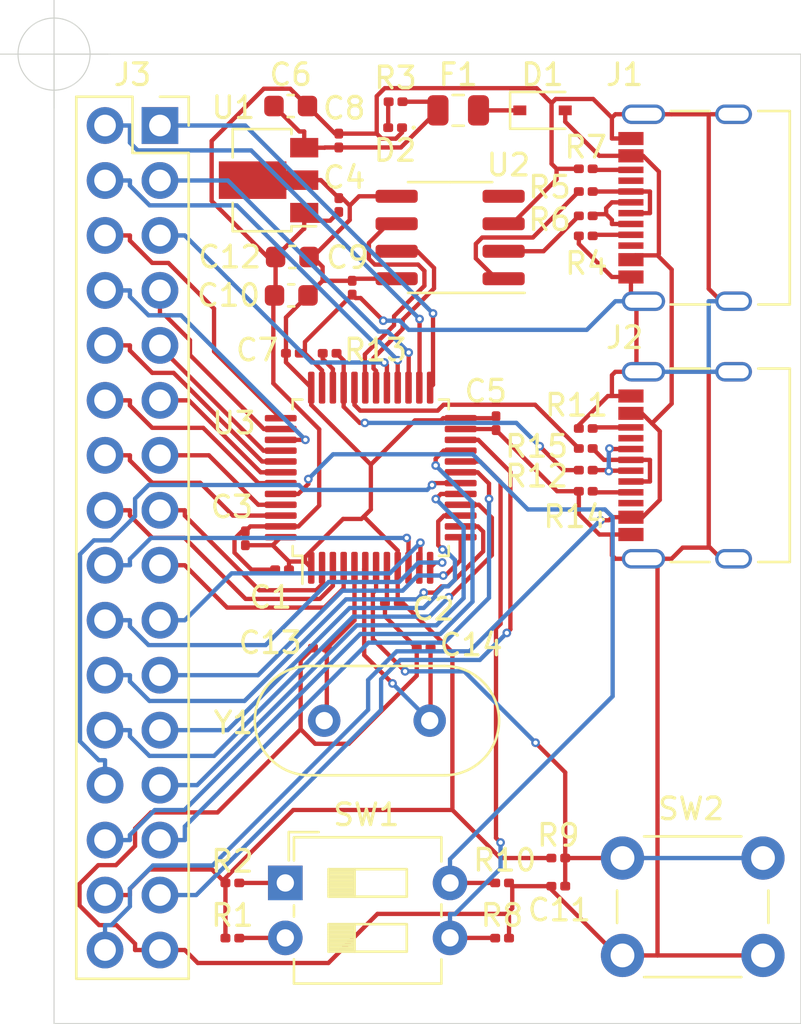
<source format=kicad_pcb>
(kicad_pcb (version 20171130) (host pcbnew 5.1.8+dfsg1-1~bpo10+1)

  (general
    (thickness 1.6)
    (drawings 5)
    (tracks 635)
    (zones 0)
    (modules 41)
    (nets 58)
  )

  (page A4)
  (layers
    (0 F.Cu signal)
    (31 B.Cu signal)
    (33 F.Adhes user)
    (35 F.Paste user)
    (37 F.SilkS user)
    (38 B.Mask user)
    (39 F.Mask user)
    (40 Dwgs.User user)
    (41 Cmts.User user)
    (42 Eco1.User user)
    (43 Eco2.User user)
    (44 Edge.Cuts user)
    (45 Margin user)
    (46 B.CrtYd user)
    (47 F.CrtYd user)
    (49 F.Fab user hide)
  )

  (setup
    (last_trace_width 0.2)
    (trace_clearance 0.2)
    (zone_clearance 0.508)
    (zone_45_only no)
    (trace_min 0.2)
    (via_size 0.4)
    (via_drill 0.2)
    (via_min_size 0.4)
    (via_min_drill 0.1)
    (blind_buried_vias_allowed yes)
    (uvia_size 0.3)
    (uvia_drill 0.2)
    (uvias_allowed yes)
    (uvia_min_size 0.3)
    (uvia_min_drill 0.1)
    (edge_width 0.05)
    (segment_width 0.2)
    (pcb_text_width 0.3)
    (pcb_text_size 1.5 1.5)
    (mod_edge_width 0.12)
    (mod_text_size 1 1)
    (mod_text_width 0.15)
    (pad_size 0.46 0.4)
    (pad_drill 0)
    (pad_to_mask_clearance 0)
    (aux_axis_origin 0 0)
    (visible_elements FFFFFFFF)
    (pcbplotparams
      (layerselection 0x010e8_ffffffff)
      (usegerberextensions true)
      (usegerberattributes false)
      (usegerberadvancedattributes true)
      (creategerberjobfile true)
      (excludeedgelayer true)
      (linewidth 0.100000)
      (plotframeref false)
      (viasonmask false)
      (mode 1)
      (useauxorigin false)
      (hpglpennumber 1)
      (hpglpenspeed 20)
      (hpglpendiameter 15.000000)
      (psnegative false)
      (psa4output false)
      (plotreference true)
      (plotvalue true)
      (plotinvisibletext false)
      (padsonsilk false)
      (subtractmaskfromsilk false)
      (outputformat 1)
      (mirror false)
      (drillshape 0)
      (scaleselection 1)
      (outputdirectory "gerber/"))
  )

  (net 0 "")
  (net 1 GND)
  (net 2 +5V)
  (net 3 +3V3)
  (net 4 /NRST)
  (net 5 "Net-(J1-PadB5)")
  (net 6 "Net-(J1-PadA6)")
  (net 7 "Net-(J1-PadA5)")
  (net 8 "Net-(J1-PadA7)")
  (net 9 "Net-(J2-PadB5)")
  (net 10 "Net-(J2-PadA6)")
  (net 11 "Net-(J2-PadA5)")
  (net 12 "Net-(J2-PadA7)")
  (net 13 "Net-(R1-Pad2)")
  (net 14 "Net-(R2-Pad1)")
  (net 15 "Net-(R5-Pad1)")
  (net 16 /BOOT1)
  (net 17 /BOOT0)
  (net 18 /USBDP)
  (net 19 /USB_PULLUP)
  (net 20 /USBDM)
  (net 21 /USART1_TX)
  (net 22 /USART1_RX)
  (net 23 /P1)
  (net 24 /P2)
  (net 25 /P3)
  (net 26 /P4)
  (net 27 /P5)
  (net 28 /P6)
  (net 29 /P7)
  (net 30 /P8)
  (net 31 /P9)
  (net 32 /P10)
  (net 33 /P11)
  (net 34 /P12)
  (net 35 /P13)
  (net 36 /P14)
  (net 37 /P15)
  (net 38 /P16)
  (net 39 /P17)
  (net 40 /P18)
  (net 41 /P19)
  (net 42 /P20)
  (net 43 /P21)
  (net 44 /P22)
  (net 45 /P23)
  (net 46 /P24)
  (net 47 /P25)
  (net 48 /P26)
  (net 49 /P27)
  (net 50 /P28)
  (net 51 /P29)
  (net 52 "Net-(C13-Pad1)")
  (net 53 "Net-(C14-Pad1)")
  (net 54 "Net-(C6-Pad1)")
  (net 55 "Net-(D1-Pad1)")
  (net 56 "Net-(D2-Pad2)")
  (net 57 "Net-(R6-Pad1)")

  (net_class Default "This is the default net class."
    (clearance 0.2)
    (trace_width 0.2)
    (via_dia 0.4)
    (via_drill 0.2)
    (uvia_dia 0.3)
    (uvia_drill 0.2)
    (add_net +3V3)
    (add_net +5V)
    (add_net /BOOT0)
    (add_net /BOOT1)
    (add_net /NRST)
    (add_net /P1)
    (add_net /P10)
    (add_net /P11)
    (add_net /P12)
    (add_net /P13)
    (add_net /P14)
    (add_net /P15)
    (add_net /P16)
    (add_net /P17)
    (add_net /P18)
    (add_net /P19)
    (add_net /P2)
    (add_net /P20)
    (add_net /P21)
    (add_net /P22)
    (add_net /P23)
    (add_net /P24)
    (add_net /P25)
    (add_net /P26)
    (add_net /P27)
    (add_net /P28)
    (add_net /P29)
    (add_net /P3)
    (add_net /P4)
    (add_net /P5)
    (add_net /P6)
    (add_net /P7)
    (add_net /P8)
    (add_net /P9)
    (add_net /USART1_RX)
    (add_net /USART1_TX)
    (add_net /USBDM)
    (add_net /USBDP)
    (add_net /USB_PULLUP)
    (add_net GND)
    (add_net "Net-(C13-Pad1)")
    (add_net "Net-(C14-Pad1)")
    (add_net "Net-(C6-Pad1)")
    (add_net "Net-(D1-Pad1)")
    (add_net "Net-(D2-Pad2)")
    (add_net "Net-(J1-PadA5)")
    (add_net "Net-(J1-PadA6)")
    (add_net "Net-(J1-PadA7)")
    (add_net "Net-(J1-PadB5)")
    (add_net "Net-(J2-PadA5)")
    (add_net "Net-(J2-PadA6)")
    (add_net "Net-(J2-PadA7)")
    (add_net "Net-(J2-PadB5)")
    (add_net "Net-(R1-Pad2)")
    (add_net "Net-(R2-Pad1)")
    (add_net "Net-(R5-Pad1)")
    (add_net "Net-(R6-Pad1)")
  )

  (module Capacitor_SMD:C_0201_0603Metric (layer F.Cu) (tedit 5F68FEEE) (tstamp 5F9A4711)
    (at 89.35 79.825 180)
    (descr "Capacitor SMD 0201 (0603 Metric), square (rectangular) end terminal, IPC_7351 nominal, (Body size source: https://www.vishay.com/docs/20052/crcw0201e3.pdf), generated with kicad-footprint-generator")
    (tags capacitor)
    (path /5F87B8C8)
    (attr smd)
    (fp_text reference C1 (at 0.525 -1.275) (layer F.SilkS)
      (effects (font (size 1 1) (thickness 0.15)))
    )
    (fp_text value 100nF (at 0 1.05) (layer F.Fab)
      (effects (font (size 1 1) (thickness 0.15)))
    )
    (fp_line (start 0.7 0.35) (end -0.7 0.35) (layer F.CrtYd) (width 0.05))
    (fp_line (start 0.7 -0.35) (end 0.7 0.35) (layer F.CrtYd) (width 0.05))
    (fp_line (start -0.7 -0.35) (end 0.7 -0.35) (layer F.CrtYd) (width 0.05))
    (fp_line (start -0.7 0.35) (end -0.7 -0.35) (layer F.CrtYd) (width 0.05))
    (fp_line (start 0.3 0.15) (end -0.3 0.15) (layer F.Fab) (width 0.1))
    (fp_line (start 0.3 -0.15) (end 0.3 0.15) (layer F.Fab) (width 0.1))
    (fp_line (start -0.3 -0.15) (end 0.3 -0.15) (layer F.Fab) (width 0.1))
    (fp_line (start -0.3 0.15) (end -0.3 -0.15) (layer F.Fab) (width 0.1))
    (fp_text user %R (at 0 -0.68) (layer F.Fab)
      (effects (font (size 0.25 0.25) (thickness 0.04)))
    )
    (pad "" smd roundrect (at -0.345 0 180) (size 0.318 0.36) (layers F.Paste) (roundrect_rratio 0.25))
    (pad "" smd roundrect (at 0.345 0 180) (size 0.318 0.36) (layers F.Paste) (roundrect_rratio 0.25))
    (pad 1 smd roundrect (at -0.32 0 180) (size 0.46 0.4) (layers F.Cu F.Mask) (roundrect_rratio 0.25)
      (net 3 +3V3))
    (pad 2 smd roundrect (at 0.32 0 180) (size 0.46 0.4) (layers F.Cu F.Mask) (roundrect_rratio 0.25)
      (net 1 GND))
    (model ${KISYS3DMOD}/Capacitor_SMD.3dshapes/C_0201_0603Metric.wrl
      (at (xyz 0 0 0))
      (scale (xyz 1 1 1))
      (rotate (xyz 0 0 0))
    )
  )

  (module Capacitor_SMD:C_0201_0603Metric (layer F.Cu) (tedit 5F68FEEE) (tstamp 5F9A48AF)
    (at 94.43 81.325 180)
    (descr "Capacitor SMD 0201 (0603 Metric), square (rectangular) end terminal, IPC_7351 nominal, (Body size source: https://www.vishay.com/docs/20052/crcw0201e3.pdf), generated with kicad-footprint-generator")
    (tags capacitor)
    (path /5F8B1EDE)
    (attr smd)
    (fp_text reference C2 (at -1.92 -0.325) (layer F.SilkS)
      (effects (font (size 1 1) (thickness 0.15)))
    )
    (fp_text value 10nF (at 0 1.05) (layer F.Fab)
      (effects (font (size 1 1) (thickness 0.15)))
    )
    (fp_line (start -0.3 0.15) (end -0.3 -0.15) (layer F.Fab) (width 0.1))
    (fp_line (start -0.3 -0.15) (end 0.3 -0.15) (layer F.Fab) (width 0.1))
    (fp_line (start 0.3 -0.15) (end 0.3 0.15) (layer F.Fab) (width 0.1))
    (fp_line (start 0.3 0.15) (end -0.3 0.15) (layer F.Fab) (width 0.1))
    (fp_line (start -0.7 0.35) (end -0.7 -0.35) (layer F.CrtYd) (width 0.05))
    (fp_line (start -0.7 -0.35) (end 0.7 -0.35) (layer F.CrtYd) (width 0.05))
    (fp_line (start 0.7 -0.35) (end 0.7 0.35) (layer F.CrtYd) (width 0.05))
    (fp_line (start 0.7 0.35) (end -0.7 0.35) (layer F.CrtYd) (width 0.05))
    (fp_text user %R (at 0 -0.68) (layer F.Fab)
      (effects (font (size 0.25 0.25) (thickness 0.04)))
    )
    (pad 2 smd roundrect (at 0.32 0 180) (size 0.46 0.4) (layers F.Cu F.Mask) (roundrect_rratio 0.25)
      (net 1 GND))
    (pad 1 smd roundrect (at -0.32 0 180) (size 0.46 0.4) (layers F.Cu F.Mask) (roundrect_rratio 0.25)
      (net 3 +3V3))
    (pad "" smd roundrect (at 0.345 0 180) (size 0.318 0.36) (layers F.Paste) (roundrect_rratio 0.25))
    (pad "" smd roundrect (at -0.345 0 180) (size 0.318 0.36) (layers F.Paste) (roundrect_rratio 0.25))
    (model ${KISYS3DMOD}/Capacitor_SMD.3dshapes/C_0201_0603Metric.wrl
      (at (xyz 0 0 0))
      (scale (xyz 1 1 1))
      (rotate (xyz 0 0 0))
    )
  )

  (module Capacitor_SMD:C_0201_0603Metric (layer F.Cu) (tedit 5F68FEEE) (tstamp 5F9A48DF)
    (at 87.65 78.375 90)
    (descr "Capacitor SMD 0201 (0603 Metric), square (rectangular) end terminal, IPC_7351 nominal, (Body size source: https://www.vishay.com/docs/20052/crcw0201e3.pdf), generated with kicad-footprint-generator")
    (tags capacitor)
    (path /5F87C247)
    (attr smd)
    (fp_text reference C3 (at 1.45 -0.625 180) (layer F.SilkS)
      (effects (font (size 1 1) (thickness 0.15)))
    )
    (fp_text value 100nF (at 0 1.05 90) (layer F.Fab)
      (effects (font (size 1 1) (thickness 0.15)))
    )
    (fp_line (start 0.7 0.35) (end -0.7 0.35) (layer F.CrtYd) (width 0.05))
    (fp_line (start 0.7 -0.35) (end 0.7 0.35) (layer F.CrtYd) (width 0.05))
    (fp_line (start -0.7 -0.35) (end 0.7 -0.35) (layer F.CrtYd) (width 0.05))
    (fp_line (start -0.7 0.35) (end -0.7 -0.35) (layer F.CrtYd) (width 0.05))
    (fp_line (start 0.3 0.15) (end -0.3 0.15) (layer F.Fab) (width 0.1))
    (fp_line (start 0.3 -0.15) (end 0.3 0.15) (layer F.Fab) (width 0.1))
    (fp_line (start -0.3 -0.15) (end 0.3 -0.15) (layer F.Fab) (width 0.1))
    (fp_line (start -0.3 0.15) (end -0.3 -0.15) (layer F.Fab) (width 0.1))
    (fp_text user %R (at 0 -0.68 90) (layer F.Fab)
      (effects (font (size 0.25 0.25) (thickness 0.04)))
    )
    (pad "" smd roundrect (at -0.345 0 90) (size 0.318 0.36) (layers F.Paste) (roundrect_rratio 0.25))
    (pad "" smd roundrect (at 0.345 0 90) (size 0.318 0.36) (layers F.Paste) (roundrect_rratio 0.25))
    (pad 1 smd roundrect (at -0.32 0 90) (size 0.46 0.4) (layers F.Cu F.Mask) (roundrect_rratio 0.25)
      (net 3 +3V3))
    (pad 2 smd roundrect (at 0.32 0 90) (size 0.46 0.4) (layers F.Cu F.Mask) (roundrect_rratio 0.25)
      (net 1 GND))
    (model ${KISYS3DMOD}/Capacitor_SMD.3dshapes/C_0201_0603Metric.wrl
      (at (xyz 0 0 0))
      (scale (xyz 1 1 1))
      (rotate (xyz 0 0 0))
    )
  )

  (module Capacitor_SMD:C_0201_0603Metric (layer F.Cu) (tedit 5F68FEEE) (tstamp 5F9A6722)
    (at 91.975 62.975 270)
    (descr "Capacitor SMD 0201 (0603 Metric), square (rectangular) end terminal, IPC_7351 nominal, (Body size source: https://www.vishay.com/docs/20052/crcw0201e3.pdf), generated with kicad-footprint-generator")
    (tags capacitor)
    (path /5F8B289B)
    (attr smd)
    (fp_text reference C4 (at -1.275 -0.25 180) (layer F.SilkS)
      (effects (font (size 1 1) (thickness 0.15)))
    )
    (fp_text value 1uF (at 0 1.05 90) (layer F.Fab)
      (effects (font (size 1 1) (thickness 0.15)))
    )
    (fp_line (start 0.7 0.35) (end -0.7 0.35) (layer F.CrtYd) (width 0.05))
    (fp_line (start 0.7 -0.35) (end 0.7 0.35) (layer F.CrtYd) (width 0.05))
    (fp_line (start -0.7 -0.35) (end 0.7 -0.35) (layer F.CrtYd) (width 0.05))
    (fp_line (start -0.7 0.35) (end -0.7 -0.35) (layer F.CrtYd) (width 0.05))
    (fp_line (start 0.3 0.15) (end -0.3 0.15) (layer F.Fab) (width 0.1))
    (fp_line (start 0.3 -0.15) (end 0.3 0.15) (layer F.Fab) (width 0.1))
    (fp_line (start -0.3 -0.15) (end 0.3 -0.15) (layer F.Fab) (width 0.1))
    (fp_line (start -0.3 0.15) (end -0.3 -0.15) (layer F.Fab) (width 0.1))
    (fp_text user %R (at 0 -0.68 90) (layer F.Fab)
      (effects (font (size 0.25 0.25) (thickness 0.04)))
    )
    (pad "" smd roundrect (at -0.345 0 270) (size 0.318 0.36) (layers F.Paste) (roundrect_rratio 0.25))
    (pad "" smd roundrect (at 0.345 0 270) (size 0.318 0.36) (layers F.Paste) (roundrect_rratio 0.25))
    (pad 1 smd roundrect (at -0.32 0 270) (size 0.46 0.4) (layers F.Cu F.Mask) (roundrect_rratio 0.25)
      (net 3 +3V3))
    (pad 2 smd roundrect (at 0.32 0 270) (size 0.46 0.4) (layers F.Cu F.Mask) (roundrect_rratio 0.25)
      (net 1 GND))
    (model ${KISYS3DMOD}/Capacitor_SMD.3dshapes/C_0201_0603Metric.wrl
      (at (xyz 0 0 0))
      (scale (xyz 1 1 1))
      (rotate (xyz 0 0 0))
    )
  )

  (module Capacitor_SMD:C_0201_0603Metric (layer F.Cu) (tedit 5F68FEEE) (tstamp 5F9A490F)
    (at 99.25 73.055 270)
    (descr "Capacitor SMD 0201 (0603 Metric), square (rectangular) end terminal, IPC_7351 nominal, (Body size source: https://www.vishay.com/docs/20052/crcw0201e3.pdf), generated with kicad-footprint-generator")
    (tags capacitor)
    (path /5F87CAFB)
    (attr smd)
    (fp_text reference C5 (at -1.48 0.475 180) (layer F.SilkS)
      (effects (font (size 1 1) (thickness 0.15)))
    )
    (fp_text value 100nF (at 0 1.05 90) (layer F.Fab)
      (effects (font (size 1 1) (thickness 0.15)))
    )
    (fp_line (start -0.3 0.15) (end -0.3 -0.15) (layer F.Fab) (width 0.1))
    (fp_line (start -0.3 -0.15) (end 0.3 -0.15) (layer F.Fab) (width 0.1))
    (fp_line (start 0.3 -0.15) (end 0.3 0.15) (layer F.Fab) (width 0.1))
    (fp_line (start 0.3 0.15) (end -0.3 0.15) (layer F.Fab) (width 0.1))
    (fp_line (start -0.7 0.35) (end -0.7 -0.35) (layer F.CrtYd) (width 0.05))
    (fp_line (start -0.7 -0.35) (end 0.7 -0.35) (layer F.CrtYd) (width 0.05))
    (fp_line (start 0.7 -0.35) (end 0.7 0.35) (layer F.CrtYd) (width 0.05))
    (fp_line (start 0.7 0.35) (end -0.7 0.35) (layer F.CrtYd) (width 0.05))
    (fp_text user %R (at 0 -0.68 90) (layer F.Fab)
      (effects (font (size 0.25 0.25) (thickness 0.04)))
    )
    (pad 2 smd roundrect (at 0.32 0 270) (size 0.46 0.4) (layers F.Cu F.Mask) (roundrect_rratio 0.25)
      (net 1 GND))
    (pad 1 smd roundrect (at -0.32 0 270) (size 0.46 0.4) (layers F.Cu F.Mask) (roundrect_rratio 0.25)
      (net 3 +3V3))
    (pad "" smd roundrect (at 0.345 0 270) (size 0.318 0.36) (layers F.Paste) (roundrect_rratio 0.25))
    (pad "" smd roundrect (at -0.345 0 270) (size 0.318 0.36) (layers F.Paste) (roundrect_rratio 0.25))
    (model ${KISYS3DMOD}/Capacitor_SMD.3dshapes/C_0201_0603Metric.wrl
      (at (xyz 0 0 0))
      (scale (xyz 1 1 1))
      (rotate (xyz 0 0 0))
    )
  )

  (module Capacitor_SMD:C_0603_1608Metric (layer F.Cu) (tedit 5F68FEEE) (tstamp 5F9A53DF)
    (at 89.75 58.4)
    (descr "Capacitor SMD 0603 (1608 Metric), square (rectangular) end terminal, IPC_7351 nominal, (Body size source: IPC-SM-782 page 76, https://www.pcb-3d.com/wordpress/wp-content/uploads/ipc-sm-782a_amendment_1_and_2.pdf), generated with kicad-footprint-generator")
    (tags capacitor)
    (path /5F863A49)
    (attr smd)
    (fp_text reference C6 (at 0 -1.45) (layer F.SilkS)
      (effects (font (size 1 1) (thickness 0.15)))
    )
    (fp_text value 10uF (at 0 1.43) (layer F.Fab)
      (effects (font (size 1 1) (thickness 0.15)))
    )
    (fp_line (start 1.48 0.73) (end -1.48 0.73) (layer F.CrtYd) (width 0.05))
    (fp_line (start 1.48 -0.73) (end 1.48 0.73) (layer F.CrtYd) (width 0.05))
    (fp_line (start -1.48 -0.73) (end 1.48 -0.73) (layer F.CrtYd) (width 0.05))
    (fp_line (start -1.48 0.73) (end -1.48 -0.73) (layer F.CrtYd) (width 0.05))
    (fp_line (start -0.14058 0.51) (end 0.14058 0.51) (layer F.SilkS) (width 0.12))
    (fp_line (start -0.14058 -0.51) (end 0.14058 -0.51) (layer F.SilkS) (width 0.12))
    (fp_line (start 0.8 0.4) (end -0.8 0.4) (layer F.Fab) (width 0.1))
    (fp_line (start 0.8 -0.4) (end 0.8 0.4) (layer F.Fab) (width 0.1))
    (fp_line (start -0.8 -0.4) (end 0.8 -0.4) (layer F.Fab) (width 0.1))
    (fp_line (start -0.8 0.4) (end -0.8 -0.4) (layer F.Fab) (width 0.1))
    (fp_text user %R (at 0 0) (layer F.Fab)
      (effects (font (size 0.4 0.4) (thickness 0.06)))
    )
    (pad 1 smd roundrect (at -0.775 0) (size 0.9 0.95) (layers F.Cu F.Paste F.Mask) (roundrect_rratio 0.25)
      (net 54 "Net-(C6-Pad1)"))
    (pad 2 smd roundrect (at 0.775 0) (size 0.9 0.95) (layers F.Cu F.Paste F.Mask) (roundrect_rratio 0.25)
      (net 1 GND))
    (model ${KISYS3DMOD}/Capacitor_SMD.3dshapes/C_0603_1608Metric.wrl
      (at (xyz 0 0 0))
      (scale (xyz 1 1 1))
      (rotate (xyz 0 0 0))
    )
  )

  (module Capacitor_SMD:C_0201_0603Metric (layer F.Cu) (tedit 5F68FEEE) (tstamp 5F9A5FF7)
    (at 89.85 69.825)
    (descr "Capacitor SMD 0201 (0603 Metric), square (rectangular) end terminal, IPC_7351 nominal, (Body size source: https://www.vishay.com/docs/20052/crcw0201e3.pdf), generated with kicad-footprint-generator")
    (tags capacitor)
    (path /5F87D233)
    (attr smd)
    (fp_text reference C7 (at -1.65 -0.15) (layer F.SilkS)
      (effects (font (size 1 1) (thickness 0.15)))
    )
    (fp_text value 100nF (at 0 1.05) (layer F.Fab)
      (effects (font (size 1 1) (thickness 0.15)))
    )
    (fp_line (start 0.7 0.35) (end -0.7 0.35) (layer F.CrtYd) (width 0.05))
    (fp_line (start 0.7 -0.35) (end 0.7 0.35) (layer F.CrtYd) (width 0.05))
    (fp_line (start -0.7 -0.35) (end 0.7 -0.35) (layer F.CrtYd) (width 0.05))
    (fp_line (start -0.7 0.35) (end -0.7 -0.35) (layer F.CrtYd) (width 0.05))
    (fp_line (start 0.3 0.15) (end -0.3 0.15) (layer F.Fab) (width 0.1))
    (fp_line (start 0.3 -0.15) (end 0.3 0.15) (layer F.Fab) (width 0.1))
    (fp_line (start -0.3 -0.15) (end 0.3 -0.15) (layer F.Fab) (width 0.1))
    (fp_line (start -0.3 0.15) (end -0.3 -0.15) (layer F.Fab) (width 0.1))
    (fp_text user %R (at 0 -0.68) (layer F.Fab)
      (effects (font (size 0.25 0.25) (thickness 0.04)))
    )
    (pad "" smd roundrect (at -0.345 0) (size 0.318 0.36) (layers F.Paste) (roundrect_rratio 0.25))
    (pad "" smd roundrect (at 0.345 0) (size 0.318 0.36) (layers F.Paste) (roundrect_rratio 0.25))
    (pad 1 smd roundrect (at -0.32 0) (size 0.46 0.4) (layers F.Cu F.Mask) (roundrect_rratio 0.25)
      (net 3 +3V3))
    (pad 2 smd roundrect (at 0.32 0) (size 0.46 0.4) (layers F.Cu F.Mask) (roundrect_rratio 0.25)
      (net 1 GND))
    (model ${KISYS3DMOD}/Capacitor_SMD.3dshapes/C_0201_0603Metric.wrl
      (at (xyz 0 0 0))
      (scale (xyz 1 1 1))
      (rotate (xyz 0 0 0))
    )
  )

  (module Capacitor_SMD:C_0201_0603Metric (layer F.Cu) (tedit 5F68FEEE) (tstamp 5F9A5401)
    (at 91.975 59.995 90)
    (descr "Capacitor SMD 0201 (0603 Metric), square (rectangular) end terminal, IPC_7351 nominal, (Body size source: https://www.vishay.com/docs/20052/crcw0201e3.pdf), generated with kicad-footprint-generator")
    (tags capacitor)
    (path /5F863058)
    (attr smd)
    (fp_text reference C8 (at 1.495 0.25 180) (layer F.SilkS)
      (effects (font (size 1 1) (thickness 0.15)))
    )
    (fp_text value 100nF (at 0 1.05 90) (layer F.Fab)
      (effects (font (size 1 1) (thickness 0.15)))
    )
    (fp_line (start -0.3 0.15) (end -0.3 -0.15) (layer F.Fab) (width 0.1))
    (fp_line (start -0.3 -0.15) (end 0.3 -0.15) (layer F.Fab) (width 0.1))
    (fp_line (start 0.3 -0.15) (end 0.3 0.15) (layer F.Fab) (width 0.1))
    (fp_line (start 0.3 0.15) (end -0.3 0.15) (layer F.Fab) (width 0.1))
    (fp_line (start -0.7 0.35) (end -0.7 -0.35) (layer F.CrtYd) (width 0.05))
    (fp_line (start -0.7 -0.35) (end 0.7 -0.35) (layer F.CrtYd) (width 0.05))
    (fp_line (start 0.7 -0.35) (end 0.7 0.35) (layer F.CrtYd) (width 0.05))
    (fp_line (start 0.7 0.35) (end -0.7 0.35) (layer F.CrtYd) (width 0.05))
    (fp_text user %R (at 0 -0.68 90) (layer F.Fab)
      (effects (font (size 0.25 0.25) (thickness 0.04)))
    )
    (pad 2 smd roundrect (at 0.32 0 90) (size 0.46 0.4) (layers F.Cu F.Mask) (roundrect_rratio 0.25)
      (net 1 GND))
    (pad 1 smd roundrect (at -0.32 0 90) (size 0.46 0.4) (layers F.Cu F.Mask) (roundrect_rratio 0.25)
      (net 54 "Net-(C6-Pad1)"))
    (pad "" smd roundrect (at 0.345 0 90) (size 0.318 0.36) (layers F.Paste) (roundrect_rratio 0.25))
    (pad "" smd roundrect (at -0.345 0 90) (size 0.318 0.36) (layers F.Paste) (roundrect_rratio 0.25))
    (model ${KISYS3DMOD}/Capacitor_SMD.3dshapes/C_0201_0603Metric.wrl
      (at (xyz 0 0 0))
      (scale (xyz 1 1 1))
      (rotate (xyz 0 0 0))
    )
  )

  (module Capacitor_SMD:C_0201_0603Metric (layer F.Cu) (tedit 5F68FEEE) (tstamp 5F9A5412)
    (at 92.595 66.795 270)
    (descr "Capacitor SMD 0201 (0603 Metric), square (rectangular) end terminal, IPC_7351 nominal, (Body size source: https://www.vishay.com/docs/20052/crcw0201e3.pdf), generated with kicad-footprint-generator")
    (tags capacitor)
    (path /5FAA26D2)
    (attr smd)
    (fp_text reference C9 (at -1.395 0.22 180) (layer F.SilkS)
      (effects (font (size 1 1) (thickness 0.15)))
    )
    (fp_text value 100nF (at 0 1.05 90) (layer F.Fab)
      (effects (font (size 1 1) (thickness 0.15)))
    )
    (fp_line (start -0.3 0.15) (end -0.3 -0.15) (layer F.Fab) (width 0.1))
    (fp_line (start -0.3 -0.15) (end 0.3 -0.15) (layer F.Fab) (width 0.1))
    (fp_line (start 0.3 -0.15) (end 0.3 0.15) (layer F.Fab) (width 0.1))
    (fp_line (start 0.3 0.15) (end -0.3 0.15) (layer F.Fab) (width 0.1))
    (fp_line (start -0.7 0.35) (end -0.7 -0.35) (layer F.CrtYd) (width 0.05))
    (fp_line (start -0.7 -0.35) (end 0.7 -0.35) (layer F.CrtYd) (width 0.05))
    (fp_line (start 0.7 -0.35) (end 0.7 0.35) (layer F.CrtYd) (width 0.05))
    (fp_line (start 0.7 0.35) (end -0.7 0.35) (layer F.CrtYd) (width 0.05))
    (fp_text user %R (at 0 -0.68 90) (layer F.Fab)
      (effects (font (size 0.25 0.25) (thickness 0.04)))
    )
    (pad 2 smd roundrect (at 0.32 0 270) (size 0.46 0.4) (layers F.Cu F.Mask) (roundrect_rratio 0.25)
      (net 1 GND))
    (pad 1 smd roundrect (at -0.32 0 270) (size 0.46 0.4) (layers F.Cu F.Mask) (roundrect_rratio 0.25)
      (net 3 +3V3))
    (pad "" smd roundrect (at 0.345 0 270) (size 0.318 0.36) (layers F.Paste) (roundrect_rratio 0.25))
    (pad "" smd roundrect (at -0.345 0 270) (size 0.318 0.36) (layers F.Paste) (roundrect_rratio 0.25))
    (model ${KISYS3DMOD}/Capacitor_SMD.3dshapes/C_0201_0603Metric.wrl
      (at (xyz 0 0 0))
      (scale (xyz 1 1 1))
      (rotate (xyz 0 0 0))
    )
  )

  (module Capacitor_SMD:C_0603_1608Metric (layer F.Cu) (tedit 5F68FEEE) (tstamp 5F9A5423)
    (at 89.775 67.15 180)
    (descr "Capacitor SMD 0603 (1608 Metric), square (rectangular) end terminal, IPC_7351 nominal, (Body size source: IPC-SM-782 page 76, https://www.pcb-3d.com/wordpress/wp-content/uploads/ipc-sm-782a_amendment_1_and_2.pdf), generated with kicad-footprint-generator")
    (tags capacitor)
    (path /5F87E4F4)
    (attr smd)
    (fp_text reference C10 (at 2.9 0) (layer F.SilkS)
      (effects (font (size 1 1) (thickness 0.15)))
    )
    (fp_text value 4.7uF (at 0 1.43) (layer F.Fab)
      (effects (font (size 1 1) (thickness 0.15)))
    )
    (fp_line (start 1.48 0.73) (end -1.48 0.73) (layer F.CrtYd) (width 0.05))
    (fp_line (start 1.48 -0.73) (end 1.48 0.73) (layer F.CrtYd) (width 0.05))
    (fp_line (start -1.48 -0.73) (end 1.48 -0.73) (layer F.CrtYd) (width 0.05))
    (fp_line (start -1.48 0.73) (end -1.48 -0.73) (layer F.CrtYd) (width 0.05))
    (fp_line (start -0.14058 0.51) (end 0.14058 0.51) (layer F.SilkS) (width 0.12))
    (fp_line (start -0.14058 -0.51) (end 0.14058 -0.51) (layer F.SilkS) (width 0.12))
    (fp_line (start 0.8 0.4) (end -0.8 0.4) (layer F.Fab) (width 0.1))
    (fp_line (start 0.8 -0.4) (end 0.8 0.4) (layer F.Fab) (width 0.1))
    (fp_line (start -0.8 -0.4) (end 0.8 -0.4) (layer F.Fab) (width 0.1))
    (fp_line (start -0.8 0.4) (end -0.8 -0.4) (layer F.Fab) (width 0.1))
    (fp_text user %R (at 0 0) (layer F.Fab)
      (effects (font (size 0.4 0.4) (thickness 0.06)))
    )
    (pad 1 smd roundrect (at -0.775 0 180) (size 0.9 0.95) (layers F.Cu F.Paste F.Mask) (roundrect_rratio 0.25)
      (net 3 +3V3))
    (pad 2 smd roundrect (at 0.775 0 180) (size 0.9 0.95) (layers F.Cu F.Paste F.Mask) (roundrect_rratio 0.25)
      (net 1 GND))
    (model ${KISYS3DMOD}/Capacitor_SMD.3dshapes/C_0603_1608Metric.wrl
      (at (xyz 0 0 0))
      (scale (xyz 1 1 1))
      (rotate (xyz 0 0 0))
    )
  )

  (module Capacitor_SMD:C_0201_0603Metric (layer F.Cu) (tedit 5F68FEEE) (tstamp 5F9A5434)
    (at 102.13 94.45 180)
    (descr "Capacitor SMD 0201 (0603 Metric), square (rectangular) end terminal, IPC_7351 nominal, (Body size source: https://www.vishay.com/docs/20052/crcw0201e3.pdf), generated with kicad-footprint-generator")
    (tags capacitor)
    (path /5F99ED0C)
    (attr smd)
    (fp_text reference C11 (at -0.05 -1.1) (layer F.SilkS)
      (effects (font (size 1 1) (thickness 0.15)))
    )
    (fp_text value 100nF (at 0 1.05) (layer F.Fab)
      (effects (font (size 1 1) (thickness 0.15)))
    )
    (fp_line (start 0.7 0.35) (end -0.7 0.35) (layer F.CrtYd) (width 0.05))
    (fp_line (start 0.7 -0.35) (end 0.7 0.35) (layer F.CrtYd) (width 0.05))
    (fp_line (start -0.7 -0.35) (end 0.7 -0.35) (layer F.CrtYd) (width 0.05))
    (fp_line (start -0.7 0.35) (end -0.7 -0.35) (layer F.CrtYd) (width 0.05))
    (fp_line (start 0.3 0.15) (end -0.3 0.15) (layer F.Fab) (width 0.1))
    (fp_line (start 0.3 -0.15) (end 0.3 0.15) (layer F.Fab) (width 0.1))
    (fp_line (start -0.3 -0.15) (end 0.3 -0.15) (layer F.Fab) (width 0.1))
    (fp_line (start -0.3 0.15) (end -0.3 -0.15) (layer F.Fab) (width 0.1))
    (fp_text user %R (at 0 -0.68) (layer F.Fab)
      (effects (font (size 0.25 0.25) (thickness 0.04)))
    )
    (pad "" smd roundrect (at -0.345 0 180) (size 0.318 0.36) (layers F.Paste) (roundrect_rratio 0.25))
    (pad "" smd roundrect (at 0.345 0 180) (size 0.318 0.36) (layers F.Paste) (roundrect_rratio 0.25))
    (pad 1 smd roundrect (at -0.32 0 180) (size 0.46 0.4) (layers F.Cu F.Mask) (roundrect_rratio 0.25)
      (net 4 /NRST))
    (pad 2 smd roundrect (at 0.32 0 180) (size 0.46 0.4) (layers F.Cu F.Mask) (roundrect_rratio 0.25)
      (net 1 GND))
    (model ${KISYS3DMOD}/Capacitor_SMD.3dshapes/C_0201_0603Metric.wrl
      (at (xyz 0 0 0))
      (scale (xyz 1 1 1))
      (rotate (xyz 0 0 0))
    )
  )

  (module Capacitor_SMD:C_0603_1608Metric (layer F.Cu) (tedit 5F68FEEE) (tstamp 5F9A65D6)
    (at 89.825 65.375 180)
    (descr "Capacitor SMD 0603 (1608 Metric), square (rectangular) end terminal, IPC_7351 nominal, (Body size source: IPC-SM-782 page 76, https://www.pcb-3d.com/wordpress/wp-content/uploads/ipc-sm-782a_amendment_1_and_2.pdf), generated with kicad-footprint-generator")
    (tags capacitor)
    (path /5F863FD5)
    (attr smd)
    (fp_text reference C12 (at 2.9 0) (layer F.SilkS)
      (effects (font (size 1 1) (thickness 0.15)))
    )
    (fp_text value 10uF (at 0 1.43) (layer F.Fab)
      (effects (font (size 1 1) (thickness 0.15)))
    )
    (fp_line (start -0.8 0.4) (end -0.8 -0.4) (layer F.Fab) (width 0.1))
    (fp_line (start -0.8 -0.4) (end 0.8 -0.4) (layer F.Fab) (width 0.1))
    (fp_line (start 0.8 -0.4) (end 0.8 0.4) (layer F.Fab) (width 0.1))
    (fp_line (start 0.8 0.4) (end -0.8 0.4) (layer F.Fab) (width 0.1))
    (fp_line (start -0.14058 -0.51) (end 0.14058 -0.51) (layer F.SilkS) (width 0.12))
    (fp_line (start -0.14058 0.51) (end 0.14058 0.51) (layer F.SilkS) (width 0.12))
    (fp_line (start -1.48 0.73) (end -1.48 -0.73) (layer F.CrtYd) (width 0.05))
    (fp_line (start -1.48 -0.73) (end 1.48 -0.73) (layer F.CrtYd) (width 0.05))
    (fp_line (start 1.48 -0.73) (end 1.48 0.73) (layer F.CrtYd) (width 0.05))
    (fp_line (start 1.48 0.73) (end -1.48 0.73) (layer F.CrtYd) (width 0.05))
    (fp_text user %R (at 0 0) (layer F.Fab)
      (effects (font (size 0.4 0.4) (thickness 0.06)))
    )
    (pad 2 smd roundrect (at 0.775 0 180) (size 0.9 0.95) (layers F.Cu F.Paste F.Mask) (roundrect_rratio 0.25)
      (net 1 GND))
    (pad 1 smd roundrect (at -0.775 0 180) (size 0.9 0.95) (layers F.Cu F.Paste F.Mask) (roundrect_rratio 0.25)
      (net 3 +3V3))
    (model ${KISYS3DMOD}/Capacitor_SMD.3dshapes/C_0603_1608Metric.wrl
      (at (xyz 0 0 0))
      (scale (xyz 1 1 1))
      (rotate (xyz 0 0 0))
    )
  )

  (module Capacitor_SMD:C_0201_0603Metric (layer F.Cu) (tedit 5F68FEEE) (tstamp 5F9A4741)
    (at 91.1 83.45 180)
    (descr "Capacitor SMD 0201 (0603 Metric), square (rectangular) end terminal, IPC_7351 nominal, (Body size source: https://www.vishay.com/docs/20052/crcw0201e3.pdf), generated with kicad-footprint-generator")
    (tags capacitor)
    (path /5F96C066)
    (attr smd)
    (fp_text reference C13 (at 2.3 0.25) (layer F.SilkS)
      (effects (font (size 1 1) (thickness 0.15)))
    )
    (fp_text value 22pF (at 0 1.05) (layer F.Fab)
      (effects (font (size 1 1) (thickness 0.15)))
    )
    (fp_line (start 0.7 0.35) (end -0.7 0.35) (layer F.CrtYd) (width 0.05))
    (fp_line (start 0.7 -0.35) (end 0.7 0.35) (layer F.CrtYd) (width 0.05))
    (fp_line (start -0.7 -0.35) (end 0.7 -0.35) (layer F.CrtYd) (width 0.05))
    (fp_line (start -0.7 0.35) (end -0.7 -0.35) (layer F.CrtYd) (width 0.05))
    (fp_line (start 0.3 0.15) (end -0.3 0.15) (layer F.Fab) (width 0.1))
    (fp_line (start 0.3 -0.15) (end 0.3 0.15) (layer F.Fab) (width 0.1))
    (fp_line (start -0.3 -0.15) (end 0.3 -0.15) (layer F.Fab) (width 0.1))
    (fp_line (start -0.3 0.15) (end -0.3 -0.15) (layer F.Fab) (width 0.1))
    (fp_text user %R (at 0 -0.68) (layer F.Fab)
      (effects (font (size 0.25 0.25) (thickness 0.04)))
    )
    (pad "" smd roundrect (at -0.345 0 180) (size 0.318 0.36) (layers F.Paste) (roundrect_rratio 0.25))
    (pad "" smd roundrect (at 0.345 0 180) (size 0.318 0.36) (layers F.Paste) (roundrect_rratio 0.25))
    (pad 1 smd roundrect (at -0.32 0 180) (size 0.46 0.4) (layers F.Cu F.Mask) (roundrect_rratio 0.25)
      (net 52 "Net-(C13-Pad1)"))
    (pad 2 smd roundrect (at 0.32 0 180) (size 0.46 0.4) (layers F.Cu F.Mask) (roundrect_rratio 0.25)
      (net 1 GND))
    (model ${KISYS3DMOD}/Capacitor_SMD.3dshapes/C_0201_0603Metric.wrl
      (at (xyz 0 0 0))
      (scale (xyz 1 1 1))
      (rotate (xyz 0 0 0))
    )
  )

  (module Capacitor_SMD:C_0201_0603Metric (layer F.Cu) (tedit 5F68FEEE) (tstamp 5F9A487F)
    (at 95.9 83.45 180)
    (descr "Capacitor SMD 0201 (0603 Metric), square (rectangular) end terminal, IPC_7351 nominal, (Body size source: https://www.vishay.com/docs/20052/crcw0201e3.pdf), generated with kicad-footprint-generator")
    (tags capacitor)
    (path /5F96D83E)
    (attr smd)
    (fp_text reference C14 (at -2.2 0.15) (layer F.SilkS)
      (effects (font (size 1 1) (thickness 0.15)))
    )
    (fp_text value 22pF (at 0 1.05) (layer F.Fab)
      (effects (font (size 1 1) (thickness 0.15)))
    )
    (fp_line (start -0.3 0.15) (end -0.3 -0.15) (layer F.Fab) (width 0.1))
    (fp_line (start -0.3 -0.15) (end 0.3 -0.15) (layer F.Fab) (width 0.1))
    (fp_line (start 0.3 -0.15) (end 0.3 0.15) (layer F.Fab) (width 0.1))
    (fp_line (start 0.3 0.15) (end -0.3 0.15) (layer F.Fab) (width 0.1))
    (fp_line (start -0.7 0.35) (end -0.7 -0.35) (layer F.CrtYd) (width 0.05))
    (fp_line (start -0.7 -0.35) (end 0.7 -0.35) (layer F.CrtYd) (width 0.05))
    (fp_line (start 0.7 -0.35) (end 0.7 0.35) (layer F.CrtYd) (width 0.05))
    (fp_line (start 0.7 0.35) (end -0.7 0.35) (layer F.CrtYd) (width 0.05))
    (fp_text user %R (at 0 -0.68) (layer F.Fab)
      (effects (font (size 0.25 0.25) (thickness 0.04)))
    )
    (pad 2 smd roundrect (at 0.32 0 180) (size 0.46 0.4) (layers F.Cu F.Mask) (roundrect_rratio 0.25)
      (net 1 GND))
    (pad 1 smd roundrect (at -0.32 0 180) (size 0.46 0.4) (layers F.Cu F.Mask) (roundrect_rratio 0.25)
      (net 53 "Net-(C14-Pad1)"))
    (pad "" smd roundrect (at 0.345 0 180) (size 0.318 0.36) (layers F.Paste) (roundrect_rratio 0.25))
    (pad "" smd roundrect (at -0.345 0 180) (size 0.318 0.36) (layers F.Paste) (roundrect_rratio 0.25))
    (model ${KISYS3DMOD}/Capacitor_SMD.3dshapes/C_0201_0603Metric.wrl
      (at (xyz 0 0 0))
      (scale (xyz 1 1 1))
      (rotate (xyz 0 0 0))
    )
  )

  (module Diode_SMD:D_SOD-323 (layer F.Cu) (tedit 58641739) (tstamp 5F9A547F)
    (at 101.4 58.6)
    (descr SOD-323)
    (tags SOD-323)
    (path /5FA4F187)
    (attr smd)
    (fp_text reference D1 (at 0 -1.65) (layer F.SilkS)
      (effects (font (size 1 1) (thickness 0.15)))
    )
    (fp_text value 1N5817WS (at 0.1 1.9) (layer F.Fab)
      (effects (font (size 1 1) (thickness 0.15)))
    )
    (fp_line (start -1.5 -0.85) (end 1.05 -0.85) (layer F.SilkS) (width 0.12))
    (fp_line (start -1.5 0.85) (end 1.05 0.85) (layer F.SilkS) (width 0.12))
    (fp_line (start -1.6 -0.95) (end -1.6 0.95) (layer F.CrtYd) (width 0.05))
    (fp_line (start -1.6 0.95) (end 1.6 0.95) (layer F.CrtYd) (width 0.05))
    (fp_line (start 1.6 -0.95) (end 1.6 0.95) (layer F.CrtYd) (width 0.05))
    (fp_line (start -1.6 -0.95) (end 1.6 -0.95) (layer F.CrtYd) (width 0.05))
    (fp_line (start -0.9 -0.7) (end 0.9 -0.7) (layer F.Fab) (width 0.1))
    (fp_line (start 0.9 -0.7) (end 0.9 0.7) (layer F.Fab) (width 0.1))
    (fp_line (start 0.9 0.7) (end -0.9 0.7) (layer F.Fab) (width 0.1))
    (fp_line (start -0.9 0.7) (end -0.9 -0.7) (layer F.Fab) (width 0.1))
    (fp_line (start -0.3 -0.35) (end -0.3 0.35) (layer F.Fab) (width 0.1))
    (fp_line (start -0.3 0) (end -0.5 0) (layer F.Fab) (width 0.1))
    (fp_line (start -0.3 0) (end 0.2 -0.35) (layer F.Fab) (width 0.1))
    (fp_line (start 0.2 -0.35) (end 0.2 0.35) (layer F.Fab) (width 0.1))
    (fp_line (start 0.2 0.35) (end -0.3 0) (layer F.Fab) (width 0.1))
    (fp_line (start 0.2 0) (end 0.45 0) (layer F.Fab) (width 0.1))
    (fp_line (start -1.5 -0.85) (end -1.5 0.85) (layer F.SilkS) (width 0.12))
    (fp_text user %R (at 0 -1.85) (layer F.Fab)
      (effects (font (size 1 1) (thickness 0.15)))
    )
    (pad 1 smd rect (at -1.05 0) (size 0.6 0.45) (layers F.Cu F.Paste F.Mask)
      (net 55 "Net-(D1-Pad1)"))
    (pad 2 smd rect (at 1.05 0) (size 0.6 0.45) (layers F.Cu F.Paste F.Mask)
      (net 2 +5V))
    (model ${KISYS3DMOD}/Diode_SMD.3dshapes/D_SOD-323.wrl
      (at (xyz 0 0 0))
      (scale (xyz 1 1 1))
      (rotate (xyz 0 0 0))
    )
  )

  (module LED_SMD:LED_0201_0603Metric (layer F.Cu) (tedit 5F68FEF1) (tstamp 5F9A5493)
    (at 94.58 59.4 180)
    (descr "LED SMD 0201 (0603 Metric), square (rectangular) end terminal, IPC_7351 nominal, (Body size source: https://www.vishay.com/docs/20052/crcw0201e3.pdf), generated with kicad-footprint-generator")
    (tags LED)
    (path /5FAB097D)
    (attr smd)
    (fp_text reference D2 (at 0 -1.05) (layer F.SilkS)
      (effects (font (size 1 1) (thickness 0.15)))
    )
    (fp_text value "LED (RED)" (at 0 1.05) (layer F.Fab)
      (effects (font (size 1 1) (thickness 0.15)))
    )
    (fp_line (start 0.7 0.35) (end -0.7 0.35) (layer F.CrtYd) (width 0.05))
    (fp_line (start 0.7 -0.35) (end 0.7 0.35) (layer F.CrtYd) (width 0.05))
    (fp_line (start -0.7 -0.35) (end 0.7 -0.35) (layer F.CrtYd) (width 0.05))
    (fp_line (start -0.7 0.35) (end -0.7 -0.35) (layer F.CrtYd) (width 0.05))
    (fp_line (start -0.1 0.15) (end -0.1 -0.15) (layer F.Fab) (width 0.1))
    (fp_line (start -0.2 0.15) (end -0.2 -0.15) (layer F.Fab) (width 0.1))
    (fp_line (start 0.3 0.15) (end -0.3 0.15) (layer F.Fab) (width 0.1))
    (fp_line (start 0.3 -0.15) (end 0.3 0.15) (layer F.Fab) (width 0.1))
    (fp_line (start -0.3 -0.15) (end 0.3 -0.15) (layer F.Fab) (width 0.1))
    (fp_line (start -0.3 0.15) (end -0.3 -0.15) (layer F.Fab) (width 0.1))
    (fp_circle (center -0.86 0) (end -0.81 0) (layer F.SilkS) (width 0.1))
    (fp_text user %R (at 0 -0.68) (layer F.Fab)
      (effects (font (size 0.25 0.25) (thickness 0.04)))
    )
    (pad "" smd roundrect (at -0.345 0 180) (size 0.318 0.36) (layers F.Paste) (roundrect_rratio 0.25))
    (pad "" smd roundrect (at 0.345 0 180) (size 0.318 0.36) (layers F.Paste) (roundrect_rratio 0.25))
    (pad 1 smd roundrect (at -0.32 0 180) (size 0.46 0.4) (layers F.Cu F.Mask) (roundrect_rratio 0.25)
      (net 1 GND))
    (pad 2 smd roundrect (at 0.32 0 180) (size 0.46 0.4) (layers F.Cu F.Mask) (roundrect_rratio 0.25)
      (net 56 "Net-(D2-Pad2)"))
    (model ${KISYS3DMOD}/LED_SMD.3dshapes/LED_0201_0603Metric.wrl
      (at (xyz 0 0 0))
      (scale (xyz 1 1 1))
      (rotate (xyz 0 0 0))
    )
  )

  (module Fuse:Fuse_0805_2012Metric (layer F.Cu) (tedit 5F68FEF1) (tstamp 5F9A54A4)
    (at 97.5 58.6)
    (descr "Fuse SMD 0805 (2012 Metric), square (rectangular) end terminal, IPC_7351 nominal, (Body size source: https://docs.google.com/spreadsheets/d/1BsfQQcO9C6DZCsRaXUlFlo91Tg2WpOkGARC1WS5S8t0/edit?usp=sharing), generated with kicad-footprint-generator")
    (tags fuse)
    (path /5F9B93A9)
    (attr smd)
    (fp_text reference F1 (at 0 -1.65) (layer F.SilkS)
      (effects (font (size 1 1) (thickness 0.15)))
    )
    (fp_text value 500mA (at 0 1.65) (layer F.Fab)
      (effects (font (size 1 1) (thickness 0.15)))
    )
    (fp_line (start 1.68 0.95) (end -1.68 0.95) (layer F.CrtYd) (width 0.05))
    (fp_line (start 1.68 -0.95) (end 1.68 0.95) (layer F.CrtYd) (width 0.05))
    (fp_line (start -1.68 -0.95) (end 1.68 -0.95) (layer F.CrtYd) (width 0.05))
    (fp_line (start -1.68 0.95) (end -1.68 -0.95) (layer F.CrtYd) (width 0.05))
    (fp_line (start -0.258578 0.71) (end 0.258578 0.71) (layer F.SilkS) (width 0.12))
    (fp_line (start -0.258578 -0.71) (end 0.258578 -0.71) (layer F.SilkS) (width 0.12))
    (fp_line (start 1 0.6) (end -1 0.6) (layer F.Fab) (width 0.1))
    (fp_line (start 1 -0.6) (end 1 0.6) (layer F.Fab) (width 0.1))
    (fp_line (start -1 -0.6) (end 1 -0.6) (layer F.Fab) (width 0.1))
    (fp_line (start -1 0.6) (end -1 -0.6) (layer F.Fab) (width 0.1))
    (fp_text user %R (at 0 0) (layer F.Fab)
      (effects (font (size 0.5 0.5) (thickness 0.08)))
    )
    (pad 1 smd roundrect (at -0.9375 0) (size 0.975 1.4) (layers F.Cu F.Paste F.Mask) (roundrect_rratio 0.25)
      (net 54 "Net-(C6-Pad1)"))
    (pad 2 smd roundrect (at 0.9375 0) (size 0.975 1.4) (layers F.Cu F.Paste F.Mask) (roundrect_rratio 0.25)
      (net 55 "Net-(D1-Pad1)"))
    (model ${KISYS3DMOD}/Fuse.3dshapes/Fuse_0805_2012Metric.wrl
      (at (xyz 0 0 0))
      (scale (xyz 1 1 1))
      (rotate (xyz 0 0 0))
    )
  )

  (module Connector_USB:USB_C_Receptacle_Palconn_UTC16-G (layer F.Cu) (tedit 5CF432E0) (tstamp 5F9A54CE)
    (at 108 63.1 90)
    (descr http://www.palpilot.com/wp-content/uploads/2017/05/UTC027-GKN-OR-Rev-A.pdf)
    (tags "USB C Type-C Receptacle USB2.0")
    (path /5F8E241D)
    (attr smd)
    (fp_text reference J1 (at 6.15 -2.8 180) (layer F.SilkS)
      (effects (font (size 1 1) (thickness 0.15)))
    )
    (fp_text value USB_C_Receptacle_USB2.0 (at 0 6.24 90) (layer F.Fab)
      (effects (font (size 1 1) (thickness 0.15)))
    )
    (fp_line (start -4.47 -2.48) (end 4.47 -2.48) (layer F.Fab) (width 0.1))
    (fp_line (start 4.47 -2.48) (end 4.47 4.84) (layer F.Fab) (width 0.1))
    (fp_line (start 4.47 4.84) (end -4.47 4.84) (layer F.Fab) (width 0.1))
    (fp_line (start -4.47 -2.48) (end -4.47 4.84) (layer F.Fab) (width 0.1))
    (fp_line (start -5.27 5.34) (end 5.27 5.34) (layer F.CrtYd) (width 0.05))
    (fp_line (start -5.27 -3.59) (end -5.27 5.34) (layer F.CrtYd) (width 0.05))
    (fp_line (start 5.27 -3.59) (end -5.27 -3.59) (layer F.CrtYd) (width 0.05))
    (fp_line (start 5.27 5.34) (end 5.27 -3.59) (layer F.CrtYd) (width 0.05))
    (fp_line (start -4.47 4.34) (end 4.47 4.34) (layer Dwgs.User) (width 0.1))
    (fp_line (start -4.47 -0.67) (end -4.47 1.13) (layer F.SilkS) (width 0.12))
    (fp_line (start -4.47 4.84) (end -4.47 3.38) (layer F.SilkS) (width 0.12))
    (fp_line (start 4.47 4.84) (end 4.47 3.38) (layer F.SilkS) (width 0.12))
    (fp_line (start 4.47 -0.67) (end 4.47 1.13) (layer F.SilkS) (width 0.12))
    (fp_line (start 4.47 4.84) (end -4.47 4.84) (layer F.SilkS) (width 0.12))
    (fp_text user %R (at 0 1.18 90) (layer F.Fab)
      (effects (font (size 1 1) (thickness 0.15)))
    )
    (fp_text user "PCB Edge" (at 0 3.43 90) (layer Dwgs.User)
      (effects (font (size 1 1) (thickness 0.15)))
    )
    (pad S1 thru_hole oval (at -4.32 -1.93 180) (size 2 0.9) (drill oval 1.7 0.6) (layers *.Cu *.Mask)
      (net 1 GND))
    (pad S1 thru_hole oval (at 4.32 -1.93 180) (size 2 0.9) (drill oval 1.7 0.6) (layers *.Cu *.Mask)
      (net 1 GND))
    (pad S1 thru_hole oval (at -4.32 2.24 180) (size 1.7 0.9) (drill oval 1.4 0.6) (layers *.Cu *.Mask)
      (net 1 GND))
    (pad S1 thru_hole oval (at 4.32 2.24 180) (size 1.7 0.9) (drill oval 1.4 0.6) (layers *.Cu *.Mask)
      (net 1 GND))
    (pad B7 smd rect (at -0.75 -2.51 270) (size 0.3 1.16) (layers F.Cu F.Paste F.Mask)
      (net 8 "Net-(J1-PadA7)"))
    (pad A6 smd rect (at -0.25 -2.51 270) (size 0.3 1.16) (layers F.Cu F.Paste F.Mask)
      (net 6 "Net-(J1-PadA6)"))
    (pad A7 smd rect (at 0.25 -2.51 270) (size 0.3 1.16) (layers F.Cu F.Paste F.Mask)
      (net 8 "Net-(J1-PadA7)"))
    (pad B8 smd rect (at -1.75 -2.51 270) (size 0.3 1.16) (layers F.Cu F.Paste F.Mask))
    (pad A5 smd rect (at -1.25 -2.51 270) (size 0.3 1.16) (layers F.Cu F.Paste F.Mask)
      (net 7 "Net-(J1-PadA5)"))
    (pad A8 smd rect (at 1.25 -2.51 270) (size 0.3 1.16) (layers F.Cu F.Paste F.Mask))
    (pad B6 smd rect (at 0.75 -2.51 270) (size 0.3 1.16) (layers F.Cu F.Paste F.Mask)
      (net 6 "Net-(J1-PadA6)"))
    (pad B5 smd rect (at 1.75 -2.51 270) (size 0.3 1.16) (layers F.Cu F.Paste F.Mask)
      (net 5 "Net-(J1-PadB5)"))
    (pad "" np_thru_hole circle (at 2.89 -1.45 270) (size 0.6 0.6) (drill 0.6) (layers *.Cu *.Mask))
    (pad "" np_thru_hole circle (at -2.89 -1.45 270) (size 0.6 0.6) (drill 0.6) (layers *.Cu *.Mask))
    (pad A4 smd rect (at -2.4 -2.51 90) (size 0.6 1.16) (layers F.Cu F.Paste F.Mask)
      (net 2 +5V))
    (pad B9 smd rect (at -2.4 -2.51 90) (size 0.6 1.16) (layers F.Cu F.Paste F.Mask)
      (net 2 +5V))
    (pad A1 smd rect (at -3.2 -2.51 90) (size 0.6 1.16) (layers F.Cu F.Paste F.Mask)
      (net 1 GND))
    (pad B12 smd rect (at -3.2 -2.51 90) (size 0.6 1.16) (layers F.Cu F.Paste F.Mask)
      (net 1 GND))
    (pad B4 smd rect (at 2.4 -2.51 90) (size 0.6 1.16) (layers F.Cu F.Paste F.Mask)
      (net 2 +5V))
    (pad B1 smd rect (at 3.2 -2.51 90) (size 0.6 1.16) (layers F.Cu F.Paste F.Mask)
      (net 1 GND))
    (pad A9 smd rect (at 2.4 -2.51 90) (size 0.6 1.16) (layers F.Cu F.Paste F.Mask)
      (net 2 +5V))
    (pad A12 smd rect (at 3.2 -2.51 90) (size 0.6 1.16) (layers F.Cu F.Paste F.Mask)
      (net 1 GND))
    (model ${KISYS3DMOD}/Connector_USB.3dshapes/USB_C_Receptacle_Palconn_UTC16-G.wrl
      (at (xyz 0 0 0))
      (scale (xyz 1 1 1))
      (rotate (xyz 0 0 0))
    )
  )

  (module Connector_USB:USB_C_Receptacle_Palconn_UTC16-G (layer F.Cu) (tedit 5CF432E0) (tstamp 5F9A54F8)
    (at 108 75 90)
    (descr http://www.palpilot.com/wp-content/uploads/2017/05/UTC027-GKN-OR-Rev-A.pdf)
    (tags "USB C Type-C Receptacle USB2.0")
    (path /5F8E4527)
    (attr smd)
    (fp_text reference J2 (at 5.9 -2.8 180) (layer F.SilkS)
      (effects (font (size 1 1) (thickness 0.15)))
    )
    (fp_text value USB_C_Receptacle_USB2.0 (at 0 6.24 90) (layer F.Fab)
      (effects (font (size 1 1) (thickness 0.15)))
    )
    (fp_line (start 4.47 4.84) (end -4.47 4.84) (layer F.SilkS) (width 0.12))
    (fp_line (start 4.47 -0.67) (end 4.47 1.13) (layer F.SilkS) (width 0.12))
    (fp_line (start 4.47 4.84) (end 4.47 3.38) (layer F.SilkS) (width 0.12))
    (fp_line (start -4.47 4.84) (end -4.47 3.38) (layer F.SilkS) (width 0.12))
    (fp_line (start -4.47 -0.67) (end -4.47 1.13) (layer F.SilkS) (width 0.12))
    (fp_line (start -4.47 4.34) (end 4.47 4.34) (layer Dwgs.User) (width 0.1))
    (fp_line (start 5.27 5.34) (end 5.27 -3.59) (layer F.CrtYd) (width 0.05))
    (fp_line (start 5.27 -3.59) (end -5.27 -3.59) (layer F.CrtYd) (width 0.05))
    (fp_line (start -5.27 -3.59) (end -5.27 5.34) (layer F.CrtYd) (width 0.05))
    (fp_line (start -5.27 5.34) (end 5.27 5.34) (layer F.CrtYd) (width 0.05))
    (fp_line (start -4.47 -2.48) (end -4.47 4.84) (layer F.Fab) (width 0.1))
    (fp_line (start 4.47 4.84) (end -4.47 4.84) (layer F.Fab) (width 0.1))
    (fp_line (start 4.47 -2.48) (end 4.47 4.84) (layer F.Fab) (width 0.1))
    (fp_line (start -4.47 -2.48) (end 4.47 -2.48) (layer F.Fab) (width 0.1))
    (fp_text user "PCB Edge" (at 0 3.43 90) (layer Dwgs.User)
      (effects (font (size 1 1) (thickness 0.15)))
    )
    (fp_text user %R (at 0 1.18 90) (layer F.Fab)
      (effects (font (size 1 1) (thickness 0.15)))
    )
    (pad A12 smd rect (at 3.2 -2.51 90) (size 0.6 1.16) (layers F.Cu F.Paste F.Mask)
      (net 1 GND))
    (pad A9 smd rect (at 2.4 -2.51 90) (size 0.6 1.16) (layers F.Cu F.Paste F.Mask)
      (net 2 +5V))
    (pad B1 smd rect (at 3.2 -2.51 90) (size 0.6 1.16) (layers F.Cu F.Paste F.Mask)
      (net 1 GND))
    (pad B4 smd rect (at 2.4 -2.51 90) (size 0.6 1.16) (layers F.Cu F.Paste F.Mask)
      (net 2 +5V))
    (pad B12 smd rect (at -3.2 -2.51 90) (size 0.6 1.16) (layers F.Cu F.Paste F.Mask)
      (net 1 GND))
    (pad A1 smd rect (at -3.2 -2.51 90) (size 0.6 1.16) (layers F.Cu F.Paste F.Mask)
      (net 1 GND))
    (pad B9 smd rect (at -2.4 -2.51 90) (size 0.6 1.16) (layers F.Cu F.Paste F.Mask)
      (net 2 +5V))
    (pad A4 smd rect (at -2.4 -2.51 90) (size 0.6 1.16) (layers F.Cu F.Paste F.Mask)
      (net 2 +5V))
    (pad "" np_thru_hole circle (at -2.89 -1.45 270) (size 0.6 0.6) (drill 0.6) (layers *.Cu *.Mask))
    (pad "" np_thru_hole circle (at 2.89 -1.45 270) (size 0.6 0.6) (drill 0.6) (layers *.Cu *.Mask))
    (pad B5 smd rect (at 1.75 -2.51 270) (size 0.3 1.16) (layers F.Cu F.Paste F.Mask)
      (net 9 "Net-(J2-PadB5)"))
    (pad B6 smd rect (at 0.75 -2.51 270) (size 0.3 1.16) (layers F.Cu F.Paste F.Mask)
      (net 10 "Net-(J2-PadA6)"))
    (pad A8 smd rect (at 1.25 -2.51 270) (size 0.3 1.16) (layers F.Cu F.Paste F.Mask))
    (pad A5 smd rect (at -1.25 -2.51 270) (size 0.3 1.16) (layers F.Cu F.Paste F.Mask)
      (net 11 "Net-(J2-PadA5)"))
    (pad B8 smd rect (at -1.75 -2.51 270) (size 0.3 1.16) (layers F.Cu F.Paste F.Mask))
    (pad A7 smd rect (at 0.25 -2.51 270) (size 0.3 1.16) (layers F.Cu F.Paste F.Mask)
      (net 12 "Net-(J2-PadA7)"))
    (pad A6 smd rect (at -0.25 -2.51 270) (size 0.3 1.16) (layers F.Cu F.Paste F.Mask)
      (net 10 "Net-(J2-PadA6)"))
    (pad B7 smd rect (at -0.75 -2.51 270) (size 0.3 1.16) (layers F.Cu F.Paste F.Mask)
      (net 12 "Net-(J2-PadA7)"))
    (pad S1 thru_hole oval (at 4.32 2.24 180) (size 1.7 0.9) (drill oval 1.4 0.6) (layers *.Cu *.Mask)
      (net 1 GND))
    (pad S1 thru_hole oval (at -4.32 2.24 180) (size 1.7 0.9) (drill oval 1.4 0.6) (layers *.Cu *.Mask)
      (net 1 GND))
    (pad S1 thru_hole oval (at 4.32 -1.93 180) (size 2 0.9) (drill oval 1.7 0.6) (layers *.Cu *.Mask)
      (net 1 GND))
    (pad S1 thru_hole oval (at -4.32 -1.93 180) (size 2 0.9) (drill oval 1.7 0.6) (layers *.Cu *.Mask)
      (net 1 GND))
    (model ${KISYS3DMOD}/Connector_USB.3dshapes/USB_C_Receptacle_Palconn_UTC16-G.wrl
      (at (xyz 0 0 0))
      (scale (xyz 1 1 1))
      (rotate (xyz 0 0 0))
    )
  )

  (module Connector_PinSocket_2.54mm:PinSocket_2x16_P2.54mm_Vertical (layer F.Cu) (tedit 5A19A424) (tstamp 5F9A552E)
    (at 83.7 59.3)
    (descr "Through hole straight socket strip, 2x16, 2.54mm pitch, double cols (from Kicad 4.0.7), script generated")
    (tags "Through hole socket strip THT 2x16 2.54mm double row")
    (path /5FA61E4C)
    (fp_text reference J3 (at -1.27 -2.35) (layer F.SilkS)
      (effects (font (size 1 1) (thickness 0.15)))
    )
    (fp_text value Conn_02x16_Odd_Even (at -1.27 40.87) (layer F.Fab)
      (effects (font (size 1 1) (thickness 0.15)))
    )
    (fp_line (start -4.34 39.9) (end -4.34 -1.8) (layer F.CrtYd) (width 0.05))
    (fp_line (start 1.76 39.9) (end -4.34 39.9) (layer F.CrtYd) (width 0.05))
    (fp_line (start 1.76 -1.8) (end 1.76 39.9) (layer F.CrtYd) (width 0.05))
    (fp_line (start -4.34 -1.8) (end 1.76 -1.8) (layer F.CrtYd) (width 0.05))
    (fp_line (start 0 -1.33) (end 1.33 -1.33) (layer F.SilkS) (width 0.12))
    (fp_line (start 1.33 -1.33) (end 1.33 0) (layer F.SilkS) (width 0.12))
    (fp_line (start -1.27 -1.33) (end -1.27 1.27) (layer F.SilkS) (width 0.12))
    (fp_line (start -1.27 1.27) (end 1.33 1.27) (layer F.SilkS) (width 0.12))
    (fp_line (start 1.33 1.27) (end 1.33 39.43) (layer F.SilkS) (width 0.12))
    (fp_line (start -3.87 39.43) (end 1.33 39.43) (layer F.SilkS) (width 0.12))
    (fp_line (start -3.87 -1.33) (end -3.87 39.43) (layer F.SilkS) (width 0.12))
    (fp_line (start -3.87 -1.33) (end -1.27 -1.33) (layer F.SilkS) (width 0.12))
    (fp_line (start -3.81 39.37) (end -3.81 -1.27) (layer F.Fab) (width 0.1))
    (fp_line (start 1.27 39.37) (end -3.81 39.37) (layer F.Fab) (width 0.1))
    (fp_line (start 1.27 -0.27) (end 1.27 39.37) (layer F.Fab) (width 0.1))
    (fp_line (start 0.27 -1.27) (end 1.27 -0.27) (layer F.Fab) (width 0.1))
    (fp_line (start -3.81 -1.27) (end 0.27 -1.27) (layer F.Fab) (width 0.1))
    (fp_text user %R (at -1.27 19.05 90) (layer F.Fab)
      (effects (font (size 1 1) (thickness 0.15)))
    )
    (pad 1 thru_hole rect (at 0 0) (size 1.7 1.7) (drill 1) (layers *.Cu *.Mask)
      (net 23 /P1))
    (pad 2 thru_hole oval (at -2.54 0) (size 1.7 1.7) (drill 1) (layers *.Cu *.Mask)
      (net 24 /P2))
    (pad 3 thru_hole oval (at 0 2.54) (size 1.7 1.7) (drill 1) (layers *.Cu *.Mask)
      (net 25 /P3))
    (pad 4 thru_hole oval (at -2.54 2.54) (size 1.7 1.7) (drill 1) (layers *.Cu *.Mask)
      (net 26 /P4))
    (pad 5 thru_hole oval (at 0 5.08) (size 1.7 1.7) (drill 1) (layers *.Cu *.Mask)
      (net 27 /P5))
    (pad 6 thru_hole oval (at -2.54 5.08) (size 1.7 1.7) (drill 1) (layers *.Cu *.Mask)
      (net 28 /P6))
    (pad 7 thru_hole oval (at 0 7.62) (size 1.7 1.7) (drill 1) (layers *.Cu *.Mask)
      (net 29 /P7))
    (pad 8 thru_hole oval (at -2.54 7.62) (size 1.7 1.7) (drill 1) (layers *.Cu *.Mask)
      (net 30 /P8))
    (pad 9 thru_hole oval (at 0 10.16) (size 1.7 1.7) (drill 1) (layers *.Cu *.Mask)
      (net 31 /P9))
    (pad 10 thru_hole oval (at -2.54 10.16) (size 1.7 1.7) (drill 1) (layers *.Cu *.Mask)
      (net 32 /P10))
    (pad 11 thru_hole oval (at 0 12.7) (size 1.7 1.7) (drill 1) (layers *.Cu *.Mask)
      (net 33 /P11))
    (pad 12 thru_hole oval (at -2.54 12.7) (size 1.7 1.7) (drill 1) (layers *.Cu *.Mask)
      (net 34 /P12))
    (pad 13 thru_hole oval (at 0 15.24) (size 1.7 1.7) (drill 1) (layers *.Cu *.Mask)
      (net 35 /P13))
    (pad 14 thru_hole oval (at -2.54 15.24) (size 1.7 1.7) (drill 1) (layers *.Cu *.Mask)
      (net 36 /P14))
    (pad 15 thru_hole oval (at 0 17.78) (size 1.7 1.7) (drill 1) (layers *.Cu *.Mask)
      (net 37 /P15))
    (pad 16 thru_hole oval (at -2.54 17.78) (size 1.7 1.7) (drill 1) (layers *.Cu *.Mask)
      (net 38 /P16))
    (pad 17 thru_hole oval (at 0 20.32) (size 1.7 1.7) (drill 1) (layers *.Cu *.Mask)
      (net 39 /P17))
    (pad 18 thru_hole oval (at -2.54 20.32) (size 1.7 1.7) (drill 1) (layers *.Cu *.Mask)
      (net 40 /P18))
    (pad 19 thru_hole oval (at 0 22.86) (size 1.7 1.7) (drill 1) (layers *.Cu *.Mask)
      (net 41 /P19))
    (pad 20 thru_hole oval (at -2.54 22.86) (size 1.7 1.7) (drill 1) (layers *.Cu *.Mask)
      (net 42 /P20))
    (pad 21 thru_hole oval (at 0 25.4) (size 1.7 1.7) (drill 1) (layers *.Cu *.Mask)
      (net 43 /P21))
    (pad 22 thru_hole oval (at -2.54 25.4) (size 1.7 1.7) (drill 1) (layers *.Cu *.Mask)
      (net 44 /P22))
    (pad 23 thru_hole oval (at 0 27.94) (size 1.7 1.7) (drill 1) (layers *.Cu *.Mask)
      (net 45 /P23))
    (pad 24 thru_hole oval (at -2.54 27.94) (size 1.7 1.7) (drill 1) (layers *.Cu *.Mask)
      (net 46 /P24))
    (pad 25 thru_hole oval (at 0 30.48) (size 1.7 1.7) (drill 1) (layers *.Cu *.Mask)
      (net 47 /P25))
    (pad 26 thru_hole oval (at -2.54 30.48) (size 1.7 1.7) (drill 1) (layers *.Cu *.Mask)
      (net 48 /P26))
    (pad 27 thru_hole oval (at 0 33.02) (size 1.7 1.7) (drill 1) (layers *.Cu *.Mask)
      (net 49 /P27))
    (pad 28 thru_hole oval (at -2.54 33.02) (size 1.7 1.7) (drill 1) (layers *.Cu *.Mask)
      (net 50 /P28))
    (pad 29 thru_hole oval (at 0 35.56) (size 1.7 1.7) (drill 1) (layers *.Cu *.Mask)
      (net 51 /P29))
    (pad 30 thru_hole oval (at -2.54 35.56) (size 1.7 1.7) (drill 1) (layers *.Cu *.Mask)
      (net 3 +3V3))
    (pad 31 thru_hole oval (at 0 38.1) (size 1.7 1.7) (drill 1) (layers *.Cu *.Mask)
      (net 1 GND))
    (pad 32 thru_hole oval (at -2.54 38.1) (size 1.7 1.7) (drill 1) (layers *.Cu *.Mask)
      (net 2 +5V))
    (model ${KISYS3DMOD}/Connector_PinSocket_2.54mm.3dshapes/PinSocket_2x16_P2.54mm_Vertical.wrl
      (at (xyz 0 0 0))
      (scale (xyz 1 1 1))
      (rotate (xyz 0 0 0))
    )
  )

  (module Resistor_SMD:R_0201_0603Metric (layer F.Cu) (tedit 5F68FEEE) (tstamp 5F9A553F)
    (at 87.05 96.85)
    (descr "Resistor SMD 0201 (0603 Metric), square (rectangular) end terminal, IPC_7351 nominal, (Body size source: https://www.vishay.com/docs/20052/crcw0201e3.pdf), generated with kicad-footprint-generator")
    (tags resistor)
    (path /5F86F203)
    (attr smd)
    (fp_text reference R1 (at 0 -1.05) (layer F.SilkS)
      (effects (font (size 1 1) (thickness 0.15)))
    )
    (fp_text value 1K (at 0 1.05) (layer F.Fab)
      (effects (font (size 1 1) (thickness 0.15)))
    )
    (fp_line (start -0.3 0.15) (end -0.3 -0.15) (layer F.Fab) (width 0.1))
    (fp_line (start -0.3 -0.15) (end 0.3 -0.15) (layer F.Fab) (width 0.1))
    (fp_line (start 0.3 -0.15) (end 0.3 0.15) (layer F.Fab) (width 0.1))
    (fp_line (start 0.3 0.15) (end -0.3 0.15) (layer F.Fab) (width 0.1))
    (fp_line (start -0.7 0.35) (end -0.7 -0.35) (layer F.CrtYd) (width 0.05))
    (fp_line (start -0.7 -0.35) (end 0.7 -0.35) (layer F.CrtYd) (width 0.05))
    (fp_line (start 0.7 -0.35) (end 0.7 0.35) (layer F.CrtYd) (width 0.05))
    (fp_line (start 0.7 0.35) (end -0.7 0.35) (layer F.CrtYd) (width 0.05))
    (fp_text user %R (at 0 -0.68) (layer F.Fab)
      (effects (font (size 0.25 0.25) (thickness 0.04)))
    )
    (pad 2 smd roundrect (at 0.32 0) (size 0.46 0.4) (layers F.Cu F.Mask) (roundrect_rratio 0.25)
      (net 13 "Net-(R1-Pad2)"))
    (pad 1 smd roundrect (at -0.32 0) (size 0.46 0.4) (layers F.Cu F.Mask) (roundrect_rratio 0.25)
      (net 3 +3V3))
    (pad "" smd roundrect (at 0.345 0) (size 0.318 0.36) (layers F.Paste) (roundrect_rratio 0.25))
    (pad "" smd roundrect (at -0.345 0) (size 0.318 0.36) (layers F.Paste) (roundrect_rratio 0.25))
    (model ${KISYS3DMOD}/Resistor_SMD.3dshapes/R_0201_0603Metric.wrl
      (at (xyz 0 0 0))
      (scale (xyz 1 1 1))
      (rotate (xyz 0 0 0))
    )
  )

  (module Resistor_SMD:R_0201_0603Metric (layer F.Cu) (tedit 5F68FEEE) (tstamp 5F9A5550)
    (at 87.05 94.3 180)
    (descr "Resistor SMD 0201 (0603 Metric), square (rectangular) end terminal, IPC_7351 nominal, (Body size source: https://www.vishay.com/docs/20052/crcw0201e3.pdf), generated with kicad-footprint-generator")
    (tags resistor)
    (path /5F86E63F)
    (attr smd)
    (fp_text reference R2 (at 0 1) (layer F.SilkS)
      (effects (font (size 1 1) (thickness 0.15)))
    )
    (fp_text value 1K (at 0 1.05) (layer F.Fab)
      (effects (font (size 1 1) (thickness 0.15)))
    )
    (fp_line (start 0.7 0.35) (end -0.7 0.35) (layer F.CrtYd) (width 0.05))
    (fp_line (start 0.7 -0.35) (end 0.7 0.35) (layer F.CrtYd) (width 0.05))
    (fp_line (start -0.7 -0.35) (end 0.7 -0.35) (layer F.CrtYd) (width 0.05))
    (fp_line (start -0.7 0.35) (end -0.7 -0.35) (layer F.CrtYd) (width 0.05))
    (fp_line (start 0.3 0.15) (end -0.3 0.15) (layer F.Fab) (width 0.1))
    (fp_line (start 0.3 -0.15) (end 0.3 0.15) (layer F.Fab) (width 0.1))
    (fp_line (start -0.3 -0.15) (end 0.3 -0.15) (layer F.Fab) (width 0.1))
    (fp_line (start -0.3 0.15) (end -0.3 -0.15) (layer F.Fab) (width 0.1))
    (fp_text user %R (at 0 -0.68) (layer F.Fab)
      (effects (font (size 0.25 0.25) (thickness 0.04)))
    )
    (pad "" smd roundrect (at -0.345 0 180) (size 0.318 0.36) (layers F.Paste) (roundrect_rratio 0.25))
    (pad "" smd roundrect (at 0.345 0 180) (size 0.318 0.36) (layers F.Paste) (roundrect_rratio 0.25))
    (pad 1 smd roundrect (at -0.32 0 180) (size 0.46 0.4) (layers F.Cu F.Mask) (roundrect_rratio 0.25)
      (net 14 "Net-(R2-Pad1)"))
    (pad 2 smd roundrect (at 0.32 0 180) (size 0.46 0.4) (layers F.Cu F.Mask) (roundrect_rratio 0.25)
      (net 3 +3V3))
    (model ${KISYS3DMOD}/Resistor_SMD.3dshapes/R_0201_0603Metric.wrl
      (at (xyz 0 0 0))
      (scale (xyz 1 1 1))
      (rotate (xyz 0 0 0))
    )
  )

  (module Resistor_SMD:R_0201_0603Metric (layer F.Cu) (tedit 5F68FEEE) (tstamp 5F9A5561)
    (at 94.6 58.2 180)
    (descr "Resistor SMD 0201 (0603 Metric), square (rectangular) end terminal, IPC_7351 nominal, (Body size source: https://www.vishay.com/docs/20052/crcw0201e3.pdf), generated with kicad-footprint-generator")
    (tags resistor)
    (path /5FAB1F35)
    (attr smd)
    (fp_text reference R3 (at 0 1.1) (layer F.SilkS)
      (effects (font (size 1 1) (thickness 0.15)))
    )
    (fp_text value 330 (at 0 1.05) (layer F.Fab)
      (effects (font (size 1 1) (thickness 0.15)))
    )
    (fp_line (start 0.7 0.35) (end -0.7 0.35) (layer F.CrtYd) (width 0.05))
    (fp_line (start 0.7 -0.35) (end 0.7 0.35) (layer F.CrtYd) (width 0.05))
    (fp_line (start -0.7 -0.35) (end 0.7 -0.35) (layer F.CrtYd) (width 0.05))
    (fp_line (start -0.7 0.35) (end -0.7 -0.35) (layer F.CrtYd) (width 0.05))
    (fp_line (start 0.3 0.15) (end -0.3 0.15) (layer F.Fab) (width 0.1))
    (fp_line (start 0.3 -0.15) (end 0.3 0.15) (layer F.Fab) (width 0.1))
    (fp_line (start -0.3 -0.15) (end 0.3 -0.15) (layer F.Fab) (width 0.1))
    (fp_line (start -0.3 0.15) (end -0.3 -0.15) (layer F.Fab) (width 0.1))
    (fp_text user %R (at 0 -0.68) (layer F.Fab)
      (effects (font (size 0.25 0.25) (thickness 0.04)))
    )
    (pad "" smd roundrect (at -0.345 0 180) (size 0.318 0.36) (layers F.Paste) (roundrect_rratio 0.25))
    (pad "" smd roundrect (at 0.345 0 180) (size 0.318 0.36) (layers F.Paste) (roundrect_rratio 0.25))
    (pad 1 smd roundrect (at -0.32 0 180) (size 0.46 0.4) (layers F.Cu F.Mask) (roundrect_rratio 0.25)
      (net 54 "Net-(C6-Pad1)"))
    (pad 2 smd roundrect (at 0.32 0 180) (size 0.46 0.4) (layers F.Cu F.Mask) (roundrect_rratio 0.25)
      (net 56 "Net-(D2-Pad2)"))
    (model ${KISYS3DMOD}/Resistor_SMD.3dshapes/R_0201_0603Metric.wrl
      (at (xyz 0 0 0))
      (scale (xyz 1 1 1))
      (rotate (xyz 0 0 0))
    )
  )

  (module Resistor_SMD:R_0201_0603Metric (layer F.Cu) (tedit 5F68FEEE) (tstamp 5F9A5572)
    (at 103.4 64.4)
    (descr "Resistor SMD 0201 (0603 Metric), square (rectangular) end terminal, IPC_7351 nominal, (Body size source: https://www.vishay.com/docs/20052/crcw0201e3.pdf), generated with kicad-footprint-generator")
    (tags resistor)
    (path /5F90A916)
    (attr smd)
    (fp_text reference R4 (at 0.025 1.275) (layer F.SilkS)
      (effects (font (size 1 1) (thickness 0.15)))
    )
    (fp_text value 5K1 (at 0 1.05) (layer F.Fab)
      (effects (font (size 1 1) (thickness 0.15)))
    )
    (fp_line (start 0.7 0.35) (end -0.7 0.35) (layer F.CrtYd) (width 0.05))
    (fp_line (start 0.7 -0.35) (end 0.7 0.35) (layer F.CrtYd) (width 0.05))
    (fp_line (start -0.7 -0.35) (end 0.7 -0.35) (layer F.CrtYd) (width 0.05))
    (fp_line (start -0.7 0.35) (end -0.7 -0.35) (layer F.CrtYd) (width 0.05))
    (fp_line (start 0.3 0.15) (end -0.3 0.15) (layer F.Fab) (width 0.1))
    (fp_line (start 0.3 -0.15) (end 0.3 0.15) (layer F.Fab) (width 0.1))
    (fp_line (start -0.3 -0.15) (end 0.3 -0.15) (layer F.Fab) (width 0.1))
    (fp_line (start -0.3 0.15) (end -0.3 -0.15) (layer F.Fab) (width 0.1))
    (fp_text user %R (at 0 -0.68) (layer F.Fab)
      (effects (font (size 0.25 0.25) (thickness 0.04)))
    )
    (pad "" smd roundrect (at -0.345 0) (size 0.318 0.36) (layers F.Paste) (roundrect_rratio 0.25))
    (pad "" smd roundrect (at 0.345 0) (size 0.318 0.36) (layers F.Paste) (roundrect_rratio 0.25))
    (pad 1 smd roundrect (at -0.32 0) (size 0.46 0.4) (layers F.Cu F.Mask) (roundrect_rratio 0.25)
      (net 1 GND))
    (pad 2 smd roundrect (at 0.32 0) (size 0.46 0.4) (layers F.Cu F.Mask) (roundrect_rratio 0.25)
      (net 7 "Net-(J1-PadA5)"))
    (model ${KISYS3DMOD}/Resistor_SMD.3dshapes/R_0201_0603Metric.wrl
      (at (xyz 0 0 0))
      (scale (xyz 1 1 1))
      (rotate (xyz 0 0 0))
    )
  )

  (module Resistor_SMD:R_0201_0603Metric (layer F.Cu) (tedit 5F68FEEE) (tstamp 5F9A5583)
    (at 103.4 62.35)
    (descr "Resistor SMD 0201 (0603 Metric), square (rectangular) end terminal, IPC_7351 nominal, (Body size source: https://www.vishay.com/docs/20052/crcw0201e3.pdf), generated with kicad-footprint-generator")
    (tags resistor)
    (path /5FFEEEAB)
    (attr smd)
    (fp_text reference R5 (at -1.675 -0.2) (layer F.SilkS)
      (effects (font (size 1 1) (thickness 0.15)))
    )
    (fp_text value 22 (at 0 1.05) (layer F.Fab)
      (effects (font (size 1 1) (thickness 0.15)))
    )
    (fp_line (start -0.3 0.15) (end -0.3 -0.15) (layer F.Fab) (width 0.1))
    (fp_line (start -0.3 -0.15) (end 0.3 -0.15) (layer F.Fab) (width 0.1))
    (fp_line (start 0.3 -0.15) (end 0.3 0.15) (layer F.Fab) (width 0.1))
    (fp_line (start 0.3 0.15) (end -0.3 0.15) (layer F.Fab) (width 0.1))
    (fp_line (start -0.7 0.35) (end -0.7 -0.35) (layer F.CrtYd) (width 0.05))
    (fp_line (start -0.7 -0.35) (end 0.7 -0.35) (layer F.CrtYd) (width 0.05))
    (fp_line (start 0.7 -0.35) (end 0.7 0.35) (layer F.CrtYd) (width 0.05))
    (fp_line (start 0.7 0.35) (end -0.7 0.35) (layer F.CrtYd) (width 0.05))
    (fp_text user %R (at 0 -0.68) (layer F.Fab)
      (effects (font (size 0.25 0.25) (thickness 0.04)))
    )
    (pad 2 smd roundrect (at 0.32 0) (size 0.46 0.4) (layers F.Cu F.Mask) (roundrect_rratio 0.25)
      (net 6 "Net-(J1-PadA6)"))
    (pad 1 smd roundrect (at -0.32 0) (size 0.46 0.4) (layers F.Cu F.Mask) (roundrect_rratio 0.25)
      (net 15 "Net-(R5-Pad1)"))
    (pad "" smd roundrect (at 0.345 0) (size 0.318 0.36) (layers F.Paste) (roundrect_rratio 0.25))
    (pad "" smd roundrect (at -0.345 0) (size 0.318 0.36) (layers F.Paste) (roundrect_rratio 0.25))
    (model ${KISYS3DMOD}/Resistor_SMD.3dshapes/R_0201_0603Metric.wrl
      (at (xyz 0 0 0))
      (scale (xyz 1 1 1))
      (rotate (xyz 0 0 0))
    )
  )

  (module Resistor_SMD:R_0201_0603Metric (layer F.Cu) (tedit 5F68FEEE) (tstamp 5F9A5594)
    (at 103.4 63.475)
    (descr "Resistor SMD 0201 (0603 Metric), square (rectangular) end terminal, IPC_7351 nominal, (Body size source: https://www.vishay.com/docs/20052/crcw0201e3.pdf), generated with kicad-footprint-generator")
    (tags resistor)
    (path /5FFEE13F)
    (attr smd)
    (fp_text reference R6 (at -1.675 0.175) (layer F.SilkS)
      (effects (font (size 1 1) (thickness 0.15)))
    )
    (fp_text value 22 (at 0 1.05) (layer F.Fab)
      (effects (font (size 1 1) (thickness 0.15)))
    )
    (fp_line (start 0.7 0.35) (end -0.7 0.35) (layer F.CrtYd) (width 0.05))
    (fp_line (start 0.7 -0.35) (end 0.7 0.35) (layer F.CrtYd) (width 0.05))
    (fp_line (start -0.7 -0.35) (end 0.7 -0.35) (layer F.CrtYd) (width 0.05))
    (fp_line (start -0.7 0.35) (end -0.7 -0.35) (layer F.CrtYd) (width 0.05))
    (fp_line (start 0.3 0.15) (end -0.3 0.15) (layer F.Fab) (width 0.1))
    (fp_line (start 0.3 -0.15) (end 0.3 0.15) (layer F.Fab) (width 0.1))
    (fp_line (start -0.3 -0.15) (end 0.3 -0.15) (layer F.Fab) (width 0.1))
    (fp_line (start -0.3 0.15) (end -0.3 -0.15) (layer F.Fab) (width 0.1))
    (fp_text user %R (at 0 -0.68) (layer F.Fab)
      (effects (font (size 0.25 0.25) (thickness 0.04)))
    )
    (pad "" smd roundrect (at -0.345 0) (size 0.318 0.36) (layers F.Paste) (roundrect_rratio 0.25))
    (pad "" smd roundrect (at 0.345 0) (size 0.318 0.36) (layers F.Paste) (roundrect_rratio 0.25))
    (pad 1 smd roundrect (at -0.32 0) (size 0.46 0.4) (layers F.Cu F.Mask) (roundrect_rratio 0.25)
      (net 57 "Net-(R6-Pad1)"))
    (pad 2 smd roundrect (at 0.32 0) (size 0.46 0.4) (layers F.Cu F.Mask) (roundrect_rratio 0.25)
      (net 8 "Net-(J1-PadA7)"))
    (model ${KISYS3DMOD}/Resistor_SMD.3dshapes/R_0201_0603Metric.wrl
      (at (xyz 0 0 0))
      (scale (xyz 1 1 1))
      (rotate (xyz 0 0 0))
    )
  )

  (module Resistor_SMD:R_0201_0603Metric (layer F.Cu) (tedit 5F68FEEE) (tstamp 5F9A55A5)
    (at 103.4 61.3)
    (descr "Resistor SMD 0201 (0603 Metric), square (rectangular) end terminal, IPC_7351 nominal, (Body size source: https://www.vishay.com/docs/20052/crcw0201e3.pdf), generated with kicad-footprint-generator")
    (tags resistor)
    (path /5F90B633)
    (attr smd)
    (fp_text reference R7 (at 0 -1) (layer F.SilkS)
      (effects (font (size 1 1) (thickness 0.15)))
    )
    (fp_text value 5K1 (at 0 1.05) (layer F.Fab)
      (effects (font (size 1 1) (thickness 0.15)))
    )
    (fp_line (start -0.3 0.15) (end -0.3 -0.15) (layer F.Fab) (width 0.1))
    (fp_line (start -0.3 -0.15) (end 0.3 -0.15) (layer F.Fab) (width 0.1))
    (fp_line (start 0.3 -0.15) (end 0.3 0.15) (layer F.Fab) (width 0.1))
    (fp_line (start 0.3 0.15) (end -0.3 0.15) (layer F.Fab) (width 0.1))
    (fp_line (start -0.7 0.35) (end -0.7 -0.35) (layer F.CrtYd) (width 0.05))
    (fp_line (start -0.7 -0.35) (end 0.7 -0.35) (layer F.CrtYd) (width 0.05))
    (fp_line (start 0.7 -0.35) (end 0.7 0.35) (layer F.CrtYd) (width 0.05))
    (fp_line (start 0.7 0.35) (end -0.7 0.35) (layer F.CrtYd) (width 0.05))
    (fp_text user %R (at 0 -0.68) (layer F.Fab)
      (effects (font (size 0.25 0.25) (thickness 0.04)))
    )
    (pad 2 smd roundrect (at 0.32 0) (size 0.46 0.4) (layers F.Cu F.Mask) (roundrect_rratio 0.25)
      (net 5 "Net-(J1-PadB5)"))
    (pad 1 smd roundrect (at -0.32 0) (size 0.46 0.4) (layers F.Cu F.Mask) (roundrect_rratio 0.25)
      (net 1 GND))
    (pad "" smd roundrect (at 0.345 0) (size 0.318 0.36) (layers F.Paste) (roundrect_rratio 0.25))
    (pad "" smd roundrect (at -0.345 0) (size 0.318 0.36) (layers F.Paste) (roundrect_rratio 0.25))
    (model ${KISYS3DMOD}/Resistor_SMD.3dshapes/R_0201_0603Metric.wrl
      (at (xyz 0 0 0))
      (scale (xyz 1 1 1))
      (rotate (xyz 0 0 0))
    )
  )

  (module Resistor_SMD:R_0201_0603Metric (layer F.Cu) (tedit 5F68FEEE) (tstamp 5F9A55B6)
    (at 99.53 96.85 180)
    (descr "Resistor SMD 0201 (0603 Metric), square (rectangular) end terminal, IPC_7351 nominal, (Body size source: https://www.vishay.com/docs/20052/crcw0201e3.pdf), generated with kicad-footprint-generator")
    (tags resistor)
    (path /5F86F8E6)
    (attr smd)
    (fp_text reference R8 (at 0.005 1.05) (layer F.SilkS)
      (effects (font (size 1 1) (thickness 0.15)))
    )
    (fp_text value 10K (at 0 1.05) (layer F.Fab)
      (effects (font (size 1 1) (thickness 0.15)))
    )
    (fp_line (start 0.7 0.35) (end -0.7 0.35) (layer F.CrtYd) (width 0.05))
    (fp_line (start 0.7 -0.35) (end 0.7 0.35) (layer F.CrtYd) (width 0.05))
    (fp_line (start -0.7 -0.35) (end 0.7 -0.35) (layer F.CrtYd) (width 0.05))
    (fp_line (start -0.7 0.35) (end -0.7 -0.35) (layer F.CrtYd) (width 0.05))
    (fp_line (start 0.3 0.15) (end -0.3 0.15) (layer F.Fab) (width 0.1))
    (fp_line (start 0.3 -0.15) (end 0.3 0.15) (layer F.Fab) (width 0.1))
    (fp_line (start -0.3 -0.15) (end 0.3 -0.15) (layer F.Fab) (width 0.1))
    (fp_line (start -0.3 0.15) (end -0.3 -0.15) (layer F.Fab) (width 0.1))
    (fp_text user %R (at 0 -0.68) (layer F.Fab)
      (effects (font (size 0.25 0.25) (thickness 0.04)))
    )
    (pad "" smd roundrect (at -0.345 0 180) (size 0.318 0.36) (layers F.Paste) (roundrect_rratio 0.25))
    (pad "" smd roundrect (at 0.345 0 180) (size 0.318 0.36) (layers F.Paste) (roundrect_rratio 0.25))
    (pad 1 smd roundrect (at -0.32 0 180) (size 0.46 0.4) (layers F.Cu F.Mask) (roundrect_rratio 0.25)
      (net 1 GND))
    (pad 2 smd roundrect (at 0.32 0 180) (size 0.46 0.4) (layers F.Cu F.Mask) (roundrect_rratio 0.25)
      (net 16 /BOOT1))
    (model ${KISYS3DMOD}/Resistor_SMD.3dshapes/R_0201_0603Metric.wrl
      (at (xyz 0 0 0))
      (scale (xyz 1 1 1))
      (rotate (xyz 0 0 0))
    )
  )

  (module Resistor_SMD:R_0201_0603Metric (layer F.Cu) (tedit 5F68FEEE) (tstamp 5F9A7DB4)
    (at 102.13 93.15)
    (descr "Resistor SMD 0201 (0603 Metric), square (rectangular) end terminal, IPC_7351 nominal, (Body size source: https://www.vishay.com/docs/20052/crcw0201e3.pdf), generated with kicad-footprint-generator")
    (tags resistor)
    (path /5F99DE92)
    (attr smd)
    (fp_text reference R9 (at 0 -1.05) (layer F.SilkS)
      (effects (font (size 1 1) (thickness 0.15)))
    )
    (fp_text value 10K (at 0 1.05) (layer F.Fab)
      (effects (font (size 1 1) (thickness 0.15)))
    )
    (fp_line (start 0.7 0.35) (end -0.7 0.35) (layer F.CrtYd) (width 0.05))
    (fp_line (start 0.7 -0.35) (end 0.7 0.35) (layer F.CrtYd) (width 0.05))
    (fp_line (start -0.7 -0.35) (end 0.7 -0.35) (layer F.CrtYd) (width 0.05))
    (fp_line (start -0.7 0.35) (end -0.7 -0.35) (layer F.CrtYd) (width 0.05))
    (fp_line (start 0.3 0.15) (end -0.3 0.15) (layer F.Fab) (width 0.1))
    (fp_line (start 0.3 -0.15) (end 0.3 0.15) (layer F.Fab) (width 0.1))
    (fp_line (start -0.3 -0.15) (end 0.3 -0.15) (layer F.Fab) (width 0.1))
    (fp_line (start -0.3 0.15) (end -0.3 -0.15) (layer F.Fab) (width 0.1))
    (fp_text user %R (at 0 -0.68) (layer F.Fab)
      (effects (font (size 0.25 0.25) (thickness 0.04)))
    )
    (pad "" smd roundrect (at -0.345 0) (size 0.318 0.36) (layers F.Paste) (roundrect_rratio 0.25))
    (pad "" smd roundrect (at 0.345 0) (size 0.318 0.36) (layers F.Paste) (roundrect_rratio 0.25))
    (pad 1 smd roundrect (at -0.32 0) (size 0.46 0.4) (layers F.Cu F.Mask) (roundrect_rratio 0.25)
      (net 3 +3V3))
    (pad 2 smd roundrect (at 0.32 0) (size 0.46 0.4) (layers F.Cu F.Mask) (roundrect_rratio 0.25)
      (net 4 /NRST))
    (model ${KISYS3DMOD}/Resistor_SMD.3dshapes/R_0201_0603Metric.wrl
      (at (xyz 0 0 0))
      (scale (xyz 1 1 1))
      (rotate (xyz 0 0 0))
    )
  )

  (module Resistor_SMD:R_0201_0603Metric (layer F.Cu) (tedit 5F68FEEE) (tstamp 5F9A7E56)
    (at 99.53 94.3 180)
    (descr "Resistor SMD 0201 (0603 Metric), square (rectangular) end terminal, IPC_7351 nominal, (Body size source: https://www.vishay.com/docs/20052/crcw0201e3.pdf), generated with kicad-footprint-generator")
    (tags resistor)
    (path /5F87010C)
    (attr smd)
    (fp_text reference R10 (at -0.12 1.05) (layer F.SilkS)
      (effects (font (size 1 1) (thickness 0.15)))
    )
    (fp_text value 10K (at 0 1.05) (layer F.Fab)
      (effects (font (size 1 1) (thickness 0.15)))
    )
    (fp_line (start -0.3 0.15) (end -0.3 -0.15) (layer F.Fab) (width 0.1))
    (fp_line (start -0.3 -0.15) (end 0.3 -0.15) (layer F.Fab) (width 0.1))
    (fp_line (start 0.3 -0.15) (end 0.3 0.15) (layer F.Fab) (width 0.1))
    (fp_line (start 0.3 0.15) (end -0.3 0.15) (layer F.Fab) (width 0.1))
    (fp_line (start -0.7 0.35) (end -0.7 -0.35) (layer F.CrtYd) (width 0.05))
    (fp_line (start -0.7 -0.35) (end 0.7 -0.35) (layer F.CrtYd) (width 0.05))
    (fp_line (start 0.7 -0.35) (end 0.7 0.35) (layer F.CrtYd) (width 0.05))
    (fp_line (start 0.7 0.35) (end -0.7 0.35) (layer F.CrtYd) (width 0.05))
    (fp_text user %R (at 0 -0.68) (layer F.Fab)
      (effects (font (size 0.25 0.25) (thickness 0.04)))
    )
    (pad 2 smd roundrect (at 0.32 0 180) (size 0.46 0.4) (layers F.Cu F.Mask) (roundrect_rratio 0.25)
      (net 17 /BOOT0))
    (pad 1 smd roundrect (at -0.32 0 180) (size 0.46 0.4) (layers F.Cu F.Mask) (roundrect_rratio 0.25)
      (net 1 GND))
    (pad "" smd roundrect (at 0.345 0 180) (size 0.318 0.36) (layers F.Paste) (roundrect_rratio 0.25))
    (pad "" smd roundrect (at -0.345 0 180) (size 0.318 0.36) (layers F.Paste) (roundrect_rratio 0.25))
    (model ${KISYS3DMOD}/Resistor_SMD.3dshapes/R_0201_0603Metric.wrl
      (at (xyz 0 0 0))
      (scale (xyz 1 1 1))
      (rotate (xyz 0 0 0))
    )
  )

  (module Resistor_SMD:R_0201_0603Metric (layer F.Cu) (tedit 5F68FEEE) (tstamp 5F9A55E9)
    (at 103.4 73.3)
    (descr "Resistor SMD 0201 (0603 Metric), square (rectangular) end terminal, IPC_7351 nominal, (Body size source: https://www.vishay.com/docs/20052/crcw0201e3.pdf), generated with kicad-footprint-generator")
    (tags resistor)
    (path /5F99C054)
    (attr smd)
    (fp_text reference R11 (at -0.425 -1.075) (layer F.SilkS)
      (effects (font (size 1 1) (thickness 0.15)))
    )
    (fp_text value 5K1 (at 0 1.05) (layer F.Fab)
      (effects (font (size 1 1) (thickness 0.15)))
    )
    (fp_line (start 0.7 0.35) (end -0.7 0.35) (layer F.CrtYd) (width 0.05))
    (fp_line (start 0.7 -0.35) (end 0.7 0.35) (layer F.CrtYd) (width 0.05))
    (fp_line (start -0.7 -0.35) (end 0.7 -0.35) (layer F.CrtYd) (width 0.05))
    (fp_line (start -0.7 0.35) (end -0.7 -0.35) (layer F.CrtYd) (width 0.05))
    (fp_line (start 0.3 0.15) (end -0.3 0.15) (layer F.Fab) (width 0.1))
    (fp_line (start 0.3 -0.15) (end 0.3 0.15) (layer F.Fab) (width 0.1))
    (fp_line (start -0.3 -0.15) (end 0.3 -0.15) (layer F.Fab) (width 0.1))
    (fp_line (start -0.3 0.15) (end -0.3 -0.15) (layer F.Fab) (width 0.1))
    (fp_text user %R (at 0 -0.68) (layer F.Fab)
      (effects (font (size 0.25 0.25) (thickness 0.04)))
    )
    (pad "" smd roundrect (at -0.345 0) (size 0.318 0.36) (layers F.Paste) (roundrect_rratio 0.25))
    (pad "" smd roundrect (at 0.345 0) (size 0.318 0.36) (layers F.Paste) (roundrect_rratio 0.25))
    (pad 1 smd roundrect (at -0.32 0) (size 0.46 0.4) (layers F.Cu F.Mask) (roundrect_rratio 0.25)
      (net 1 GND))
    (pad 2 smd roundrect (at 0.32 0) (size 0.46 0.4) (layers F.Cu F.Mask) (roundrect_rratio 0.25)
      (net 9 "Net-(J2-PadB5)"))
    (model ${KISYS3DMOD}/Resistor_SMD.3dshapes/R_0201_0603Metric.wrl
      (at (xyz 0 0 0))
      (scale (xyz 1 1 1))
      (rotate (xyz 0 0 0))
    )
  )

  (module Resistor_SMD:R_0201_0603Metric (layer F.Cu) (tedit 5F68FEEE) (tstamp 5F9A55FA)
    (at 103.4 75.225)
    (descr "Resistor SMD 0201 (0603 Metric), square (rectangular) end terminal, IPC_7351 nominal, (Body size source: https://www.vishay.com/docs/20052/crcw0201e3.pdf), generated with kicad-footprint-generator")
    (tags resistor)
    (path /5FECD0DE)
    (attr smd)
    (fp_text reference R12 (at -2.275 0.275) (layer F.SilkS)
      (effects (font (size 1 1) (thickness 0.15)))
    )
    (fp_text value 22 (at 0 1.05) (layer F.Fab)
      (effects (font (size 1 1) (thickness 0.15)))
    )
    (fp_line (start -0.3 0.15) (end -0.3 -0.15) (layer F.Fab) (width 0.1))
    (fp_line (start -0.3 -0.15) (end 0.3 -0.15) (layer F.Fab) (width 0.1))
    (fp_line (start 0.3 -0.15) (end 0.3 0.15) (layer F.Fab) (width 0.1))
    (fp_line (start 0.3 0.15) (end -0.3 0.15) (layer F.Fab) (width 0.1))
    (fp_line (start -0.7 0.35) (end -0.7 -0.35) (layer F.CrtYd) (width 0.05))
    (fp_line (start -0.7 -0.35) (end 0.7 -0.35) (layer F.CrtYd) (width 0.05))
    (fp_line (start 0.7 -0.35) (end 0.7 0.35) (layer F.CrtYd) (width 0.05))
    (fp_line (start 0.7 0.35) (end -0.7 0.35) (layer F.CrtYd) (width 0.05))
    (fp_text user %R (at 0 -0.68) (layer F.Fab)
      (effects (font (size 0.25 0.25) (thickness 0.04)))
    )
    (pad 2 smd roundrect (at 0.32 0) (size 0.46 0.4) (layers F.Cu F.Mask) (roundrect_rratio 0.25)
      (net 10 "Net-(J2-PadA6)"))
    (pad 1 smd roundrect (at -0.32 0) (size 0.46 0.4) (layers F.Cu F.Mask) (roundrect_rratio 0.25)
      (net 18 /USBDP))
    (pad "" smd roundrect (at 0.345 0) (size 0.318 0.36) (layers F.Paste) (roundrect_rratio 0.25))
    (pad "" smd roundrect (at -0.345 0) (size 0.318 0.36) (layers F.Paste) (roundrect_rratio 0.25))
    (model ${KISYS3DMOD}/Resistor_SMD.3dshapes/R_0201_0603Metric.wrl
      (at (xyz 0 0 0))
      (scale (xyz 1 1 1))
      (rotate (xyz 0 0 0))
    )
  )

  (module Resistor_SMD:R_0201_0603Metric (layer F.Cu) (tedit 5F68FEEE) (tstamp 5F9A560B)
    (at 91.55 69.825 180)
    (descr "Resistor SMD 0201 (0603 Metric), square (rectangular) end terminal, IPC_7351 nominal, (Body size source: https://www.vishay.com/docs/20052/crcw0201e3.pdf), generated with kicad-footprint-generator")
    (tags resistor)
    (path /5F9D2A4F)
    (attr smd)
    (fp_text reference R13 (at -2.125 0.15) (layer F.SilkS)
      (effects (font (size 1 1) (thickness 0.15)))
    )
    (fp_text value 1K5 (at 0 1.05) (layer F.Fab)
      (effects (font (size 1 1) (thickness 0.15)))
    )
    (fp_line (start -0.3 0.15) (end -0.3 -0.15) (layer F.Fab) (width 0.1))
    (fp_line (start -0.3 -0.15) (end 0.3 -0.15) (layer F.Fab) (width 0.1))
    (fp_line (start 0.3 -0.15) (end 0.3 0.15) (layer F.Fab) (width 0.1))
    (fp_line (start 0.3 0.15) (end -0.3 0.15) (layer F.Fab) (width 0.1))
    (fp_line (start -0.7 0.35) (end -0.7 -0.35) (layer F.CrtYd) (width 0.05))
    (fp_line (start -0.7 -0.35) (end 0.7 -0.35) (layer F.CrtYd) (width 0.05))
    (fp_line (start 0.7 -0.35) (end 0.7 0.35) (layer F.CrtYd) (width 0.05))
    (fp_line (start 0.7 0.35) (end -0.7 0.35) (layer F.CrtYd) (width 0.05))
    (fp_text user %R (at 0 -0.68) (layer F.Fab)
      (effects (font (size 0.25 0.25) (thickness 0.04)))
    )
    (pad 2 smd roundrect (at 0.32 0 180) (size 0.46 0.4) (layers F.Cu F.Mask) (roundrect_rratio 0.25)
      (net 19 /USB_PULLUP))
    (pad 1 smd roundrect (at -0.32 0 180) (size 0.46 0.4) (layers F.Cu F.Mask) (roundrect_rratio 0.25)
      (net 18 /USBDP))
    (pad "" smd roundrect (at 0.345 0 180) (size 0.318 0.36) (layers F.Paste) (roundrect_rratio 0.25))
    (pad "" smd roundrect (at -0.345 0 180) (size 0.318 0.36) (layers F.Paste) (roundrect_rratio 0.25))
    (model ${KISYS3DMOD}/Resistor_SMD.3dshapes/R_0201_0603Metric.wrl
      (at (xyz 0 0 0))
      (scale (xyz 1 1 1))
      (rotate (xyz 0 0 0))
    )
  )

  (module Resistor_SMD:R_0201_0603Metric (layer F.Cu) (tedit 5F68FEEE) (tstamp 5F9A561C)
    (at 103.4 76.2)
    (descr "Resistor SMD 0201 (0603 Metric), square (rectangular) end terminal, IPC_7351 nominal, (Body size source: https://www.vishay.com/docs/20052/crcw0201e3.pdf), generated with kicad-footprint-generator")
    (tags resistor)
    (path /5F99B0AC)
    (attr smd)
    (fp_text reference R14 (at -0.5 1.175) (layer F.SilkS)
      (effects (font (size 1 1) (thickness 0.15)))
    )
    (fp_text value 5K1 (at 0 1.05) (layer F.Fab)
      (effects (font (size 1 1) (thickness 0.15)))
    )
    (fp_line (start -0.3 0.15) (end -0.3 -0.15) (layer F.Fab) (width 0.1))
    (fp_line (start -0.3 -0.15) (end 0.3 -0.15) (layer F.Fab) (width 0.1))
    (fp_line (start 0.3 -0.15) (end 0.3 0.15) (layer F.Fab) (width 0.1))
    (fp_line (start 0.3 0.15) (end -0.3 0.15) (layer F.Fab) (width 0.1))
    (fp_line (start -0.7 0.35) (end -0.7 -0.35) (layer F.CrtYd) (width 0.05))
    (fp_line (start -0.7 -0.35) (end 0.7 -0.35) (layer F.CrtYd) (width 0.05))
    (fp_line (start 0.7 -0.35) (end 0.7 0.35) (layer F.CrtYd) (width 0.05))
    (fp_line (start 0.7 0.35) (end -0.7 0.35) (layer F.CrtYd) (width 0.05))
    (fp_text user %R (at 0 -0.68) (layer F.Fab)
      (effects (font (size 0.25 0.25) (thickness 0.04)))
    )
    (pad 2 smd roundrect (at 0.32 0) (size 0.46 0.4) (layers F.Cu F.Mask) (roundrect_rratio 0.25)
      (net 11 "Net-(J2-PadA5)"))
    (pad 1 smd roundrect (at -0.32 0) (size 0.46 0.4) (layers F.Cu F.Mask) (roundrect_rratio 0.25)
      (net 1 GND))
    (pad "" smd roundrect (at 0.345 0) (size 0.318 0.36) (layers F.Paste) (roundrect_rratio 0.25))
    (pad "" smd roundrect (at -0.345 0) (size 0.318 0.36) (layers F.Paste) (roundrect_rratio 0.25))
    (model ${KISYS3DMOD}/Resistor_SMD.3dshapes/R_0201_0603Metric.wrl
      (at (xyz 0 0 0))
      (scale (xyz 1 1 1))
      (rotate (xyz 0 0 0))
    )
  )

  (module Resistor_SMD:R_0201_0603Metric (layer F.Cu) (tedit 5F68FEEE) (tstamp 5F9A6C07)
    (at 103.4 74.225)
    (descr "Resistor SMD 0201 (0603 Metric), square (rectangular) end terminal, IPC_7351 nominal, (Body size source: https://www.vishay.com/docs/20052/crcw0201e3.pdf), generated with kicad-footprint-generator")
    (tags resistor)
    (path /5FECBBAF)
    (attr smd)
    (fp_text reference R15 (at -2.275 -0.1) (layer F.SilkS)
      (effects (font (size 1 1) (thickness 0.15)))
    )
    (fp_text value 22 (at 0 1.05) (layer F.Fab)
      (effects (font (size 1 1) (thickness 0.15)))
    )
    (fp_line (start 0.7 0.35) (end -0.7 0.35) (layer F.CrtYd) (width 0.05))
    (fp_line (start 0.7 -0.35) (end 0.7 0.35) (layer F.CrtYd) (width 0.05))
    (fp_line (start -0.7 -0.35) (end 0.7 -0.35) (layer F.CrtYd) (width 0.05))
    (fp_line (start -0.7 0.35) (end -0.7 -0.35) (layer F.CrtYd) (width 0.05))
    (fp_line (start 0.3 0.15) (end -0.3 0.15) (layer F.Fab) (width 0.1))
    (fp_line (start 0.3 -0.15) (end 0.3 0.15) (layer F.Fab) (width 0.1))
    (fp_line (start -0.3 -0.15) (end 0.3 -0.15) (layer F.Fab) (width 0.1))
    (fp_line (start -0.3 0.15) (end -0.3 -0.15) (layer F.Fab) (width 0.1))
    (fp_text user %R (at 0 -0.68) (layer F.Fab)
      (effects (font (size 0.25 0.25) (thickness 0.04)))
    )
    (pad "" smd roundrect (at -0.345 0) (size 0.318 0.36) (layers F.Paste) (roundrect_rratio 0.25))
    (pad "" smd roundrect (at 0.345 0) (size 0.318 0.36) (layers F.Paste) (roundrect_rratio 0.25))
    (pad 1 smd roundrect (at -0.32 0) (size 0.46 0.4) (layers F.Cu F.Mask) (roundrect_rratio 0.25)
      (net 20 /USBDM))
    (pad 2 smd roundrect (at 0.32 0) (size 0.46 0.4) (layers F.Cu F.Mask) (roundrect_rratio 0.25)
      (net 12 "Net-(J2-PadA7)"))
    (model ${KISYS3DMOD}/Resistor_SMD.3dshapes/R_0201_0603Metric.wrl
      (at (xyz 0 0 0))
      (scale (xyz 1 1 1))
      (rotate (xyz 0 0 0))
    )
  )

  (module Button_Switch_THT:SW_DIP_SPSTx02_Slide_6.7x6.64mm_W7.62mm_P2.54mm_LowProfile (layer F.Cu) (tedit 5A4E1404) (tstamp 5F9A6D02)
    (at 89.5 94.3)
    (descr "2x-dip-switch SPST , Slide, row spacing 7.62 mm (300 mils), body size 6.7x6.64mm (see e.g. https://www.ctscorp.com/wp-content/uploads/209-210.pdf), LowProfile")
    (tags "DIP Switch SPST Slide 7.62mm 300mil LowProfile")
    (path /5F86AAC2)
    (fp_text reference SW1 (at 3.75 -3.15) (layer F.SilkS)
      (effects (font (size 1 1) (thickness 0.15)))
    )
    (fp_text value SW_DIP_x02 (at 3.81 5.65) (layer F.Fab)
      (effects (font (size 1 1) (thickness 0.15)))
    )
    (fp_line (start 8.7 -2.4) (end -1.1 -2.4) (layer F.CrtYd) (width 0.05))
    (fp_line (start 8.7 4.9) (end 8.7 -2.4) (layer F.CrtYd) (width 0.05))
    (fp_line (start -1.1 4.9) (end 8.7 4.9) (layer F.CrtYd) (width 0.05))
    (fp_line (start -1.1 -2.4) (end -1.1 4.9) (layer F.CrtYd) (width 0.05))
    (fp_line (start 3.206667 1.905) (end 3.206667 3.175) (layer F.SilkS) (width 0.12))
    (fp_line (start 2 3.105) (end 3.206667 3.105) (layer F.SilkS) (width 0.12))
    (fp_line (start 2 2.985) (end 3.206667 2.985) (layer F.SilkS) (width 0.12))
    (fp_line (start 2 2.865) (end 3.206667 2.865) (layer F.SilkS) (width 0.12))
    (fp_line (start 2 2.745) (end 3.206667 2.745) (layer F.SilkS) (width 0.12))
    (fp_line (start 2 2.625) (end 3.206667 2.625) (layer F.SilkS) (width 0.12))
    (fp_line (start 2 2.505) (end 3.206667 2.505) (layer F.SilkS) (width 0.12))
    (fp_line (start 2 2.385) (end 3.206667 2.385) (layer F.SilkS) (width 0.12))
    (fp_line (start 2 2.265) (end 3.206667 2.265) (layer F.SilkS) (width 0.12))
    (fp_line (start 2 2.145) (end 3.206667 2.145) (layer F.SilkS) (width 0.12))
    (fp_line (start 2 2.025) (end 3.206667 2.025) (layer F.SilkS) (width 0.12))
    (fp_line (start 5.62 1.905) (end 2 1.905) (layer F.SilkS) (width 0.12))
    (fp_line (start 5.62 3.175) (end 5.62 1.905) (layer F.SilkS) (width 0.12))
    (fp_line (start 2 3.175) (end 5.62 3.175) (layer F.SilkS) (width 0.12))
    (fp_line (start 2 1.905) (end 2 3.175) (layer F.SilkS) (width 0.12))
    (fp_line (start 3.206667 -0.635) (end 3.206667 0.635) (layer F.SilkS) (width 0.12))
    (fp_line (start 2 0.565) (end 3.206667 0.565) (layer F.SilkS) (width 0.12))
    (fp_line (start 2 0.445) (end 3.206667 0.445) (layer F.SilkS) (width 0.12))
    (fp_line (start 2 0.325) (end 3.206667 0.325) (layer F.SilkS) (width 0.12))
    (fp_line (start 2 0.205) (end 3.206667 0.205) (layer F.SilkS) (width 0.12))
    (fp_line (start 2 0.085) (end 3.206667 0.085) (layer F.SilkS) (width 0.12))
    (fp_line (start 2 -0.035) (end 3.206667 -0.035) (layer F.SilkS) (width 0.12))
    (fp_line (start 2 -0.155) (end 3.206667 -0.155) (layer F.SilkS) (width 0.12))
    (fp_line (start 2 -0.275) (end 3.206667 -0.275) (layer F.SilkS) (width 0.12))
    (fp_line (start 2 -0.395) (end 3.206667 -0.395) (layer F.SilkS) (width 0.12))
    (fp_line (start 2 -0.515) (end 3.206667 -0.515) (layer F.SilkS) (width 0.12))
    (fp_line (start 5.62 -0.635) (end 2 -0.635) (layer F.SilkS) (width 0.12))
    (fp_line (start 5.62 0.635) (end 5.62 -0.635) (layer F.SilkS) (width 0.12))
    (fp_line (start 2 0.635) (end 5.62 0.635) (layer F.SilkS) (width 0.12))
    (fp_line (start 2 -0.635) (end 2 0.635) (layer F.SilkS) (width 0.12))
    (fp_line (start 0.16 -2.35) (end 0.16 -1.04) (layer F.SilkS) (width 0.12))
    (fp_line (start 0.16 -2.35) (end 1.543 -2.35) (layer F.SilkS) (width 0.12))
    (fp_line (start 7.221 0.99) (end 7.221 1.551) (layer F.SilkS) (width 0.12))
    (fp_line (start 7.221 -2.11) (end 7.221 -0.99) (layer F.SilkS) (width 0.12))
    (fp_line (start 7.221 3.53) (end 7.221 4.65) (layer F.SilkS) (width 0.12))
    (fp_line (start 0.4 3.53) (end 0.4 4.65) (layer F.SilkS) (width 0.12))
    (fp_line (start 0.4 1.04) (end 0.4 1.551) (layer F.SilkS) (width 0.12))
    (fp_line (start 0.4 -2.11) (end 0.4 -1.04) (layer F.SilkS) (width 0.12))
    (fp_line (start 0.4 4.65) (end 7.221 4.65) (layer F.SilkS) (width 0.12))
    (fp_line (start 0.4 -2.11) (end 7.221 -2.11) (layer F.SilkS) (width 0.12))
    (fp_line (start 3.206667 1.905) (end 3.206667 3.175) (layer F.Fab) (width 0.1))
    (fp_line (start 2 3.105) (end 3.206667 3.105) (layer F.Fab) (width 0.1))
    (fp_line (start 2 3.005) (end 3.206667 3.005) (layer F.Fab) (width 0.1))
    (fp_line (start 2 2.905) (end 3.206667 2.905) (layer F.Fab) (width 0.1))
    (fp_line (start 2 2.805) (end 3.206667 2.805) (layer F.Fab) (width 0.1))
    (fp_line (start 2 2.705) (end 3.206667 2.705) (layer F.Fab) (width 0.1))
    (fp_line (start 2 2.605) (end 3.206667 2.605) (layer F.Fab) (width 0.1))
    (fp_line (start 2 2.505) (end 3.206667 2.505) (layer F.Fab) (width 0.1))
    (fp_line (start 2 2.405) (end 3.206667 2.405) (layer F.Fab) (width 0.1))
    (fp_line (start 2 2.305) (end 3.206667 2.305) (layer F.Fab) (width 0.1))
    (fp_line (start 2 2.205) (end 3.206667 2.205) (layer F.Fab) (width 0.1))
    (fp_line (start 2 2.105) (end 3.206667 2.105) (layer F.Fab) (width 0.1))
    (fp_line (start 2 2.005) (end 3.206667 2.005) (layer F.Fab) (width 0.1))
    (fp_line (start 5.62 1.905) (end 2 1.905) (layer F.Fab) (width 0.1))
    (fp_line (start 5.62 3.175) (end 5.62 1.905) (layer F.Fab) (width 0.1))
    (fp_line (start 2 3.175) (end 5.62 3.175) (layer F.Fab) (width 0.1))
    (fp_line (start 2 1.905) (end 2 3.175) (layer F.Fab) (width 0.1))
    (fp_line (start 3.206667 -0.635) (end 3.206667 0.635) (layer F.Fab) (width 0.1))
    (fp_line (start 2 0.565) (end 3.206667 0.565) (layer F.Fab) (width 0.1))
    (fp_line (start 2 0.465) (end 3.206667 0.465) (layer F.Fab) (width 0.1))
    (fp_line (start 2 0.365) (end 3.206667 0.365) (layer F.Fab) (width 0.1))
    (fp_line (start 2 0.265) (end 3.206667 0.265) (layer F.Fab) (width 0.1))
    (fp_line (start 2 0.165) (end 3.206667 0.165) (layer F.Fab) (width 0.1))
    (fp_line (start 2 0.065) (end 3.206667 0.065) (layer F.Fab) (width 0.1))
    (fp_line (start 2 -0.035) (end 3.206667 -0.035) (layer F.Fab) (width 0.1))
    (fp_line (start 2 -0.135) (end 3.206667 -0.135) (layer F.Fab) (width 0.1))
    (fp_line (start 2 -0.235) (end 3.206667 -0.235) (layer F.Fab) (width 0.1))
    (fp_line (start 2 -0.335) (end 3.206667 -0.335) (layer F.Fab) (width 0.1))
    (fp_line (start 2 -0.435) (end 3.206667 -0.435) (layer F.Fab) (width 0.1))
    (fp_line (start 2 -0.535) (end 3.206667 -0.535) (layer F.Fab) (width 0.1))
    (fp_line (start 5.62 -0.635) (end 2 -0.635) (layer F.Fab) (width 0.1))
    (fp_line (start 5.62 0.635) (end 5.62 -0.635) (layer F.Fab) (width 0.1))
    (fp_line (start 2 0.635) (end 5.62 0.635) (layer F.Fab) (width 0.1))
    (fp_line (start 2 -0.635) (end 2 0.635) (layer F.Fab) (width 0.1))
    (fp_line (start 0.46 -1.05) (end 1.46 -2.05) (layer F.Fab) (width 0.1))
    (fp_line (start 0.46 4.59) (end 0.46 -1.05) (layer F.Fab) (width 0.1))
    (fp_line (start 7.16 4.59) (end 0.46 4.59) (layer F.Fab) (width 0.1))
    (fp_line (start 7.16 -2.05) (end 7.16 4.59) (layer F.Fab) (width 0.1))
    (fp_line (start 1.46 -2.05) (end 7.16 -2.05) (layer F.Fab) (width 0.1))
    (fp_text user %R (at 6.39 1.27 90) (layer F.Fab)
      (effects (font (size 0.8 0.8) (thickness 0.12)))
    )
    (fp_text user on (at 4.485 -1.3425) (layer F.Fab)
      (effects (font (size 0.8 0.8) (thickness 0.12)))
    )
    (pad 1 thru_hole rect (at 0 0) (size 1.6 1.6) (drill 0.8) (layers *.Cu *.Mask)
      (net 14 "Net-(R2-Pad1)"))
    (pad 3 thru_hole oval (at 7.62 2.54) (size 1.6 1.6) (drill 0.8) (layers *.Cu *.Mask)
      (net 16 /BOOT1))
    (pad 2 thru_hole oval (at 0 2.54) (size 1.6 1.6) (drill 0.8) (layers *.Cu *.Mask)
      (net 13 "Net-(R1-Pad2)"))
    (pad 4 thru_hole oval (at 7.62 0) (size 1.6 1.6) (drill 0.8) (layers *.Cu *.Mask)
      (net 17 /BOOT0))
    (model ${KISYS3DMOD}/Button_Switch_THT.3dshapes/SW_DIP_SPSTx02_Slide_6.7x6.64mm_W7.62mm_P2.54mm_LowProfile.wrl
      (at (xyz 0 0 0))
      (scale (xyz 1 1 1))
      (rotate (xyz 0 0 90))
    )
  )

  (module Button_Switch_THT:SW_PUSH_6mm (layer F.Cu) (tedit 5A02FE31) (tstamp 5F9A56A9)
    (at 105.1 93.15)
    (descr https://www.omron.com/ecb/products/pdf/en-b3f.pdf)
    (tags "tact sw push 6mm")
    (path /5F9A16FB)
    (fp_text reference SW2 (at 3.175 -2.275) (layer F.SilkS)
      (effects (font (size 1 1) (thickness 0.15)))
    )
    (fp_text value SW_Push (at 3.75 6.7) (layer F.Fab)
      (effects (font (size 1 1) (thickness 0.15)))
    )
    (fp_circle (center 3.25 2.25) (end 1.25 2.5) (layer F.Fab) (width 0.1))
    (fp_line (start 6.75 3) (end 6.75 1.5) (layer F.SilkS) (width 0.12))
    (fp_line (start 5.5 -1) (end 1 -1) (layer F.SilkS) (width 0.12))
    (fp_line (start -0.25 1.5) (end -0.25 3) (layer F.SilkS) (width 0.12))
    (fp_line (start 1 5.5) (end 5.5 5.5) (layer F.SilkS) (width 0.12))
    (fp_line (start 8 -1.25) (end 8 5.75) (layer F.CrtYd) (width 0.05))
    (fp_line (start 7.75 6) (end -1.25 6) (layer F.CrtYd) (width 0.05))
    (fp_line (start -1.5 5.75) (end -1.5 -1.25) (layer F.CrtYd) (width 0.05))
    (fp_line (start -1.25 -1.5) (end 7.75 -1.5) (layer F.CrtYd) (width 0.05))
    (fp_line (start -1.5 6) (end -1.25 6) (layer F.CrtYd) (width 0.05))
    (fp_line (start -1.5 5.75) (end -1.5 6) (layer F.CrtYd) (width 0.05))
    (fp_line (start -1.5 -1.5) (end -1.25 -1.5) (layer F.CrtYd) (width 0.05))
    (fp_line (start -1.5 -1.25) (end -1.5 -1.5) (layer F.CrtYd) (width 0.05))
    (fp_line (start 8 -1.5) (end 8 -1.25) (layer F.CrtYd) (width 0.05))
    (fp_line (start 7.75 -1.5) (end 8 -1.5) (layer F.CrtYd) (width 0.05))
    (fp_line (start 8 6) (end 8 5.75) (layer F.CrtYd) (width 0.05))
    (fp_line (start 7.75 6) (end 8 6) (layer F.CrtYd) (width 0.05))
    (fp_line (start 0.25 -0.75) (end 3.25 -0.75) (layer F.Fab) (width 0.1))
    (fp_line (start 0.25 5.25) (end 0.25 -0.75) (layer F.Fab) (width 0.1))
    (fp_line (start 6.25 5.25) (end 0.25 5.25) (layer F.Fab) (width 0.1))
    (fp_line (start 6.25 -0.75) (end 6.25 5.25) (layer F.Fab) (width 0.1))
    (fp_line (start 3.25 -0.75) (end 6.25 -0.75) (layer F.Fab) (width 0.1))
    (fp_text user %R (at 3.25 2.25) (layer F.Fab)
      (effects (font (size 1 1) (thickness 0.15)))
    )
    (pad 2 thru_hole circle (at 0 4.5 90) (size 2 2) (drill 1.1) (layers *.Cu *.Mask)
      (net 1 GND))
    (pad 1 thru_hole circle (at 0 0 90) (size 2 2) (drill 1.1) (layers *.Cu *.Mask)
      (net 4 /NRST))
    (pad 2 thru_hole circle (at 6.5 4.5 90) (size 2 2) (drill 1.1) (layers *.Cu *.Mask)
      (net 1 GND))
    (pad 1 thru_hole circle (at 6.5 0 90) (size 2 2) (drill 1.1) (layers *.Cu *.Mask)
      (net 4 /NRST))
    (model ${KISYS3DMOD}/Button_Switch_THT.3dshapes/SW_PUSH_6mm.wrl
      (at (xyz 0 0 0))
      (scale (xyz 1 1 1))
      (rotate (xyz 0 0 0))
    )
  )

  (module Package_TO_SOT_SMD:SOT-89-3 (layer F.Cu) (tedit 5C33D6E8) (tstamp 5F9A6772)
    (at 88.725 61.825 180)
    (descr "SOT-89-3, http://ww1.microchip.com/downloads/en/DeviceDoc/3L_SOT-89_MB_C04-029C.pdf")
    (tags SOT-89-3)
    (path /5F85EF93)
    (attr smd)
    (fp_text reference U1 (at 1.625 3.35) (layer F.SilkS)
      (effects (font (size 1 1) (thickness 0.15)))
    )
    (fp_text value AMS1117-3.3 (at 0.3 3.5) (layer F.Fab)
      (effects (font (size 1 1) (thickness 0.15)))
    )
    (fp_line (start -1.06 2.36) (end -1.06 2.13) (layer F.SilkS) (width 0.12))
    (fp_line (start -1.06 -2.36) (end -1.06 -2.13) (layer F.SilkS) (width 0.12))
    (fp_line (start -1.06 -2.36) (end 1.66 -2.36) (layer F.SilkS) (width 0.12))
    (fp_line (start -2.55 2.5) (end -2.55 -2.5) (layer F.CrtYd) (width 0.05))
    (fp_line (start -2.55 2.5) (end 2.55 2.5) (layer F.CrtYd) (width 0.05))
    (fp_line (start 2.55 -2.5) (end -2.55 -2.5) (layer F.CrtYd) (width 0.05))
    (fp_line (start 2.55 -2.5) (end 2.55 2.5) (layer F.CrtYd) (width 0.05))
    (fp_line (start 0.05 -2.25) (end 1.55 -2.25) (layer F.Fab) (width 0.1))
    (fp_line (start -0.95 2.25) (end -0.95 -1.25) (layer F.Fab) (width 0.1))
    (fp_line (start 1.55 2.25) (end -0.95 2.25) (layer F.Fab) (width 0.1))
    (fp_line (start 1.55 -2.25) (end 1.55 2.25) (layer F.Fab) (width 0.1))
    (fp_line (start -0.95 -1.25) (end 0.05 -2.25) (layer F.Fab) (width 0.1))
    (fp_line (start 1.66 -2.36) (end 1.66 -1.05) (layer F.SilkS) (width 0.12))
    (fp_line (start -2.2 -2.13) (end -1.06 -2.13) (layer F.SilkS) (width 0.12))
    (fp_line (start 1.66 2.36) (end -1.06 2.36) (layer F.SilkS) (width 0.12))
    (fp_line (start 1.66 1.05) (end 1.66 2.36) (layer F.SilkS) (width 0.12))
    (fp_text user %R (at 0.5 0 90) (layer F.Fab)
      (effects (font (size 1 1) (thickness 0.15)))
    )
    (pad 1 smd rect (at -1.65 -1.5 180) (size 1.3 0.9) (layers F.Cu F.Paste F.Mask)
      (net 1 GND))
    (pad 3 smd rect (at -1.65 1.5 180) (size 1.3 0.9) (layers F.Cu F.Paste F.Mask)
      (net 54 "Net-(C6-Pad1)"))
    (pad 2 smd custom (at -1.5625 0 180) (size 1.475 0.9) (layers F.Cu F.Paste F.Mask)
      (net 3 +3V3) (zone_connect 2)
      (options (clearance outline) (anchor rect))
      (primitives
        (gr_poly (pts
           (xy 0.7375 -0.8665) (xy 3.8625 -0.8665) (xy 3.8625 0.8665) (xy 0.7375 0.8665)) (width 0))
      ))
    (model ${KISYS3DMOD}/Package_TO_SOT_SMD.3dshapes/SOT-89-3.wrl
      (at (xyz 0 0 0))
      (scale (xyz 1 1 1))
      (rotate (xyz 0 0 0))
    )
  )

  (module Package_SO:SOIC-8_3.9x4.9mm_P1.27mm (layer F.Cu) (tedit 5D9F72B1) (tstamp 5F9A56DB)
    (at 97.125 64.475 180)
    (descr "SOIC, 8 Pin (JEDEC MS-012AA, https://www.analog.com/media/en/package-pcb-resources/package/pkg_pdf/soic_narrow-r/r_8.pdf), generated with kicad-footprint-generator ipc_gullwing_generator.py")
    (tags "SOIC SO")
    (path /5FA333DE)
    (attr smd)
    (fp_text reference U2 (at -2.7 3.35) (layer F.SilkS)
      (effects (font (size 1 1) (thickness 0.15)))
    )
    (fp_text value CH330N (at 0 3.4) (layer F.Fab)
      (effects (font (size 1 1) (thickness 0.15)))
    )
    (fp_line (start 3.7 -2.7) (end -3.7 -2.7) (layer F.CrtYd) (width 0.05))
    (fp_line (start 3.7 2.7) (end 3.7 -2.7) (layer F.CrtYd) (width 0.05))
    (fp_line (start -3.7 2.7) (end 3.7 2.7) (layer F.CrtYd) (width 0.05))
    (fp_line (start -3.7 -2.7) (end -3.7 2.7) (layer F.CrtYd) (width 0.05))
    (fp_line (start -1.95 -1.475) (end -0.975 -2.45) (layer F.Fab) (width 0.1))
    (fp_line (start -1.95 2.45) (end -1.95 -1.475) (layer F.Fab) (width 0.1))
    (fp_line (start 1.95 2.45) (end -1.95 2.45) (layer F.Fab) (width 0.1))
    (fp_line (start 1.95 -2.45) (end 1.95 2.45) (layer F.Fab) (width 0.1))
    (fp_line (start -0.975 -2.45) (end 1.95 -2.45) (layer F.Fab) (width 0.1))
    (fp_line (start 0 -2.56) (end -3.45 -2.56) (layer F.SilkS) (width 0.12))
    (fp_line (start 0 -2.56) (end 1.95 -2.56) (layer F.SilkS) (width 0.12))
    (fp_line (start 0 2.56) (end -1.95 2.56) (layer F.SilkS) (width 0.12))
    (fp_line (start 0 2.56) (end 1.95 2.56) (layer F.SilkS) (width 0.12))
    (fp_text user %R (at 0 0) (layer F.Fab)
      (effects (font (size 0.98 0.98) (thickness 0.15)))
    )
    (pad 1 smd roundrect (at -2.475 -1.905 180) (size 1.95 0.6) (layers F.Cu F.Paste F.Mask) (roundrect_rratio 0.25)
      (net 15 "Net-(R5-Pad1)"))
    (pad 2 smd roundrect (at -2.475 -0.635 180) (size 1.95 0.6) (layers F.Cu F.Paste F.Mask) (roundrect_rratio 0.25)
      (net 57 "Net-(R6-Pad1)"))
    (pad 3 smd roundrect (at -2.475 0.635 180) (size 1.95 0.6) (layers F.Cu F.Paste F.Mask) (roundrect_rratio 0.25)
      (net 1 GND))
    (pad 4 smd roundrect (at -2.475 1.905 180) (size 1.95 0.6) (layers F.Cu F.Paste F.Mask) (roundrect_rratio 0.25))
    (pad 5 smd roundrect (at 2.475 1.905 180) (size 1.95 0.6) (layers F.Cu F.Paste F.Mask) (roundrect_rratio 0.25)
      (net 3 +3V3))
    (pad 6 smd roundrect (at 2.475 0.635 180) (size 1.95 0.6) (layers F.Cu F.Paste F.Mask) (roundrect_rratio 0.25)
      (net 22 /USART1_RX))
    (pad 7 smd roundrect (at 2.475 -0.635 180) (size 1.95 0.6) (layers F.Cu F.Paste F.Mask) (roundrect_rratio 0.25)
      (net 21 /USART1_TX))
    (pad 8 smd roundrect (at 2.475 -1.905 180) (size 1.95 0.6) (layers F.Cu F.Paste F.Mask) (roundrect_rratio 0.25)
      (net 3 +3V3))
    (model ${KISYS3DMOD}/Package_SO.3dshapes/SOIC-8_3.9x4.9mm_P1.27mm.wrl
      (at (xyz 0 0 0))
      (scale (xyz 1 1 1))
      (rotate (xyz 0 0 0))
    )
  )

  (module Package_QFP:LQFP-48_7x7mm_P0.5mm (layer F.Cu) (tedit 5D9F72AF) (tstamp 5F9A47BB)
    (at 93.45 75.575 90)
    (descr "LQFP, 48 Pin (https://www.analog.com/media/en/technical-documentation/data-sheets/ltc2358-16.pdf), generated with kicad-footprint-generator ipc_gullwing_generator.py")
    (tags "LQFP QFP")
    (path /5F85D0DD)
    (attr smd)
    (fp_text reference U3 (at 2.525 -6.325 180) (layer F.SilkS)
      (effects (font (size 1 1) (thickness 0.15)))
    )
    (fp_text value STM32F103C8T6 (at 0 5.85 90) (layer F.Fab)
      (effects (font (size 1 1) (thickness 0.15)))
    )
    (fp_line (start 5.15 3.15) (end 5.15 0) (layer F.CrtYd) (width 0.05))
    (fp_line (start 3.75 3.15) (end 5.15 3.15) (layer F.CrtYd) (width 0.05))
    (fp_line (start 3.75 3.75) (end 3.75 3.15) (layer F.CrtYd) (width 0.05))
    (fp_line (start 3.15 3.75) (end 3.75 3.75) (layer F.CrtYd) (width 0.05))
    (fp_line (start 3.15 5.15) (end 3.15 3.75) (layer F.CrtYd) (width 0.05))
    (fp_line (start 0 5.15) (end 3.15 5.15) (layer F.CrtYd) (width 0.05))
    (fp_line (start -5.15 3.15) (end -5.15 0) (layer F.CrtYd) (width 0.05))
    (fp_line (start -3.75 3.15) (end -5.15 3.15) (layer F.CrtYd) (width 0.05))
    (fp_line (start -3.75 3.75) (end -3.75 3.15) (layer F.CrtYd) (width 0.05))
    (fp_line (start -3.15 3.75) (end -3.75 3.75) (layer F.CrtYd) (width 0.05))
    (fp_line (start -3.15 5.15) (end -3.15 3.75) (layer F.CrtYd) (width 0.05))
    (fp_line (start 0 5.15) (end -3.15 5.15) (layer F.CrtYd) (width 0.05))
    (fp_line (start 5.15 -3.15) (end 5.15 0) (layer F.CrtYd) (width 0.05))
    (fp_line (start 3.75 -3.15) (end 5.15 -3.15) (layer F.CrtYd) (width 0.05))
    (fp_line (start 3.75 -3.75) (end 3.75 -3.15) (layer F.CrtYd) (width 0.05))
    (fp_line (start 3.15 -3.75) (end 3.75 -3.75) (layer F.CrtYd) (width 0.05))
    (fp_line (start 3.15 -5.15) (end 3.15 -3.75) (layer F.CrtYd) (width 0.05))
    (fp_line (start 0 -5.15) (end 3.15 -5.15) (layer F.CrtYd) (width 0.05))
    (fp_line (start -5.15 -3.15) (end -5.15 0) (layer F.CrtYd) (width 0.05))
    (fp_line (start -3.75 -3.15) (end -5.15 -3.15) (layer F.CrtYd) (width 0.05))
    (fp_line (start -3.75 -3.75) (end -3.75 -3.15) (layer F.CrtYd) (width 0.05))
    (fp_line (start -3.15 -3.75) (end -3.75 -3.75) (layer F.CrtYd) (width 0.05))
    (fp_line (start -3.15 -5.15) (end -3.15 -3.75) (layer F.CrtYd) (width 0.05))
    (fp_line (start 0 -5.15) (end -3.15 -5.15) (layer F.CrtYd) (width 0.05))
    (fp_line (start -3.5 -2.5) (end -2.5 -3.5) (layer F.Fab) (width 0.1))
    (fp_line (start -3.5 3.5) (end -3.5 -2.5) (layer F.Fab) (width 0.1))
    (fp_line (start 3.5 3.5) (end -3.5 3.5) (layer F.Fab) (width 0.1))
    (fp_line (start 3.5 -3.5) (end 3.5 3.5) (layer F.Fab) (width 0.1))
    (fp_line (start -2.5 -3.5) (end 3.5 -3.5) (layer F.Fab) (width 0.1))
    (fp_line (start -3.61 -3.16) (end -4.9 -3.16) (layer F.SilkS) (width 0.12))
    (fp_line (start -3.61 -3.61) (end -3.61 -3.16) (layer F.SilkS) (width 0.12))
    (fp_line (start -3.16 -3.61) (end -3.61 -3.61) (layer F.SilkS) (width 0.12))
    (fp_line (start 3.61 -3.61) (end 3.61 -3.16) (layer F.SilkS) (width 0.12))
    (fp_line (start 3.16 -3.61) (end 3.61 -3.61) (layer F.SilkS) (width 0.12))
    (fp_line (start -3.61 3.61) (end -3.61 3.16) (layer F.SilkS) (width 0.12))
    (fp_line (start -3.16 3.61) (end -3.61 3.61) (layer F.SilkS) (width 0.12))
    (fp_line (start 3.61 3.61) (end 3.61 3.16) (layer F.SilkS) (width 0.12))
    (fp_line (start 3.16 3.61) (end 3.61 3.61) (layer F.SilkS) (width 0.12))
    (fp_text user %R (at 0 0 90) (layer F.Fab)
      (effects (font (size 1 1) (thickness 0.15)))
    )
    (pad 1 smd roundrect (at -4.1625 -2.75 90) (size 1.475 0.3) (layers F.Cu F.Paste F.Mask) (roundrect_rratio 0.25)
      (net 3 +3V3))
    (pad 2 smd roundrect (at -4.1625 -2.25 90) (size 1.475 0.3) (layers F.Cu F.Paste F.Mask) (roundrect_rratio 0.25)
      (net 37 /P15))
    (pad 3 smd roundrect (at -4.1625 -1.75 90) (size 1.475 0.3) (layers F.Cu F.Paste F.Mask) (roundrect_rratio 0.25)
      (net 38 /P16))
    (pad 4 smd roundrect (at -4.1625 -1.25 90) (size 1.475 0.3) (layers F.Cu F.Paste F.Mask) (roundrect_rratio 0.25)
      (net 39 /P17))
    (pad 5 smd roundrect (at -4.1625 -0.75 90) (size 1.475 0.3) (layers F.Cu F.Paste F.Mask) (roundrect_rratio 0.25)
      (net 52 "Net-(C13-Pad1)"))
    (pad 6 smd roundrect (at -4.1625 -0.25 90) (size 1.475 0.3) (layers F.Cu F.Paste F.Mask) (roundrect_rratio 0.25)
      (net 53 "Net-(C14-Pad1)"))
    (pad 7 smd roundrect (at -4.1625 0.25 90) (size 1.475 0.3) (layers F.Cu F.Paste F.Mask) (roundrect_rratio 0.25)
      (net 4 /NRST))
    (pad 8 smd roundrect (at -4.1625 0.75 90) (size 1.475 0.3) (layers F.Cu F.Paste F.Mask) (roundrect_rratio 0.25)
      (net 1 GND))
    (pad 9 smd roundrect (at -4.1625 1.25 90) (size 1.475 0.3) (layers F.Cu F.Paste F.Mask) (roundrect_rratio 0.25)
      (net 3 +3V3))
    (pad 10 smd roundrect (at -4.1625 1.75 90) (size 1.475 0.3) (layers F.Cu F.Paste F.Mask) (roundrect_rratio 0.25)
      (net 40 /P18))
    (pad 11 smd roundrect (at -4.1625 2.25 90) (size 1.475 0.3) (layers F.Cu F.Paste F.Mask) (roundrect_rratio 0.25)
      (net 41 /P19))
    (pad 12 smd roundrect (at -4.1625 2.75 90) (size 1.475 0.3) (layers F.Cu F.Paste F.Mask) (roundrect_rratio 0.25)
      (net 42 /P20))
    (pad 13 smd roundrect (at -2.75 4.1625 90) (size 0.3 1.475) (layers F.Cu F.Paste F.Mask) (roundrect_rratio 0.25)
      (net 43 /P21))
    (pad 14 smd roundrect (at -2.25 4.1625 90) (size 0.3 1.475) (layers F.Cu F.Paste F.Mask) (roundrect_rratio 0.25)
      (net 44 /P22))
    (pad 15 smd roundrect (at -1.75 4.1625 90) (size 0.3 1.475) (layers F.Cu F.Paste F.Mask) (roundrect_rratio 0.25)
      (net 45 /P23))
    (pad 16 smd roundrect (at -1.25 4.1625 90) (size 0.3 1.475) (layers F.Cu F.Paste F.Mask) (roundrect_rratio 0.25)
      (net 46 /P24))
    (pad 17 smd roundrect (at -0.75 4.1625 90) (size 0.3 1.475) (layers F.Cu F.Paste F.Mask) (roundrect_rratio 0.25)
      (net 47 /P25))
    (pad 18 smd roundrect (at -0.25 4.1625 90) (size 0.3 1.475) (layers F.Cu F.Paste F.Mask) (roundrect_rratio 0.25)
      (net 48 /P26))
    (pad 19 smd roundrect (at 0.25 4.1625 90) (size 0.3 1.475) (layers F.Cu F.Paste F.Mask) (roundrect_rratio 0.25)
      (net 49 /P27))
    (pad 20 smd roundrect (at 0.75 4.1625 90) (size 0.3 1.475) (layers F.Cu F.Paste F.Mask) (roundrect_rratio 0.25)
      (net 16 /BOOT1))
    (pad 21 smd roundrect (at 1.25 4.1625 90) (size 0.3 1.475) (layers F.Cu F.Paste F.Mask) (roundrect_rratio 0.25)
      (net 50 /P28))
    (pad 22 smd roundrect (at 1.75 4.1625 90) (size 0.3 1.475) (layers F.Cu F.Paste F.Mask) (roundrect_rratio 0.25)
      (net 51 /P29))
    (pad 23 smd roundrect (at 2.25 4.1625 90) (size 0.3 1.475) (layers F.Cu F.Paste F.Mask) (roundrect_rratio 0.25)
      (net 1 GND))
    (pad 24 smd roundrect (at 2.75 4.1625 90) (size 0.3 1.475) (layers F.Cu F.Paste F.Mask) (roundrect_rratio 0.25)
      (net 3 +3V3))
    (pad 25 smd roundrect (at 4.1625 2.75 90) (size 1.475 0.3) (layers F.Cu F.Paste F.Mask) (roundrect_rratio 0.25)
      (net 23 /P1))
    (pad 26 smd roundrect (at 4.1625 2.25 90) (size 1.475 0.3) (layers F.Cu F.Paste F.Mask) (roundrect_rratio 0.25)
      (net 24 /P2))
    (pad 27 smd roundrect (at 4.1625 1.75 90) (size 1.475 0.3) (layers F.Cu F.Paste F.Mask) (roundrect_rratio 0.25)
      (net 25 /P3))
    (pad 28 smd roundrect (at 4.1625 1.25 90) (size 1.475 0.3) (layers F.Cu F.Paste F.Mask) (roundrect_rratio 0.25)
      (net 26 /P4))
    (pad 29 smd roundrect (at 4.1625 0.75 90) (size 1.475 0.3) (layers F.Cu F.Paste F.Mask) (roundrect_rratio 0.25)
      (net 27 /P5))
    (pad 30 smd roundrect (at 4.1625 0.25 90) (size 1.475 0.3) (layers F.Cu F.Paste F.Mask) (roundrect_rratio 0.25)
      (net 21 /USART1_TX))
    (pad 31 smd roundrect (at 4.1625 -0.25 90) (size 1.475 0.3) (layers F.Cu F.Paste F.Mask) (roundrect_rratio 0.25)
      (net 22 /USART1_RX))
    (pad 32 smd roundrect (at 4.1625 -0.75 90) (size 1.475 0.3) (layers F.Cu F.Paste F.Mask) (roundrect_rratio 0.25)
      (net 20 /USBDM))
    (pad 33 smd roundrect (at 4.1625 -1.25 90) (size 1.475 0.3) (layers F.Cu F.Paste F.Mask) (roundrect_rratio 0.25)
      (net 18 /USBDP))
    (pad 34 smd roundrect (at 4.1625 -1.75 90) (size 1.475 0.3) (layers F.Cu F.Paste F.Mask) (roundrect_rratio 0.25)
      (net 19 /USB_PULLUP))
    (pad 35 smd roundrect (at 4.1625 -2.25 90) (size 1.475 0.3) (layers F.Cu F.Paste F.Mask) (roundrect_rratio 0.25)
      (net 1 GND))
    (pad 36 smd roundrect (at 4.1625 -2.75 90) (size 1.475 0.3) (layers F.Cu F.Paste F.Mask) (roundrect_rratio 0.25)
      (net 3 +3V3))
    (pad 37 smd roundrect (at 2.75 -4.1625 90) (size 0.3 1.475) (layers F.Cu F.Paste F.Mask) (roundrect_rratio 0.25)
      (net 28 /P6))
    (pad 38 smd roundrect (at 2.25 -4.1625 90) (size 0.3 1.475) (layers F.Cu F.Paste F.Mask) (roundrect_rratio 0.25)
      (net 29 /P7))
    (pad 39 smd roundrect (at 1.75 -4.1625 90) (size 0.3 1.475) (layers F.Cu F.Paste F.Mask) (roundrect_rratio 0.25)
      (net 30 /P8))
    (pad 40 smd roundrect (at 1.25 -4.1625 90) (size 0.3 1.475) (layers F.Cu F.Paste F.Mask) (roundrect_rratio 0.25)
      (net 31 /P9))
    (pad 41 smd roundrect (at 0.75 -4.1625 90) (size 0.3 1.475) (layers F.Cu F.Paste F.Mask) (roundrect_rratio 0.25)
      (net 32 /P10))
    (pad 42 smd roundrect (at 0.25 -4.1625 90) (size 0.3 1.475) (layers F.Cu F.Paste F.Mask) (roundrect_rratio 0.25)
      (net 33 /P11))
    (pad 43 smd roundrect (at -0.25 -4.1625 90) (size 0.3 1.475) (layers F.Cu F.Paste F.Mask) (roundrect_rratio 0.25)
      (net 34 /P12))
    (pad 44 smd roundrect (at -0.75 -4.1625 90) (size 0.3 1.475) (layers F.Cu F.Paste F.Mask) (roundrect_rratio 0.25)
      (net 17 /BOOT0))
    (pad 45 smd roundrect (at -1.25 -4.1625 90) (size 0.3 1.475) (layers F.Cu F.Paste F.Mask) (roundrect_rratio 0.25)
      (net 35 /P13))
    (pad 46 smd roundrect (at -1.75 -4.1625 90) (size 0.3 1.475) (layers F.Cu F.Paste F.Mask) (roundrect_rratio 0.25)
      (net 36 /P14))
    (pad 47 smd roundrect (at -2.25 -4.1625 90) (size 0.3 1.475) (layers F.Cu F.Paste F.Mask) (roundrect_rratio 0.25)
      (net 1 GND))
    (pad 48 smd roundrect (at -2.75 -4.1625 90) (size 0.3 1.475) (layers F.Cu F.Paste F.Mask) (roundrect_rratio 0.25)
      (net 3 +3V3))
    (model ${KISYS3DMOD}/Package_QFP.3dshapes/LQFP-48_7x7mm_P0.5mm.wrl
      (at (xyz 0 0 0))
      (scale (xyz 1 1 1))
      (rotate (xyz 0 0 0))
    )
  )

  (module Crystal:Crystal_HC49-U_Vertical (layer F.Cu) (tedit 5A1AD3B8) (tstamp 5F9A574D)
    (at 91.3 86.8)
    (descr "Crystal THT HC-49/U http://5hertz.com/pdfs/04404_D.pdf")
    (tags "THT crystalHC-49/U")
    (path /5F96290B)
    (fp_text reference Y1 (at -4.2 0.1) (layer F.SilkS)
      (effects (font (size 1 1) (thickness 0.15)))
    )
    (fp_text value 8MHz (at 2.44 3.525) (layer F.Fab)
      (effects (font (size 1 1) (thickness 0.15)))
    )
    (fp_line (start 8.4 -2.8) (end -3.5 -2.8) (layer F.CrtYd) (width 0.05))
    (fp_line (start 8.4 2.8) (end 8.4 -2.8) (layer F.CrtYd) (width 0.05))
    (fp_line (start -3.5 2.8) (end 8.4 2.8) (layer F.CrtYd) (width 0.05))
    (fp_line (start -3.5 -2.8) (end -3.5 2.8) (layer F.CrtYd) (width 0.05))
    (fp_line (start -0.685 2.525) (end 5.565 2.525) (layer F.SilkS) (width 0.12))
    (fp_line (start -0.685 -2.525) (end 5.565 -2.525) (layer F.SilkS) (width 0.12))
    (fp_line (start -0.56 2) (end 5.44 2) (layer F.Fab) (width 0.1))
    (fp_line (start -0.56 -2) (end 5.44 -2) (layer F.Fab) (width 0.1))
    (fp_line (start -0.685 2.325) (end 5.565 2.325) (layer F.Fab) (width 0.1))
    (fp_line (start -0.685 -2.325) (end 5.565 -2.325) (layer F.Fab) (width 0.1))
    (fp_text user %R (at 2.44 0) (layer F.Fab)
      (effects (font (size 1 1) (thickness 0.15)))
    )
    (fp_arc (start -0.685 0) (end -0.685 -2.325) (angle -180) (layer F.Fab) (width 0.1))
    (fp_arc (start 5.565 0) (end 5.565 -2.325) (angle 180) (layer F.Fab) (width 0.1))
    (fp_arc (start -0.56 0) (end -0.56 -2) (angle -180) (layer F.Fab) (width 0.1))
    (fp_arc (start 5.44 0) (end 5.44 -2) (angle 180) (layer F.Fab) (width 0.1))
    (fp_arc (start -0.685 0) (end -0.685 -2.525) (angle -180) (layer F.SilkS) (width 0.12))
    (fp_arc (start 5.565 0) (end 5.565 -2.525) (angle 180) (layer F.SilkS) (width 0.12))
    (pad 1 thru_hole circle (at 0 0) (size 1.5 1.5) (drill 0.8) (layers *.Cu *.Mask)
      (net 52 "Net-(C13-Pad1)"))
    (pad 2 thru_hole circle (at 4.88 0) (size 1.5 1.5) (drill 0.8) (layers *.Cu *.Mask)
      (net 53 "Net-(C14-Pad1)"))
    (model ${KISYS3DMOD}/Crystal.3dshapes/Crystal_HC49-U_Vertical.wrl
      (at (xyz 0 0 0))
      (scale (xyz 1 1 1))
      (rotate (xyz 0 0 0))
    )
  )

  (target plus (at 78.8 56) (size 5) (width 0.05) (layer Edge.Cuts))
  (gr_line (start 78.8 56) (end 78.8 100.8) (layer Edge.Cuts) (width 0.05) (tstamp 5F9A5B55))
  (gr_line (start 113.35 56) (end 113.35 100.8) (layer Edge.Cuts) (width 0.05) (tstamp 5F9A7EDF))
  (gr_line (start 113.35 100.8) (end 78.8 100.8) (layer Edge.Cuts) (width 0.05))
  (gr_line (start 78.8 56) (end 113.35 56) (layer Edge.Cuts) (width 0.05))

  (segment (start 103.08 76.2) (end 102.075 76.2) (width 0.2) (layer F.Cu) (net 1) (status 10))
  (segment (start 102.075 76.2) (end 99.25 73.375) (width 0.2) (layer F.Cu) (net 1) (status 20))
  (segment (start 103.08 76.2) (end 103.08 77.2492) (width 0.2) (layer F.Cu) (net 1) (status 10))
  (segment (start 103.08 77.2492) (end 104.0308 78.2) (width 0.2) (layer F.Cu) (net 1))
  (segment (start 104.0308 78.2) (end 104.6097 78.2) (width 0.2) (layer F.Cu) (net 1))
  (segment (start 100 94.45) (end 99.85 94.3) (width 0.2) (layer F.Cu) (net 1) (status 30))
  (segment (start 101.81 94.45) (end 100 94.45) (width 0.2) (layer F.Cu) (net 1) (status 30))
  (segment (start 99.7406 95.73) (end 100 95.4706) (width 0.2) (layer F.Cu) (net 1))
  (segment (start 100 95.4706) (end 100 94.45) (width 0.2) (layer F.Cu) (net 1) (status 20))
  (segment (start 99.7406 95.73) (end 99.85 95.8394) (width 0.2) (layer F.Cu) (net 1))
  (segment (start 99.85 95.8394) (end 99.85 96.85) (width 0.2) (layer F.Cu) (net 1) (status 20))
  (segment (start 84.8503 97.4) (end 85.4502 97.9999) (width 0.2) (layer F.Cu) (net 1))
  (segment (start 85.4502 97.9999) (end 91.4943 97.9999) (width 0.2) (layer F.Cu) (net 1))
  (segment (start 91.4943 97.9999) (end 93.7642 95.73) (width 0.2) (layer F.Cu) (net 1))
  (segment (start 93.7642 95.73) (end 99.7406 95.73) (width 0.2) (layer F.Cu) (net 1))
  (segment (start 105.1 97.65) (end 104.8537 97.65) (width 0.2) (layer F.Cu) (net 1) (status 30))
  (segment (start 104.8537 97.65) (end 101.8101 94.6064) (width 0.2) (layer F.Cu) (net 1) (status 30))
  (segment (start 101.8101 94.6064) (end 101.8101 94.45) (width 0.2) (layer F.Cu) (net 1) (status 30))
  (segment (start 101.8101 94.45) (end 101.81 94.45) (width 0.2) (layer F.Cu) (net 1) (status 30))
  (segment (start 106.7202 97.65) (end 111.6 97.65) (width 0.2) (layer F.Cu) (net 1) (status 20))
  (segment (start 105.1 97.65) (end 106.7202 97.65) (width 0.2) (layer F.Cu) (net 1) (status 10))
  (segment (start 106.7202 79.32) (end 106.7202 97.65) (width 0.2) (layer F.Cu) (net 1) (status 10))
  (segment (start 106.7202 79.32) (end 107.3703 79.32) (width 0.2) (layer F.Cu) (net 1) (status 10))
  (segment (start 106.07 79.32) (end 106.7202 79.32) (width 0.2) (layer F.Cu) (net 1) (status 30))
  (segment (start 94.11 81.325) (end 94.2 81.235) (width 0.2) (layer F.Cu) (net 1) (status 30))
  (segment (start 94.2 81.235) (end 94.2 79.7375) (width 0.2) (layer F.Cu) (net 1) (status 30))
  (segment (start 89 67.15) (end 88.9465 67.2035) (width 0.2) (layer F.Cu) (net 1) (status 30))
  (segment (start 88.9465 67.2035) (end 88.9465 71.2155) (width 0.2) (layer F.Cu) (net 1) (status 10))
  (segment (start 88.9465 71.2155) (end 91.0683 73.3373) (width 0.2) (layer F.Cu) (net 1))
  (segment (start 91.0683 73.3373) (end 91.0683 76.8651) (width 0.2) (layer F.Cu) (net 1))
  (segment (start 91.0683 76.8651) (end 90.1084 77.825) (width 0.2) (layer F.Cu) (net 1))
  (segment (start 90.1084 77.825) (end 89.2875 77.825) (width 0.2) (layer F.Cu) (net 1) (status 20))
  (segment (start 89.05 65.375) (end 88.6807 65.375) (width 0.2) (layer F.Cu) (net 1) (status 30))
  (segment (start 88.6807 65.375) (end 86.0925 62.7868) (width 0.2) (layer F.Cu) (net 1) (status 10))
  (segment (start 86.0925 62.7868) (end 86.0925 60.0119) (width 0.2) (layer F.Cu) (net 1))
  (segment (start 86.0925 60.0119) (end 88.5057 57.5987) (width 0.2) (layer F.Cu) (net 1))
  (segment (start 88.5057 57.5987) (end 89.7237 57.5987) (width 0.2) (layer F.Cu) (net 1))
  (segment (start 89.7237 57.5987) (end 90.525 58.4) (width 0.2) (layer F.Cu) (net 1) (status 20))
  (segment (start 89.05 65.375) (end 89.05 67.1) (width 0.2) (layer F.Cu) (net 1) (status 30))
  (segment (start 89.05 67.1) (end 89 67.15) (width 0.2) (layer F.Cu) (net 1) (status 30))
  (segment (start 90.4074 69.825) (end 90.4074 69.3026) (width 0.2) (layer F.Cu) (net 1))
  (segment (start 90.4074 69.3026) (end 92.595 67.115) (width 0.2) (layer F.Cu) (net 1) (status 20))
  (segment (start 90.21 87.1972) (end 90.8828 87.87) (width 0.2) (layer F.Cu) (net 1))
  (segment (start 90.8828 87.87) (end 92.4326 87.87) (width 0.2) (layer F.Cu) (net 1))
  (segment (start 92.4326 87.87) (end 95.58 84.7226) (width 0.2) (layer F.Cu) (net 1))
  (segment (start 95.58 84.7226) (end 95.58 83.45) (width 0.2) (layer F.Cu) (net 1) (status 20))
  (segment (start 94.11 81.325) (end 94.11 81.98) (width 0.2) (layer F.Cu) (net 1) (status 10))
  (segment (start 94.11 81.98) (end 95.58 83.45) (width 0.2) (layer F.Cu) (net 1) (status 20))
  (segment (start 93.7292 59.675) (end 93.9619 59.9077) (width 0.2) (layer F.Cu) (net 1))
  (segment (start 93.9619 59.9077) (end 94.6145 59.9077) (width 0.2) (layer F.Cu) (net 1))
  (segment (start 94.6145 59.9077) (end 94.9 59.6222) (width 0.2) (layer F.Cu) (net 1))
  (segment (start 94.9 59.6222) (end 94.9 59.4) (width 0.2) (layer F.Cu) (net 1) (status 20))
  (segment (start 101.8182 58.2657) (end 101.127 57.5745) (width 0.2) (layer F.Cu) (net 1))
  (segment (start 101.127 57.5745) (end 94.099 57.5745) (width 0.2) (layer F.Cu) (net 1))
  (segment (start 94.099 57.5745) (end 93.7292 57.9443) (width 0.2) (layer F.Cu) (net 1))
  (segment (start 93.7292 57.9443) (end 93.7292 59.675) (width 0.2) (layer F.Cu) (net 1))
  (segment (start 91.975 59.675) (end 93.7292 59.675) (width 0.2) (layer F.Cu) (net 1) (status 10))
  (segment (start 101.8182 58.2657) (end 101.8182 61.0683) (width 0.2) (layer F.Cu) (net 1))
  (segment (start 101.8182 61.0683) (end 102.0499 61.3) (width 0.2) (layer F.Cu) (net 1))
  (segment (start 104.6097 58.94) (end 103.7444 58.0747) (width 0.2) (layer F.Cu) (net 1))
  (segment (start 103.7444 58.0747) (end 102.0092 58.0747) (width 0.2) (layer F.Cu) (net 1))
  (segment (start 102.0092 58.0747) (end 101.8182 58.2657) (width 0.2) (layer F.Cu) (net 1))
  (segment (start 87.65 78.055) (end 87.88 77.825) (width 0.2) (layer F.Cu) (net 1) (status 10))
  (segment (start 87.88 77.825) (end 89.2875 77.825) (width 0.2) (layer F.Cu) (net 1) (status 20))
  (segment (start 104.6097 58.94) (end 104.6097 59.9) (width 0.2) (layer F.Cu) (net 1))
  (segment (start 104.7697 58.78) (end 104.6097 58.94) (width 0.2) (layer F.Cu) (net 1))
  (segment (start 102.0499 61.3) (end 102.0499 61.7873) (width 0.2) (layer F.Cu) (net 1))
  (segment (start 102.0499 61.7873) (end 99.9972 63.84) (width 0.2) (layer F.Cu) (net 1) (status 20))
  (segment (start 99.9972 63.84) (end 99.6 63.84) (width 0.2) (layer F.Cu) (net 1) (status 30))
  (segment (start 103.08 61.3) (end 102.0499 61.3) (width 0.2) (layer F.Cu) (net 1) (status 10))
  (segment (start 90.525 58.4) (end 91.8 59.675) (width 0.2) (layer F.Cu) (net 1) (status 30))
  (segment (start 91.8 59.675) (end 91.975 59.675) (width 0.2) (layer F.Cu) (net 1) (status 30))
  (segment (start 90.21 87.1972) (end 86.365 91.0422) (width 0.2) (layer F.Cu) (net 1))
  (segment (start 86.365 91.0422) (end 83.2892 91.0422) (width 0.2) (layer F.Cu) (net 1))
  (segment (start 83.2892 91.0422) (end 82.5496 91.7818) (width 0.2) (layer F.Cu) (net 1))
  (segment (start 82.5496 91.7818) (end 82.5496 92.5946) (width 0.2) (layer F.Cu) (net 1))
  (segment (start 82.5496 92.5946) (end 81.6656 93.4786) (width 0.2) (layer F.Cu) (net 1))
  (segment (start 81.6656 93.4786) (end 80.8474 93.4786) (width 0.2) (layer F.Cu) (net 1))
  (segment (start 80.8474 93.4786) (end 79.9783 94.3477) (width 0.2) (layer F.Cu) (net 1))
  (segment (start 79.9783 94.3477) (end 79.9783 95.341) (width 0.2) (layer F.Cu) (net 1))
  (segment (start 79.9783 95.341) (end 80.887 96.2497) (width 0.2) (layer F.Cu) (net 1))
  (segment (start 80.887 96.2497) (end 81.6871 96.2497) (width 0.2) (layer F.Cu) (net 1))
  (segment (start 81.6871 96.2497) (end 82.5497 97.1123) (width 0.2) (layer F.Cu) (net 1))
  (segment (start 82.5497 97.1123) (end 82.5497 97.4) (width 0.2) (layer F.Cu) (net 1))
  (segment (start 90.78 83.45) (end 90.21 84.02) (width 0.2) (layer F.Cu) (net 1) (status 10))
  (segment (start 90.21 84.02) (end 90.21 87.1972) (width 0.2) (layer F.Cu) (net 1))
  (segment (start 83.7 97.4) (end 84.8503 97.4) (width 0.2) (layer F.Cu) (net 1) (status 10))
  (segment (start 83.7 97.4) (end 82.5497 97.4) (width 0.2) (layer F.Cu) (net 1) (status 10))
  (segment (start 106.07 67.42) (end 104.7697 67.42) (width 0.2) (layer B.Cu) (net 1) (status 10))
  (segment (start 94.0307 68.3199) (end 92.9848 67.274) (width 0.2) (layer F.Cu) (net 1))
  (segment (start 92.9848 67.274) (end 92.9848 67.2739) (width 0.2) (layer F.Cu) (net 1))
  (segment (start 92.9848 67.2739) (end 92.7539 67.2739) (width 0.2) (layer F.Cu) (net 1) (status 20))
  (segment (start 92.7539 67.2739) (end 92.595 67.115) (width 0.2) (layer F.Cu) (net 1) (status 30))
  (segment (start 104.7697 67.42) (end 103.4474 68.7423) (width 0.2) (layer B.Cu) (net 1))
  (segment (start 103.4474 68.7423) (end 95.2108 68.7423) (width 0.2) (layer B.Cu) (net 1))
  (segment (start 95.2108 68.7423) (end 94.7884 68.3199) (width 0.2) (layer B.Cu) (net 1))
  (segment (start 94.7884 68.3199) (end 94.0307 68.3199) (width 0.2) (layer B.Cu) (net 1))
  (segment (start 109.0897 70.68) (end 106.07 70.68) (width 0.2) (layer B.Cu) (net 1) (status 20))
  (segment (start 89.03 79.825) (end 87.9348 79.825) (width 0.2) (layer F.Cu) (net 1) (status 10))
  (segment (start 87.9348 79.825) (end 87.1492 79.0394) (width 0.2) (layer F.Cu) (net 1))
  (segment (start 87.1492 79.0394) (end 87.1492 78.3995) (width 0.2) (layer F.Cu) (net 1))
  (segment (start 87.1492 78.3995) (end 87.4937 78.055) (width 0.2) (layer F.Cu) (net 1) (status 20))
  (segment (start 87.4937 78.055) (end 87.65 78.055) (width 0.2) (layer F.Cu) (net 1) (status 30))
  (segment (start 105.49 66.3) (end 104.6097 66.3) (width 0.2) (layer F.Cu) (net 1) (status 10))
  (segment (start 104.6097 66.3) (end 103.08 64.7703) (width 0.2) (layer F.Cu) (net 1))
  (segment (start 103.08 64.7703) (end 103.08 64.4) (width 0.2) (layer F.Cu) (net 1) (status 20))
  (segment (start 105.745 67.42) (end 105.49 67.165) (width 0.2) (layer F.Cu) (net 1) (status 30))
  (segment (start 105.49 67.165) (end 105.49 66.3) (width 0.2) (layer F.Cu) (net 1) (status 30))
  (segment (start 109.0897 78.805) (end 107.8853 78.805) (width 0.2) (layer F.Cu) (net 1))
  (segment (start 107.8853 78.805) (end 107.3703 79.32) (width 0.2) (layer F.Cu) (net 1))
  (segment (start 109.6649 79.32) (end 109.1499 78.805) (width 0.2) (layer F.Cu) (net 1) (status 10))
  (segment (start 109.1499 78.805) (end 109.0897 78.805) (width 0.2) (layer F.Cu) (net 1))
  (segment (start 109.0897 78.805) (end 109.0897 70.68) (width 0.2) (layer F.Cu) (net 1))
  (segment (start 110.24 70.68) (end 109.0897 70.68) (width 0.2) (layer F.Cu) (net 1) (status 10))
  (segment (start 110.24 79.32) (end 109.6649 79.32) (width 0.2) (layer F.Cu) (net 1) (status 30))
  (segment (start 110.24 70.68) (end 109.0897 70.68) (width 0.2) (layer B.Cu) (net 1) (status 10))
  (segment (start 110.24 67.42) (end 109.0897 67.42) (width 0.2) (layer B.Cu) (net 1) (status 10))
  (segment (start 109.0897 67.42) (end 109.0897 70.68) (width 0.2) (layer B.Cu) (net 1))
  (segment (start 105.49 78.2) (end 104.6097 78.2) (width 0.2) (layer F.Cu) (net 1) (status 10))
  (segment (start 106.07 79.32) (end 104.7697 79.32) (width 0.2) (layer F.Cu) (net 1) (status 10))
  (segment (start 104.7697 79.32) (end 104.6097 79.16) (width 0.2) (layer F.Cu) (net 1))
  (segment (start 104.6097 79.16) (end 104.6097 78.2) (width 0.2) (layer F.Cu) (net 1))
  (segment (start 90.4074 69.825) (end 91.2 70.6176) (width 0.2) (layer F.Cu) (net 1))
  (segment (start 91.2 70.6176) (end 91.2 71.4125) (width 0.2) (layer F.Cu) (net 1) (status 20))
  (segment (start 105.4199 70.68) (end 105.745 70.3549) (width 0.2) (layer F.Cu) (net 1) (status 30))
  (segment (start 105.745 70.3549) (end 105.745 67.42) (width 0.2) (layer F.Cu) (net 1) (status 30))
  (segment (start 105.4199 70.68) (end 104.7697 70.68) (width 0.2) (layer F.Cu) (net 1) (status 10))
  (segment (start 106.07 70.68) (end 105.4199 70.68) (width 0.2) (layer F.Cu) (net 1) (status 30))
  (segment (start 104.7697 70.68) (end 104.6097 70.84) (width 0.2) (layer F.Cu) (net 1))
  (segment (start 104.6097 70.84) (end 104.6097 71.8) (width 0.2) (layer F.Cu) (net 1))
  (segment (start 106.07 67.42) (end 105.745 67.42) (width 0.2) (layer F.Cu) (net 1) (status 30))
  (segment (start 109.0897 58.78) (end 107.3703 58.78) (width 0.2) (layer F.Cu) (net 1))
  (segment (start 109.6649 67.42) (end 109.0897 66.8448) (width 0.2) (layer F.Cu) (net 1) (status 10))
  (segment (start 109.0897 66.8448) (end 109.0897 58.78) (width 0.2) (layer F.Cu) (net 1))
  (segment (start 106.07 58.78) (end 107.3703 58.78) (width 0.2) (layer F.Cu) (net 1) (status 10))
  (segment (start 105.49 59.9) (end 104.6097 59.9) (width 0.2) (layer F.Cu) (net 1) (status 10))
  (segment (start 106.07 58.78) (end 104.7697 58.78) (width 0.2) (layer F.Cu) (net 1) (status 10))
  (segment (start 110.24 58.78) (end 109.0897 58.78) (width 0.2) (layer F.Cu) (net 1) (status 10))
  (segment (start 110.24 67.42) (end 109.6649 67.42) (width 0.2) (layer F.Cu) (net 1) (status 30))
  (segment (start 103.08 73.3) (end 103.08 73.1437) (width 0.2) (layer F.Cu) (net 1) (status 30))
  (segment (start 103.08 73.1437) (end 104.4237 71.8) (width 0.2) (layer F.Cu) (net 1) (status 10))
  (segment (start 104.4237 71.8) (end 104.6097 71.8) (width 0.2) (layer F.Cu) (net 1))
  (segment (start 97.6125 73.325) (end 99.2 73.325) (width 0.2) (layer F.Cu) (net 1) (status 30))
  (segment (start 99.2 73.325) (end 99.25 73.375) (width 0.2) (layer F.Cu) (net 1) (status 30))
  (segment (start 90.4074 69.825) (end 90.17 69.825) (width 0.2) (layer F.Cu) (net 1) (status 20))
  (segment (start 90.375 63.7001) (end 91.5699 63.7001) (width 0.2) (layer F.Cu) (net 1) (status 10))
  (segment (start 91.5699 63.7001) (end 91.975 63.295) (width 0.2) (layer F.Cu) (net 1) (status 20))
  (segment (start 90.375 63.7001) (end 90.375 64.0753) (width 0.2) (layer F.Cu) (net 1) (status 10))
  (segment (start 90.375 63.325) (end 90.375 63.7001) (width 0.2) (layer F.Cu) (net 1) (status 30))
  (segment (start 90.375 64.0753) (end 90.3497 64.0753) (width 0.2) (layer F.Cu) (net 1))
  (segment (start 90.3497 64.0753) (end 89.05 65.375) (width 0.2) (layer F.Cu) (net 1) (status 20))
  (segment (start 105.49 71.8) (end 104.6097 71.8) (width 0.2) (layer F.Cu) (net 1) (status 10))
  (via (at 94.0307 68.3199) (size 0.4) (layers F.Cu B.Cu) (net 1))
  (segment (start 104.0799 77.5412) (end 98.0249 83.5962) (width 0.2) (layer B.Cu) (net 2))
  (segment (start 98.0249 83.5962) (end 94.6557 83.5962) (width 0.2) (layer B.Cu) (net 2))
  (segment (start 94.6557 83.5962) (end 93.3319 84.92) (width 0.2) (layer B.Cu) (net 2))
  (segment (start 93.3319 84.92) (end 93.3319 86.2986) (width 0.2) (layer B.Cu) (net 2))
  (segment (start 93.3319 86.2986) (end 86.1372 93.4933) (width 0.2) (layer B.Cu) (net 2))
  (segment (start 86.1372 93.4933) (end 83.3782 93.4933) (width 0.2) (layer B.Cu) (net 2))
  (segment (start 83.3782 93.4933) (end 82.3103 94.5612) (width 0.2) (layer B.Cu) (net 2))
  (segment (start 82.3103 94.5612) (end 82.3103 95.3871) (width 0.2) (layer B.Cu) (net 2))
  (segment (start 82.3103 95.3871) (end 81.4477 96.2497) (width 0.2) (layer B.Cu) (net 2))
  (segment (start 81.4477 96.2497) (end 81.16 96.2497) (width 0.2) (layer B.Cu) (net 2))
  (segment (start 102.45 58.6) (end 102.45 59.1253) (width 0.2) (layer F.Cu) (net 2) (status 10))
  (segment (start 105.49 60.7) (end 104.0247 60.7) (width 0.2) (layer F.Cu) (net 2) (status 10))
  (segment (start 104.0247 60.7) (end 102.45 59.1253) (width 0.2) (layer F.Cu) (net 2))
  (segment (start 106.7214 65.3004) (end 106.7835 65.2383) (width 0.2) (layer F.Cu) (net 2))
  (segment (start 106.7835 65.2383) (end 106.7835 61.43) (width 0.2) (layer F.Cu) (net 2))
  (segment (start 106.7835 61.43) (end 106.0535 60.7) (width 0.2) (layer F.Cu) (net 2) (status 20))
  (segment (start 106.0535 60.7) (end 105.49 60.7) (width 0.2) (layer F.Cu) (net 2) (status 30))
  (segment (start 81.16 97.4) (end 81.16 96.2497) (width 0.2) (layer B.Cu) (net 2) (status 10))
  (segment (start 105.49 77.4) (end 104.6097 77.4) (width 0.2) (layer F.Cu) (net 2) (status 10))
  (segment (start 104.0799 77.5412) (end 104.4685 77.5412) (width 0.2) (layer F.Cu) (net 2))
  (segment (start 104.4685 77.5412) (end 104.6097 77.4) (width 0.2) (layer F.Cu) (net 2))
  (segment (start 106.7214 65.3004) (end 105.6896 65.3004) (width 0.2) (layer F.Cu) (net 2) (status 20))
  (segment (start 105.6896 65.3004) (end 105.49 65.5) (width 0.2) (layer F.Cu) (net 2) (status 30))
  (segment (start 106.463 73.065) (end 107.3748 72.1532) (width 0.2) (layer F.Cu) (net 2))
  (segment (start 107.3748 72.1532) (end 107.3748 65.9538) (width 0.2) (layer F.Cu) (net 2))
  (segment (start 107.3748 65.9538) (end 106.7214 65.3004) (width 0.2) (layer F.Cu) (net 2))
  (segment (start 106.463 73.065) (end 105.998 72.6) (width 0.2) (layer F.Cu) (net 2) (status 20))
  (segment (start 105.998 72.6) (end 105.49 72.6) (width 0.2) (layer F.Cu) (net 2) (status 30))
  (segment (start 105.49 77.4) (end 106.0265 77.4) (width 0.2) (layer F.Cu) (net 2) (status 30))
  (segment (start 106.0265 77.4) (end 106.8247 76.6018) (width 0.2) (layer F.Cu) (net 2) (status 10))
  (segment (start 106.8247 76.6018) (end 106.8247 73.4267) (width 0.2) (layer F.Cu) (net 2))
  (segment (start 106.8247 73.4267) (end 106.463 73.065) (width 0.2) (layer F.Cu) (net 2))
  (via (at 104.0799 77.5412) (size 0.4) (layers F.Cu B.Cu) (net 2))
  (segment (start 86.6148 94.1848) (end 86.73 94.3) (width 0.2) (layer F.Cu) (net 3) (status 30))
  (segment (start 82.3103 94.86) (end 82.3103 94.5724) (width 0.2) (layer F.Cu) (net 3))
  (segment (start 82.3103 94.5724) (end 83.204 93.6787) (width 0.2) (layer F.Cu) (net 3))
  (segment (start 83.204 93.6787) (end 86.1087 93.6787) (width 0.2) (layer F.Cu) (net 3))
  (segment (start 86.1087 93.6787) (end 86.6148 94.1848) (width 0.2) (layer F.Cu) (net 3) (status 20))
  (segment (start 86.6148 94.1848) (end 89.8712 90.9284) (width 0.2) (layer F.Cu) (net 3) (status 10))
  (segment (start 89.8712 90.9284) (end 97.2304 90.9284) (width 0.2) (layer F.Cu) (net 3))
  (segment (start 97.2304 90.9284) (end 99.452 93.15) (width 0.2) (layer F.Cu) (net 3))
  (segment (start 99.452 93.15) (end 101.81 93.15) (width 0.2) (layer F.Cu) (net 3) (status 20))
  (segment (start 94.75 81.325) (end 94.9052 81.325) (width 0.2) (layer F.Cu) (net 3) (status 30))
  (segment (start 94.9052 81.325) (end 97.2304 83.6502) (width 0.2) (layer F.Cu) (net 3) (status 10))
  (segment (start 97.2304 83.6502) (end 97.2304 90.9284) (width 0.2) (layer F.Cu) (net 3))
  (segment (start 81.16 94.86) (end 82.3103 94.86) (width 0.2) (layer F.Cu) (net 3) (status 10))
  (segment (start 94.7 79.7375) (end 94.7 81.275) (width 0.2) (layer F.Cu) (net 3) (status 30))
  (segment (start 94.7 81.275) (end 94.75 81.325) (width 0.2) (layer F.Cu) (net 3) (status 30))
  (segment (start 93.1316 77.3704) (end 93.4575 77.0445) (width 0.2) (layer F.Cu) (net 3))
  (segment (start 93.4575 77.0445) (end 93.4575 74.9684) (width 0.2) (layer F.Cu) (net 3))
  (segment (start 90.41 79.4475) (end 90.41 79.2431) (width 0.2) (layer F.Cu) (net 3))
  (segment (start 90.41 79.2431) (end 92.174 77.4791) (width 0.2) (layer F.Cu) (net 3))
  (segment (start 92.174 77.4791) (end 93.0229 77.4791) (width 0.2) (layer F.Cu) (net 3))
  (segment (start 93.0229 77.4791) (end 93.1316 77.3704) (width 0.2) (layer F.Cu) (net 3))
  (segment (start 93.1316 77.3704) (end 94.7 78.9389) (width 0.2) (layer F.Cu) (net 3))
  (segment (start 94.7 78.9389) (end 94.7 79.7375) (width 0.2) (layer F.Cu) (net 3) (status 20))
  (segment (start 97.6125 72.825) (end 96.8051 72.825) (width 0.2) (layer F.Cu) (net 3) (status 10))
  (segment (start 96.8051 72.825) (end 96.7054 72.9247) (width 0.2) (layer F.Cu) (net 3))
  (segment (start 96.7054 72.9247) (end 95.5012 72.9247) (width 0.2) (layer F.Cu) (net 3))
  (segment (start 95.5012 72.9247) (end 93.4575 74.9684) (width 0.2) (layer F.Cu) (net 3))
  (segment (start 93.4575 74.9684) (end 90.7 72.2109) (width 0.2) (layer F.Cu) (net 3))
  (segment (start 90.7 72.2109) (end 90.7 71.4125) (width 0.2) (layer F.Cu) (net 3) (status 20))
  (segment (start 90.7 79.7375) (end 90.41 79.4475) (width 0.2) (layer F.Cu) (net 3) (status 10))
  (segment (start 90.41 79.4475) (end 89.67 79.4475) (width 0.2) (layer F.Cu) (net 3))
  (segment (start 89.53 69.825) (end 89.53 68.17) (width 0.2) (layer F.Cu) (net 3) (status 10))
  (segment (start 89.53 68.17) (end 90.55 67.15) (width 0.2) (layer F.Cu) (net 3) (status 20))
  (segment (start 90.7 71.4125) (end 89.53 70.2425) (width 0.2) (layer F.Cu) (net 3) (status 10))
  (segment (start 89.53 70.2425) (end 89.53 69.825) (width 0.2) (layer F.Cu) (net 3) (status 20))
  (segment (start 89.67 79.4475) (end 89.67 79.825) (width 0.2) (layer F.Cu) (net 3) (status 20))
  (segment (start 88.9175 78.695) (end 89.67 79.4475) (width 0.2) (layer F.Cu) (net 3))
  (segment (start 89.2875 78.325) (end 88.9175 78.695) (width 0.2) (layer F.Cu) (net 3) (status 10))
  (segment (start 88.9175 78.695) (end 87.65 78.695) (width 0.2) (layer F.Cu) (net 3) (status 20))
  (segment (start 91.225 66.475) (end 90.55 67.15) (width 0.2) (layer F.Cu) (net 3) (status 20))
  (segment (start 92.4812 63.0004) (end 92.1358 62.655) (width 0.2) (layer F.Cu) (net 3) (status 20))
  (segment (start 92.1358 62.655) (end 91.975 62.655) (width 0.2) (layer F.Cu) (net 3) (status 30))
  (segment (start 90.771 65.375) (end 92.4812 63.6648) (width 0.2) (layer F.Cu) (net 3) (status 10))
  (segment (start 92.4812 63.6648) (end 92.4812 63.0004) (width 0.2) (layer F.Cu) (net 3))
  (segment (start 94.65 62.57) (end 92.9116 62.57) (width 0.2) (layer F.Cu) (net 3) (status 10))
  (segment (start 92.9116 62.57) (end 92.4812 63.0004) (width 0.2) (layer F.Cu) (net 3))
  (segment (start 90.771 65.375) (end 90.6 65.375) (width 0.2) (layer F.Cu) (net 3) (status 30))
  (segment (start 91.225 66.475) (end 91.225 65.829) (width 0.2) (layer F.Cu) (net 3))
  (segment (start 91.225 65.829) (end 90.771 65.375) (width 0.2) (layer F.Cu) (net 3) (status 20))
  (segment (start 92.595 66.475) (end 91.225 66.475) (width 0.2) (layer F.Cu) (net 3) (status 10))
  (segment (start 90.2875 61.825) (end 91.145 61.825) (width 0.2) (layer F.Cu) (net 3) (status 10))
  (segment (start 91.145 61.825) (end 91.975 62.655) (width 0.2) (layer F.Cu) (net 3) (status 20))
  (segment (start 94.65 66.38) (end 92.69 66.38) (width 0.2) (layer F.Cu) (net 3) (status 30))
  (segment (start 92.69 66.38) (end 92.595 66.475) (width 0.2) (layer F.Cu) (net 3) (status 30))
  (segment (start 99.25 72.735) (end 99.16 72.825) (width 0.2) (layer F.Cu) (net 3) (status 30))
  (segment (start 99.16 72.825) (end 97.6125 72.825) (width 0.2) (layer F.Cu) (net 3) (status 30))
  (segment (start 86.73 96.85) (end 86.73 94.3) (width 0.2) (layer F.Cu) (net 3) (status 30))
  (segment (start 95.0417 84.5211) (end 93.5512 83.0306) (width 0.2) (layer F.Cu) (net 4))
  (segment (start 93.5512 83.0306) (end 93.5512 80.9038) (width 0.2) (layer F.Cu) (net 4))
  (segment (start 93.5512 80.9038) (end 93.7 80.755) (width 0.2) (layer F.Cu) (net 4))
  (segment (start 93.7 80.755) (end 93.7 79.7375) (width 0.2) (layer F.Cu) (net 4) (status 20))
  (segment (start 101.0781 87.8205) (end 97.7787 84.5211) (width 0.2) (layer B.Cu) (net 4))
  (segment (start 97.7787 84.5211) (end 95.0417 84.5211) (width 0.2) (layer B.Cu) (net 4))
  (segment (start 102.45 93.15) (end 102.45 89.1924) (width 0.2) (layer F.Cu) (net 4) (status 10))
  (segment (start 102.45 89.1924) (end 101.0781 87.8205) (width 0.2) (layer F.Cu) (net 4))
  (segment (start 105.1 93.15) (end 102.45 93.15) (width 0.2) (layer F.Cu) (net 4) (status 30))
  (segment (start 111.6 93.15) (end 105.1 93.15) (width 0.2) (layer B.Cu) (net 4) (status 30))
  (segment (start 102.45 93.15) (end 102.45 94.45) (width 0.2) (layer F.Cu) (net 4) (status 30))
  (via (at 95.0417 84.5211) (size 0.4) (layers F.Cu B.Cu) (net 4))
  (via (at 101.0781 87.8205) (size 0.4) (layers F.Cu B.Cu) (net 4))
  (segment (start 105.49 61.35) (end 103.77 61.35) (width 0.2) (layer F.Cu) (net 5) (status 30))
  (segment (start 103.77 61.35) (end 103.72 61.3) (width 0.2) (layer F.Cu) (net 5) (status 30))
  (segment (start 105.49 63.35) (end 106.3703 63.35) (width 0.2) (layer F.Cu) (net 6) (status 10))
  (segment (start 105.49 62.35) (end 106.3703 62.35) (width 0.2) (layer F.Cu) (net 6) (status 10))
  (segment (start 106.3703 62.35) (end 106.3703 63.35) (width 0.2) (layer F.Cu) (net 6))
  (segment (start 103.72 62.35) (end 105.49 62.35) (width 0.2) (layer F.Cu) (net 6) (status 30))
  (segment (start 105.49 64.35) (end 103.77 64.35) (width 0.2) (layer F.Cu) (net 7) (status 30))
  (segment (start 103.77 64.35) (end 103.72 64.4) (width 0.2) (layer F.Cu) (net 7) (status 30))
  (segment (start 105.49 62.85) (end 104.6097 62.85) (width 0.2) (layer F.Cu) (net 8) (status 10))
  (segment (start 105.49 63.85) (end 104.6097 63.85) (width 0.2) (layer F.Cu) (net 8) (status 10))
  (segment (start 104.345 63.3979) (end 104.345 63.1147) (width 0.2) (layer F.Cu) (net 8))
  (segment (start 104.345 63.1147) (end 104.6097 62.85) (width 0.2) (layer F.Cu) (net 8))
  (segment (start 104.6097 63.85) (end 104.6097 63.6626) (width 0.2) (layer F.Cu) (net 8))
  (segment (start 104.6097 63.6626) (end 104.345 63.3979) (width 0.2) (layer F.Cu) (net 8))
  (segment (start 104.345 63.3979) (end 103.7971 63.3979) (width 0.2) (layer F.Cu) (net 8) (status 20))
  (segment (start 103.7971 63.3979) (end 103.72 63.475) (width 0.2) (layer F.Cu) (net 8) (status 30))
  (segment (start 105.49 73.25) (end 103.77 73.25) (width 0.2) (layer F.Cu) (net 9) (status 30))
  (segment (start 103.77 73.25) (end 103.72 73.3) (width 0.2) (layer F.Cu) (net 9) (status 30))
  (segment (start 104.6097 74.25) (end 104.5888 74.2291) (width 0.2) (layer F.Cu) (net 10))
  (segment (start 104.5888 74.2291) (end 104.4967 74.2291) (width 0.2) (layer F.Cu) (net 10))
  (segment (start 104.466 75.2694) (end 104.466 74.2598) (width 0.2) (layer B.Cu) (net 10))
  (segment (start 104.466 74.2598) (end 104.4967 74.2291) (width 0.2) (layer B.Cu) (net 10))
  (segment (start 104.466 75.25) (end 104.6097 75.25) (width 0.2) (layer F.Cu) (net 10))
  (segment (start 103.72 75.225) (end 104.441 75.225) (width 0.2) (layer F.Cu) (net 10) (status 10))
  (segment (start 104.441 75.225) (end 104.466 75.25) (width 0.2) (layer F.Cu) (net 10))
  (segment (start 104.466 75.25) (end 104.466 75.2694) (width 0.2) (layer F.Cu) (net 10))
  (segment (start 105.49 74.25) (end 104.6097 74.25) (width 0.2) (layer F.Cu) (net 10) (status 10))
  (segment (start 105.15 75.25) (end 105.49 75.25) (width 0.2) (layer F.Cu) (net 10) (status 30))
  (segment (start 105.15 75.25) (end 104.6097 75.25) (width 0.2) (layer F.Cu) (net 10) (status 10))
  (via (at 104.4967 74.2291) (size 0.4) (layers F.Cu B.Cu) (net 10))
  (via (at 104.466 75.2694) (size 0.4) (layers F.Cu B.Cu) (net 10))
  (segment (start 105.49 76.25) (end 103.77 76.25) (width 0.2) (layer F.Cu) (net 11) (status 30))
  (segment (start 103.77 76.25) (end 103.72 76.2) (width 0.2) (layer F.Cu) (net 11) (status 30))
  (segment (start 105.49 74.75) (end 106.3703 74.75) (width 0.2) (layer F.Cu) (net 12) (status 10))
  (segment (start 105.49 75.75) (end 106.3703 75.75) (width 0.2) (layer F.Cu) (net 12) (status 10))
  (segment (start 106.3703 75.75) (end 106.3703 74.75) (width 0.2) (layer F.Cu) (net 12))
  (segment (start 105.49 74.75) (end 104.6097 74.75) (width 0.2) (layer F.Cu) (net 12) (status 10))
  (segment (start 103.72 74.225) (end 104.245 74.75) (width 0.2) (layer F.Cu) (net 12) (status 10))
  (segment (start 104.245 74.75) (end 104.6097 74.75) (width 0.2) (layer F.Cu) (net 12))
  (segment (start 89.5 96.84) (end 87.38 96.84) (width 0.2) (layer F.Cu) (net 13) (status 30))
  (segment (start 87.38 96.84) (end 87.37 96.85) (width 0.2) (layer F.Cu) (net 13) (status 30))
  (segment (start 89.5 94.3) (end 87.37 94.3) (width 0.2) (layer F.Cu) (net 14) (status 30))
  (segment (start 99.6 66.38) (end 99.2543 66.38) (width 0.2) (layer F.Cu) (net 15) (status 30))
  (segment (start 99.2543 66.38) (end 98.3144 65.4401) (width 0.2) (layer F.Cu) (net 15) (status 10))
  (segment (start 98.3144 65.4401) (end 98.3144 64.7687) (width 0.2) (layer F.Cu) (net 15))
  (segment (start 98.3144 64.7687) (end 98.6081 64.475) (width 0.2) (layer F.Cu) (net 15))
  (segment (start 98.6081 64.475) (end 100.955 64.475) (width 0.2) (layer F.Cu) (net 15))
  (segment (start 100.955 64.475) (end 103.08 62.35) (width 0.2) (layer F.Cu) (net 15) (status 20))
  (segment (start 97.6125 74.825) (end 98.5126 74.825) (width 0.2) (layer F.Cu) (net 16) (status 10))
  (segment (start 98.5126 74.825) (end 99.4585 75.7709) (width 0.2) (layer F.Cu) (net 16))
  (segment (start 99.4585 75.7709) (end 99.4585 82.3289) (width 0.2) (layer F.Cu) (net 16))
  (segment (start 99.4585 82.3289) (end 99.2473 82.5401) (width 0.2) (layer F.Cu) (net 16))
  (segment (start 99.2473 82.5401) (end 99.2473 92.2209) (width 0.2) (layer F.Cu) (net 16))
  (segment (start 99.2473 92.2209) (end 99.4585 92.4321) (width 0.2) (layer F.Cu) (net 16))
  (segment (start 97.12 95.7397) (end 97.348 95.7397) (width 0.2) (layer B.Cu) (net 16))
  (segment (start 97.348 95.7397) (end 99.4585 93.6292) (width 0.2) (layer B.Cu) (net 16))
  (segment (start 99.4585 93.6292) (end 99.4585 92.4321) (width 0.2) (layer B.Cu) (net 16))
  (segment (start 97.12 96.84) (end 97.12 95.7397) (width 0.2) (layer B.Cu) (net 16) (status 10))
  (segment (start 97.12 96.84) (end 99.2 96.84) (width 0.2) (layer F.Cu) (net 16) (status 30))
  (segment (start 99.2 96.84) (end 99.21 96.85) (width 0.2) (layer F.Cu) (net 16) (status 30))
  (via (at 99.4585 92.4321) (size 0.4) (layers F.Cu B.Cu) (net 16))
  (segment (start 97.12 94.3) (end 97.12 93.1997) (width 0.2) (layer B.Cu) (net 17) (status 10))
  (segment (start 97.12 93.1997) (end 104.6441 85.6756) (width 0.2) (layer B.Cu) (net 17))
  (segment (start 104.6441 85.6756) (end 104.6441 77.3978) (width 0.2) (layer B.Cu) (net 17))
  (segment (start 104.6441 77.3978) (end 104.2872 77.0409) (width 0.2) (layer B.Cu) (net 17))
  (segment (start 104.2872 77.0409) (end 100.7221 77.0409) (width 0.2) (layer B.Cu) (net 17))
  (segment (start 100.7221 77.0409) (end 98.1742 74.493) (width 0.2) (layer B.Cu) (net 17))
  (segment (start 98.1742 74.493) (end 91.7101 74.493) (width 0.2) (layer B.Cu) (net 17))
  (segment (start 91.7101 74.493) (end 90.5649 75.6382) (width 0.2) (layer B.Cu) (net 17))
  (segment (start 89.2875 76.325) (end 90.102 76.325) (width 0.2) (layer F.Cu) (net 17) (status 10))
  (segment (start 90.102 76.325) (end 90.5649 75.8621) (width 0.2) (layer F.Cu) (net 17))
  (segment (start 90.5649 75.8621) (end 90.5649 75.6382) (width 0.2) (layer F.Cu) (net 17))
  (segment (start 99.21 94.3) (end 97.12 94.3) (width 0.2) (layer F.Cu) (net 17) (status 30))
  (via (at 90.5649 75.6382) (size 0.4) (layers F.Cu B.Cu) (net 17))
  (segment (start 103.08 75.225) (end 102.3738 75.225) (width 0.2) (layer F.Cu) (net 18) (status 10))
  (segment (start 102.3738 75.225) (end 101.2683 74.1195) (width 0.2) (layer F.Cu) (net 18))
  (segment (start 93.1795 73.0415) (end 100.1903 73.0415) (width 0.2) (layer B.Cu) (net 18))
  (segment (start 100.1903 73.0415) (end 101.2683 74.1195) (width 0.2) (layer B.Cu) (net 18))
  (segment (start 92.2 71.4125) (end 92.2 72.2967) (width 0.2) (layer F.Cu) (net 18) (status 10))
  (segment (start 92.2 72.2967) (end 92.9448 73.0415) (width 0.2) (layer F.Cu) (net 18))
  (segment (start 92.9448 73.0415) (end 93.1795 73.0415) (width 0.2) (layer F.Cu) (net 18))
  (segment (start 91.87 69.825) (end 92.2 70.155) (width 0.2) (layer F.Cu) (net 18) (status 10))
  (segment (start 92.2 70.155) (end 92.2 71.4125) (width 0.2) (layer F.Cu) (net 18) (status 20))
  (via (at 101.2683 74.1195) (size 0.4) (layers F.Cu B.Cu) (net 18))
  (via (at 93.1795 73.0415) (size 0.4) (layers F.Cu B.Cu) (net 18))
  (segment (start 91.7 71.4125) (end 91.7 70.5513) (width 0.2) (layer F.Cu) (net 19) (status 10))
  (segment (start 91.7 70.5513) (end 91.23 70.0813) (width 0.2) (layer F.Cu) (net 19))
  (segment (start 91.23 70.0813) (end 91.23 69.825) (width 0.2) (layer F.Cu) (net 19) (status 20))
  (segment (start 103.08 74.225) (end 101.0579 72.2029) (width 0.2) (layer F.Cu) (net 20) (status 10))
  (segment (start 101.0579 72.2029) (end 96.8221 72.2029) (width 0.2) (layer F.Cu) (net 20))
  (segment (start 96.8221 72.2029) (end 96.5495 72.4755) (width 0.2) (layer F.Cu) (net 20))
  (segment (start 96.5495 72.4755) (end 92.9657 72.4755) (width 0.2) (layer F.Cu) (net 20))
  (segment (start 92.9657 72.4755) (end 92.7 72.2098) (width 0.2) (layer F.Cu) (net 20))
  (segment (start 92.7 72.2098) (end 92.7 71.4125) (width 0.2) (layer F.Cu) (net 20) (status 20))
  (segment (start 93.7 71.4125) (end 93.7 70.6442) (width 0.2) (layer F.Cu) (net 21) (status 10))
  (segment (start 93.7 70.6442) (end 93.5827 70.5269) (width 0.2) (layer F.Cu) (net 21))
  (segment (start 93.5827 70.5269) (end 93.5827 70.0416) (width 0.2) (layer F.Cu) (net 21))
  (segment (start 93.5827 70.0416) (end 94.9313 68.693) (width 0.2) (layer F.Cu) (net 21))
  (segment (start 94.9313 68.693) (end 94.9313 68.2775) (width 0.2) (layer F.Cu) (net 21))
  (segment (start 94.9313 68.2775) (end 96.3812 66.8276) (width 0.2) (layer F.Cu) (net 21))
  (segment (start 96.3812 66.8276) (end 96.3812 65.8816) (width 0.2) (layer F.Cu) (net 21))
  (segment (start 96.3812 65.8816) (end 95.6096 65.11) (width 0.2) (layer F.Cu) (net 21) (status 20))
  (segment (start 95.6096 65.11) (end 94.65 65.11) (width 0.2) (layer F.Cu) (net 21) (status 30))
  (segment (start 93.2 71.4125) (end 93.1823 71.3948) (width 0.2) (layer F.Cu) (net 22) (status 30))
  (segment (start 93.1823 71.3948) (end 93.1823 69.8759) (width 0.2) (layer F.Cu) (net 22) (status 10))
  (segment (start 93.1823 69.8759) (end 94.531 68.5272) (width 0.2) (layer F.Cu) (net 22))
  (segment (start 94.531 68.5272) (end 94.531 68.1114) (width 0.2) (layer F.Cu) (net 22))
  (segment (start 94.531 68.1114) (end 95.9352 66.7072) (width 0.2) (layer F.Cu) (net 22))
  (segment (start 95.9352 66.7072) (end 95.9352 66.0165) (width 0.2) (layer F.Cu) (net 22))
  (segment (start 95.9352 66.0165) (end 95.6452 65.7265) (width 0.2) (layer F.Cu) (net 22))
  (segment (start 95.6452 65.7265) (end 93.6401 65.7265) (width 0.2) (layer F.Cu) (net 22))
  (segment (start 93.6401 65.7265) (end 93.3674 65.4538) (width 0.2) (layer F.Cu) (net 22))
  (segment (start 93.3674 65.4538) (end 93.3674 64.731) (width 0.2) (layer F.Cu) (net 22))
  (segment (start 93.3674 64.731) (end 94.2584 63.84) (width 0.2) (layer F.Cu) (net 22) (status 20))
  (segment (start 94.2584 63.84) (end 94.65 63.84) (width 0.2) (layer F.Cu) (net 22) (status 30))
  (segment (start 96.2 71.4125) (end 96.3336 71.2789) (width 0.2) (layer F.Cu) (net 23) (status 30))
  (segment (start 96.3336 71.2789) (end 96.3336 67.9858) (width 0.2) (layer F.Cu) (net 23) (status 10))
  (segment (start 96.3336 67.9858) (end 87.6478 59.3) (width 0.2) (layer B.Cu) (net 23))
  (segment (start 87.6478 59.3) (end 83.7 59.3) (width 0.2) (layer B.Cu) (net 23) (status 20))
  (via (at 96.3336 67.9858) (size 0.4) (layers F.Cu B.Cu) (net 23))
  (segment (start 95.7 71.4125) (end 95.7112 71.4013) (width 0.2) (layer F.Cu) (net 24) (status 30))
  (segment (start 95.7112 71.4013) (end 95.7112 68.2419) (width 0.2) (layer F.Cu) (net 24) (status 10))
  (segment (start 82.3103 59.3) (end 82.3103 60.0909) (width 0.2) (layer B.Cu) (net 24))
  (segment (start 82.3103 60.0909) (end 82.6697 60.4503) (width 0.2) (layer B.Cu) (net 24))
  (segment (start 82.6697 60.4503) (end 87.9196 60.4503) (width 0.2) (layer B.Cu) (net 24))
  (segment (start 87.9196 60.4503) (end 95.7112 68.2419) (width 0.2) (layer B.Cu) (net 24))
  (segment (start 81.16 59.3) (end 82.3103 59.3) (width 0.2) (layer B.Cu) (net 24) (status 10))
  (via (at 95.7112 68.2419) (size 0.4) (layers F.Cu B.Cu) (net 24))
  (segment (start 83.7 61.84) (end 86.8433 61.84) (width 0.2) (layer B.Cu) (net 25) (status 10))
  (segment (start 86.8433 61.84) (end 93.8235 68.8202) (width 0.2) (layer B.Cu) (net 25))
  (segment (start 93.8235 68.8202) (end 94.2391 68.8202) (width 0.2) (layer B.Cu) (net 25))
  (segment (start 94.2391 68.8202) (end 95.2085 69.7896) (width 0.2) (layer B.Cu) (net 25))
  (segment (start 95.2 71.4125) (end 95.2085 71.404) (width 0.2) (layer F.Cu) (net 25) (status 30))
  (segment (start 95.2085 71.404) (end 95.2085 69.7896) (width 0.2) (layer F.Cu) (net 25) (status 10))
  (via (at 95.2085 69.7896) (size 0.4) (layers F.Cu B.Cu) (net 25))
  (segment (start 94.7 71.4125) (end 94.7 70.1463) (width 0.2) (layer F.Cu) (net 26) (status 10))
  (segment (start 82.3103 61.84) (end 82.3103 62.0784) (width 0.2) (layer B.Cu) (net 26))
  (segment (start 82.3103 62.0784) (end 83.2223 62.9904) (width 0.2) (layer B.Cu) (net 26))
  (segment (start 83.2223 62.9904) (end 87.2513 62.9904) (width 0.2) (layer B.Cu) (net 26))
  (segment (start 87.2513 62.9904) (end 93.5545 69.2936) (width 0.2) (layer B.Cu) (net 26))
  (segment (start 93.5545 69.2936) (end 93.8473 69.2936) (width 0.2) (layer B.Cu) (net 26))
  (segment (start 93.8473 69.2936) (end 94.7 70.1463) (width 0.2) (layer B.Cu) (net 26))
  (segment (start 81.16 61.84) (end 82.3103 61.84) (width 0.2) (layer B.Cu) (net 26) (status 10))
  (via (at 94.7 70.1463) (size 0.4) (layers F.Cu B.Cu) (net 26))
  (segment (start 94.2 71.4125) (end 94.2 70.3679) (width 0.2) (layer F.Cu) (net 27) (status 10))
  (segment (start 94.2 70.3679) (end 94.0831 70.251) (width 0.2) (layer F.Cu) (net 27))
  (segment (start 84.8503 64.38) (end 90.7213 70.251) (width 0.2) (layer B.Cu) (net 27))
  (segment (start 90.7213 70.251) (end 94.0831 70.251) (width 0.2) (layer B.Cu) (net 27))
  (segment (start 83.7 64.38) (end 84.8503 64.38) (width 0.2) (layer B.Cu) (net 27) (status 10))
  (via (at 94.0831 70.251) (size 0.4) (layers F.Cu B.Cu) (net 27))
  (segment (start 81.16 64.38) (end 82.3103 64.38) (width 0.2) (layer F.Cu) (net 28) (status 10))
  (segment (start 89.2875 72.825) (end 86.2031 69.7406) (width 0.2) (layer F.Cu) (net 28) (status 10))
  (segment (start 86.2031 69.7406) (end 86.2031 67.7624) (width 0.2) (layer F.Cu) (net 28))
  (segment (start 86.2031 67.7624) (end 84.0907 65.65) (width 0.2) (layer F.Cu) (net 28))
  (segment (start 84.0907 65.65) (end 83.3419 65.65) (width 0.2) (layer F.Cu) (net 28))
  (segment (start 83.3419 65.65) (end 82.3103 64.6184) (width 0.2) (layer F.Cu) (net 28))
  (segment (start 82.3103 64.6184) (end 82.3103 64.38) (width 0.2) (layer F.Cu) (net 28))
  (segment (start 83.7 66.92) (end 83.7 68.0703) (width 0.2) (layer F.Cu) (net 29) (status 10))
  (segment (start 89.2875 73.325) (end 88.5089 73.325) (width 0.2) (layer F.Cu) (net 29) (status 10))
  (segment (start 88.5089 73.325) (end 85.0896 69.9057) (width 0.2) (layer F.Cu) (net 29))
  (segment (start 85.0896 69.9057) (end 85.0896 69.2216) (width 0.2) (layer F.Cu) (net 29))
  (segment (start 85.0896 69.2216) (end 83.9383 68.0703) (width 0.2) (layer F.Cu) (net 29))
  (segment (start 83.9383 68.0703) (end 83.7 68.0703) (width 0.2) (layer F.Cu) (net 29))
  (segment (start 90.4293 73.825) (end 89.2875 73.825) (width 0.2) (layer F.Cu) (net 30) (status 20))
  (segment (start 82.3103 66.92) (end 82.3103 67.2077) (width 0.2) (layer B.Cu) (net 30))
  (segment (start 82.3103 67.2077) (end 83.1729 68.0703) (width 0.2) (layer B.Cu) (net 30))
  (segment (start 83.1729 68.0703) (end 84.6746 68.0703) (width 0.2) (layer B.Cu) (net 30))
  (segment (start 84.6746 68.0703) (end 90.4293 73.825) (width 0.2) (layer B.Cu) (net 30))
  (segment (start 81.16 66.92) (end 82.3103 66.92) (width 0.2) (layer B.Cu) (net 30) (status 10))
  (via (at 90.4293 73.825) (size 0.4) (layers F.Cu B.Cu) (net 30))
  (segment (start 89.2875 74.325) (end 88.4928 74.325) (width 0.2) (layer F.Cu) (net 31) (status 10))
  (segment (start 88.4928 74.325) (end 83.7 69.5322) (width 0.2) (layer F.Cu) (net 31) (status 20))
  (segment (start 83.7 69.5322) (end 83.7 69.46) (width 0.2) (layer F.Cu) (net 31) (status 30))
  (segment (start 81.16 69.46) (end 82.3103 69.46) (width 0.2) (layer F.Cu) (net 32) (status 10))
  (segment (start 89.2875 74.825) (end 88.4265 74.825) (width 0.2) (layer F.Cu) (net 32) (status 10))
  (segment (start 88.4265 74.825) (end 84.3315 70.73) (width 0.2) (layer F.Cu) (net 32))
  (segment (start 84.3315 70.73) (end 83.3419 70.73) (width 0.2) (layer F.Cu) (net 32))
  (segment (start 83.3419 70.73) (end 82.3103 69.6984) (width 0.2) (layer F.Cu) (net 32))
  (segment (start 82.3103 69.6984) (end 82.3103 69.46) (width 0.2) (layer F.Cu) (net 32))
  (segment (start 83.7 72) (end 85.0352 72) (width 0.2) (layer F.Cu) (net 33) (status 10))
  (segment (start 85.0352 72) (end 88.3602 75.325) (width 0.2) (layer F.Cu) (net 33))
  (segment (start 88.3602 75.325) (end 89.2875 75.325) (width 0.2) (layer F.Cu) (net 33) (status 20))
  (segment (start 81.16 72) (end 82.3103 72) (width 0.2) (layer F.Cu) (net 34) (status 10))
  (segment (start 89.2875 75.825) (end 88.2551 75.825) (width 0.2) (layer F.Cu) (net 34) (status 10))
  (segment (start 88.2551 75.825) (end 85.7001 73.27) (width 0.2) (layer F.Cu) (net 34))
  (segment (start 85.7001 73.27) (end 83.3419 73.27) (width 0.2) (layer F.Cu) (net 34))
  (segment (start 83.3419 73.27) (end 82.3103 72.2384) (width 0.2) (layer F.Cu) (net 34))
  (segment (start 82.3103 72.2384) (end 82.3103 72) (width 0.2) (layer F.Cu) (net 34))
  (segment (start 89.2875 76.825) (end 88.2493 76.825) (width 0.2) (layer F.Cu) (net 35) (status 10))
  (segment (start 88.2493 76.825) (end 85.9643 74.54) (width 0.2) (layer F.Cu) (net 35))
  (segment (start 85.9643 74.54) (end 83.7 74.54) (width 0.2) (layer F.Cu) (net 35) (status 20))
  (segment (start 81.16 74.54) (end 82.3103 74.54) (width 0.2) (layer F.Cu) (net 36) (status 10))
  (segment (start 89.2875 77.325) (end 87.0778 77.325) (width 0.2) (layer F.Cu) (net 36) (status 10))
  (segment (start 87.0778 77.325) (end 85.5628 75.81) (width 0.2) (layer F.Cu) (net 36))
  (segment (start 85.5628 75.81) (end 83.3419 75.81) (width 0.2) (layer F.Cu) (net 36))
  (segment (start 83.3419 75.81) (end 82.3103 74.7784) (width 0.2) (layer F.Cu) (net 36))
  (segment (start 82.3103 74.7784) (end 82.3103 74.54) (width 0.2) (layer F.Cu) (net 36))
  (segment (start 91.2 79.7375) (end 91.2 80.5058) (width 0.2) (layer F.Cu) (net 37) (status 10))
  (segment (start 91.2 80.5058) (end 90.9301 80.7757) (width 0.2) (layer F.Cu) (net 37))
  (segment (start 90.9301 80.7757) (end 88.301 80.7757) (width 0.2) (layer F.Cu) (net 37))
  (segment (start 88.301 80.7757) (end 84.8503 77.325) (width 0.2) (layer F.Cu) (net 37))
  (segment (start 84.8503 77.325) (end 84.8503 77.08) (width 0.2) (layer F.Cu) (net 37))
  (segment (start 83.7 77.08) (end 84.8503 77.08) (width 0.2) (layer F.Cu) (net 37) (status 10))
  (segment (start 91.7 79.7375) (end 91.7 80.572) (width 0.2) (layer F.Cu) (net 38) (status 10))
  (segment (start 91.7 80.572) (end 91.096 81.176) (width 0.2) (layer F.Cu) (net 38))
  (segment (start 91.096 81.176) (end 87.6617 81.176) (width 0.2) (layer F.Cu) (net 38))
  (segment (start 87.6617 81.176) (end 84.8357 78.35) (width 0.2) (layer F.Cu) (net 38))
  (segment (start 84.8357 78.35) (end 83.3419 78.35) (width 0.2) (layer F.Cu) (net 38))
  (segment (start 83.3419 78.35) (end 82.3103 77.3184) (width 0.2) (layer F.Cu) (net 38))
  (segment (start 82.3103 77.3184) (end 82.3103 77.08) (width 0.2) (layer F.Cu) (net 38))
  (segment (start 81.16 77.08) (end 82.3103 77.08) (width 0.2) (layer F.Cu) (net 38) (status 10))
  (segment (start 83.7 79.62) (end 84.8503 79.62) (width 0.2) (layer F.Cu) (net 39) (status 10))
  (segment (start 92.2 79.7375) (end 92.2 80.6845) (width 0.2) (layer F.Cu) (net 39) (status 10))
  (segment (start 92.2 80.6845) (end 91.3081 81.5764) (width 0.2) (layer F.Cu) (net 39))
  (segment (start 91.3081 81.5764) (end 86.8067 81.5764) (width 0.2) (layer F.Cu) (net 39))
  (segment (start 86.8067 81.5764) (end 84.8503 79.62) (width 0.2) (layer F.Cu) (net 39))
  (segment (start 82.3103 79.62) (end 82.3103 79.3324) (width 0.2) (layer B.Cu) (net 40))
  (segment (start 82.3103 79.3324) (end 83.2831 78.3596) (width 0.2) (layer B.Cu) (net 40))
  (segment (start 83.2831 78.3596) (end 95.1176 78.3596) (width 0.2) (layer B.Cu) (net 40))
  (segment (start 81.16 79.62) (end 82.3103 79.62) (width 0.2) (layer B.Cu) (net 40) (status 10))
  (segment (start 95.2 79.7375) (end 95.2 78.442) (width 0.2) (layer F.Cu) (net 40) (status 10))
  (segment (start 95.2 78.442) (end 95.1176 78.3596) (width 0.2) (layer F.Cu) (net 40))
  (via (at 95.1176 78.3596) (size 0.4) (layers F.Cu B.Cu) (net 40))
  (segment (start 95.7493 78.578) (end 94.3338 79.9935) (width 0.2) (layer B.Cu) (net 41))
  (segment (start 94.3338 79.9935) (end 87.0168 79.9935) (width 0.2) (layer B.Cu) (net 41))
  (segment (start 87.0168 79.9935) (end 84.8503 82.16) (width 0.2) (layer B.Cu) (net 41))
  (segment (start 83.7 82.16) (end 84.8503 82.16) (width 0.2) (layer B.Cu) (net 41) (status 10))
  (segment (start 95.7493 78.578) (end 95.7493 79.6882) (width 0.2) (layer F.Cu) (net 41) (status 20))
  (segment (start 95.7493 79.6882) (end 95.7 79.7375) (width 0.2) (layer F.Cu) (net 41) (status 30))
  (via (at 95.7493 78.578) (size 0.4) (layers F.Cu B.Cu) (net 41))
  (segment (start 96.7581 79.4946) (end 95.6634 79.4946) (width 0.2) (layer B.Cu) (net 42))
  (segment (start 95.6634 79.4946) (end 94.7642 80.3938) (width 0.2) (layer B.Cu) (net 42))
  (segment (start 94.7642 80.3938) (end 91.5043 80.3938) (width 0.2) (layer B.Cu) (net 42))
  (segment (start 91.5043 80.3938) (end 88.5877 83.3104) (width 0.2) (layer B.Cu) (net 42))
  (segment (start 88.5877 83.3104) (end 83.1731 83.3104) (width 0.2) (layer B.Cu) (net 42))
  (segment (start 83.1731 83.3104) (end 82.3103 82.4476) (width 0.2) (layer B.Cu) (net 42))
  (segment (start 82.3103 82.4476) (end 82.3103 82.16) (width 0.2) (layer B.Cu) (net 42))
  (segment (start 96.7581 79.4946) (end 96.4429 79.4946) (width 0.2) (layer F.Cu) (net 42))
  (segment (start 96.4429 79.4946) (end 96.2 79.7375) (width 0.2) (layer F.Cu) (net 42) (status 20))
  (segment (start 81.16 82.16) (end 82.3103 82.16) (width 0.2) (layer B.Cu) (net 42) (status 10))
  (via (at 96.7581 79.4946) (size 0.4) (layers F.Cu B.Cu) (net 42))
  (segment (start 96.8069 80.095) (end 95.6291 80.095) (width 0.2) (layer B.Cu) (net 43))
  (segment (start 95.6291 80.095) (end 94.93 80.7941) (width 0.2) (layer B.Cu) (net 43))
  (segment (start 94.93 80.7941) (end 92.1434 80.7941) (width 0.2) (layer B.Cu) (net 43))
  (segment (start 92.1434 80.7941) (end 88.2375 84.7) (width 0.2) (layer B.Cu) (net 43))
  (segment (start 88.2375 84.7) (end 83.7 84.7) (width 0.2) (layer B.Cu) (net 43) (status 20))
  (segment (start 97.6125 78.325) (end 97.6125 79.3896) (width 0.2) (layer F.Cu) (net 43) (status 10))
  (segment (start 97.6125 79.3896) (end 96.9071 80.095) (width 0.2) (layer F.Cu) (net 43))
  (segment (start 96.9071 80.095) (end 96.8069 80.095) (width 0.2) (layer F.Cu) (net 43))
  (via (at 96.8069 80.095) (size 0.4) (layers F.Cu B.Cu) (net 43))
  (segment (start 95.9043 80.8845) (end 95.5944 81.1944) (width 0.2) (layer B.Cu) (net 44))
  (segment (start 95.5944 81.1944) (end 92.3092 81.1944) (width 0.2) (layer B.Cu) (net 44))
  (segment (start 92.3092 81.1944) (end 87.613 85.8906) (width 0.2) (layer B.Cu) (net 44))
  (segment (start 87.613 85.8906) (end 83.2133 85.8906) (width 0.2) (layer B.Cu) (net 44))
  (segment (start 83.2133 85.8906) (end 82.3103 84.9876) (width 0.2) (layer B.Cu) (net 44))
  (segment (start 82.3103 84.9876) (end 82.3103 84.7) (width 0.2) (layer B.Cu) (net 44))
  (segment (start 97.6125 77.825) (end 98.4118 77.825) (width 0.2) (layer F.Cu) (net 44) (status 10))
  (segment (start 98.4118 77.825) (end 98.6559 78.0691) (width 0.2) (layer F.Cu) (net 44))
  (segment (start 98.6559 78.0691) (end 98.6559 78.9763) (width 0.2) (layer F.Cu) (net 44))
  (segment (start 98.6559 78.9763) (end 97.0368 80.5954) (width 0.2) (layer F.Cu) (net 44))
  (segment (start 97.0368 80.5954) (end 96.7259 80.5954) (width 0.2) (layer F.Cu) (net 44))
  (segment (start 96.7259 80.5954) (end 96.4368 80.8845) (width 0.2) (layer F.Cu) (net 44))
  (segment (start 96.4368 80.8845) (end 95.9043 80.8845) (width 0.2) (layer F.Cu) (net 44))
  (segment (start 81.16 84.7) (end 82.3103 84.7) (width 0.2) (layer B.Cu) (net 44) (status 10))
  (via (at 95.9043 80.8845) (size 0.4) (layers F.Cu B.Cu) (net 44))
  (segment (start 96.7733 78.8942) (end 96.8653 78.8942) (width 0.2) (layer B.Cu) (net 45))
  (segment (start 96.8653 78.8942) (end 97.3473 79.3762) (width 0.2) (layer B.Cu) (net 45))
  (segment (start 97.3473 79.3762) (end 97.3473 80.2847) (width 0.2) (layer B.Cu) (net 45))
  (segment (start 97.3473 80.2847) (end 97.0366 80.5954) (width 0.2) (layer B.Cu) (net 45))
  (segment (start 97.0366 80.5954) (end 96.8147 80.5954) (width 0.2) (layer B.Cu) (net 45))
  (segment (start 96.8147 80.5954) (end 96.4327 80.9774) (width 0.2) (layer B.Cu) (net 45))
  (segment (start 96.4327 80.9774) (end 96.4327 81.0638) (width 0.2) (layer B.Cu) (net 45))
  (segment (start 96.4327 81.0638) (end 95.9018 81.5947) (width 0.2) (layer B.Cu) (net 45))
  (segment (start 95.9018 81.5947) (end 92.475 81.5947) (width 0.2) (layer B.Cu) (net 45))
  (segment (start 92.475 81.5947) (end 86.8297 87.24) (width 0.2) (layer B.Cu) (net 45))
  (segment (start 86.8297 87.24) (end 83.7 87.24) (width 0.2) (layer B.Cu) (net 45) (status 20))
  (segment (start 97.6125 77.325) (end 96.8442 77.325) (width 0.2) (layer F.Cu) (net 45) (status 10))
  (segment (start 96.8442 77.325) (end 96.5744 77.5948) (width 0.2) (layer F.Cu) (net 45))
  (segment (start 96.5744 77.5948) (end 96.5744 78.6953) (width 0.2) (layer F.Cu) (net 45))
  (segment (start 96.5744 78.6953) (end 96.7733 78.8942) (width 0.2) (layer F.Cu) (net 45))
  (via (at 96.7733 78.8942) (size 0.4) (layers F.Cu B.Cu) (net 45))
  (segment (start 97.0677 81.0957) (end 96.1684 81.995) (width 0.2) (layer B.Cu) (net 46))
  (segment (start 96.1684 81.995) (end 92.6408 81.995) (width 0.2) (layer B.Cu) (net 46))
  (segment (start 92.6408 81.995) (end 86.2065 88.4293) (width 0.2) (layer B.Cu) (net 46))
  (segment (start 86.2065 88.4293) (end 83.212 88.4293) (width 0.2) (layer B.Cu) (net 46))
  (segment (start 83.212 88.4293) (end 82.3103 87.5276) (width 0.2) (layer B.Cu) (net 46))
  (segment (start 82.3103 87.5276) (end 82.3103 87.24) (width 0.2) (layer B.Cu) (net 46))
  (segment (start 97.6125 76.825) (end 98.4563 76.825) (width 0.2) (layer F.Cu) (net 46) (status 10))
  (segment (start 98.4563 76.825) (end 99.0564 77.4251) (width 0.2) (layer F.Cu) (net 46))
  (segment (start 99.0564 77.4251) (end 99.0564 79.1519) (width 0.2) (layer F.Cu) (net 46))
  (segment (start 99.0564 79.1519) (end 97.1126 81.0957) (width 0.2) (layer F.Cu) (net 46))
  (segment (start 97.1126 81.0957) (end 97.0677 81.0957) (width 0.2) (layer F.Cu) (net 46))
  (segment (start 81.16 87.24) (end 82.3103 87.24) (width 0.2) (layer B.Cu) (net 46) (status 10))
  (via (at 97.0677 81.0957) (size 0.4) (layers F.Cu B.Cu) (net 46))
  (segment (start 96.4621 76.5602) (end 97.7495 77.8476) (width 0.2) (layer B.Cu) (net 47))
  (segment (start 97.7495 77.8476) (end 97.7495 81.1384) (width 0.2) (layer B.Cu) (net 47))
  (segment (start 97.7495 81.1384) (end 96.4926 82.3953) (width 0.2) (layer B.Cu) (net 47))
  (segment (start 96.4926 82.3953) (end 92.8066 82.3953) (width 0.2) (layer B.Cu) (net 47))
  (segment (start 92.8066 82.3953) (end 85.4219 89.78) (width 0.2) (layer B.Cu) (net 47))
  (segment (start 85.4219 89.78) (end 83.7 89.78) (width 0.2) (layer B.Cu) (net 47) (status 20))
  (segment (start 97.6125 76.325) (end 96.6973 76.325) (width 0.2) (layer F.Cu) (net 47) (status 10))
  (segment (start 96.6973 76.325) (end 96.4621 76.5602) (width 0.2) (layer F.Cu) (net 47))
  (via (at 96.4621 76.5602) (size 0.4) (layers F.Cu B.Cu) (net 47))
  (segment (start 81.16 88.6297) (end 80.8724 88.6297) (width 0.2) (layer B.Cu) (net 48))
  (segment (start 80.8724 88.6297) (end 80.0035 87.7608) (width 0.2) (layer B.Cu) (net 48))
  (segment (start 80.0035 87.7608) (end 80.0035 79.1107) (width 0.2) (layer B.Cu) (net 48))
  (segment (start 80.0035 79.1107) (end 80.6446 78.4696) (width 0.2) (layer B.Cu) (net 48))
  (segment (start 80.6446 78.4696) (end 81.4346 78.4696) (width 0.2) (layer B.Cu) (net 48))
  (segment (start 81.4346 78.4696) (end 82.5496 77.3546) (width 0.2) (layer B.Cu) (net 48))
  (segment (start 82.5496 77.3546) (end 82.5496 76.5419) (width 0.2) (layer B.Cu) (net 48))
  (segment (start 82.5496 76.5419) (end 83.1793 75.9122) (width 0.2) (layer B.Cu) (net 48))
  (segment (start 83.1793 75.9122) (end 90.1314 75.9122) (width 0.2) (layer B.Cu) (net 48))
  (segment (start 90.1314 75.9122) (end 90.3577 76.1385) (width 0.2) (layer B.Cu) (net 48))
  (segment (start 90.3577 76.1385) (end 96.0632 76.1385) (width 0.2) (layer B.Cu) (net 48))
  (segment (start 96.0632 76.1385) (end 96.2895 75.9122) (width 0.2) (layer B.Cu) (net 48))
  (segment (start 81.16 89.78) (end 81.16 88.6297) (width 0.2) (layer B.Cu) (net 48) (status 10))
  (segment (start 96.2895 75.9122) (end 96.3767 75.825) (width 0.2) (layer F.Cu) (net 48))
  (segment (start 96.3767 75.825) (end 97.6125 75.825) (width 0.2) (layer F.Cu) (net 48) (status 20))
  (via (at 96.2895 75.9122) (size 0.4) (layers F.Cu B.Cu) (net 48))
  (segment (start 98.9249 76.5517) (end 98.9249 81.1226) (width 0.2) (layer B.Cu) (net 49))
  (segment (start 98.9249 81.1226) (end 96.8516 83.1959) (width 0.2) (layer B.Cu) (net 49))
  (segment (start 96.8516 83.1959) (end 93.3475 83.1959) (width 0.2) (layer B.Cu) (net 49))
  (segment (start 93.3475 83.1959) (end 84.8503 91.6931) (width 0.2) (layer B.Cu) (net 49))
  (segment (start 84.8503 91.6931) (end 84.8503 92.32) (width 0.2) (layer B.Cu) (net 49))
  (segment (start 97.6125 75.325) (end 98.403 75.325) (width 0.2) (layer F.Cu) (net 49) (status 10))
  (segment (start 98.403 75.325) (end 98.9249 75.8469) (width 0.2) (layer F.Cu) (net 49))
  (segment (start 98.9249 75.8469) (end 98.9249 76.5517) (width 0.2) (layer F.Cu) (net 49))
  (segment (start 83.7 92.32) (end 84.8503 92.32) (width 0.2) (layer B.Cu) (net 49) (status 10))
  (via (at 98.9249 76.5517) (size 0.4) (layers F.Cu B.Cu) (net 49))
  (segment (start 96.4556 75.0095) (end 98.1607 76.7146) (width 0.2) (layer B.Cu) (net 50))
  (segment (start 98.1607 76.7146) (end 98.1607 81.3067) (width 0.2) (layer B.Cu) (net 50))
  (segment (start 98.1607 81.3067) (end 96.6718 82.7956) (width 0.2) (layer B.Cu) (net 50))
  (segment (start 96.6718 82.7956) (end 92.9725 82.7956) (width 0.2) (layer B.Cu) (net 50))
  (segment (start 92.9725 82.7956) (end 84.8377 90.9304) (width 0.2) (layer B.Cu) (net 50))
  (segment (start 84.8377 90.9304) (end 83.4615 90.9304) (width 0.2) (layer B.Cu) (net 50))
  (segment (start 83.4615 90.9304) (end 82.3103 92.0816) (width 0.2) (layer B.Cu) (net 50))
  (segment (start 82.3103 92.0816) (end 82.3103 92.32) (width 0.2) (layer B.Cu) (net 50))
  (segment (start 97.6125 74.325) (end 96.8276 74.325) (width 0.2) (layer F.Cu) (net 50) (status 10))
  (segment (start 96.8276 74.325) (end 96.4556 74.697) (width 0.2) (layer F.Cu) (net 50))
  (segment (start 96.4556 74.697) (end 96.4556 75.0095) (width 0.2) (layer F.Cu) (net 50))
  (segment (start 81.16 92.32) (end 82.3103 92.32) (width 0.2) (layer B.Cu) (net 50) (status 10))
  (via (at 96.4556 75.0095) (size 0.4) (layers F.Cu B.Cu) (net 50))
  (segment (start 99.7476 82.7473) (end 98.4984 83.9965) (width 0.2) (layer B.Cu) (net 51))
  (segment (start 98.4984 83.9965) (end 94.8215 83.9965) (width 0.2) (layer B.Cu) (net 51))
  (segment (start 94.8215 83.9965) (end 93.9323 84.8857) (width 0.2) (layer B.Cu) (net 51))
  (segment (start 93.9323 84.8857) (end 93.9323 86.3078) (width 0.2) (layer B.Cu) (net 51))
  (segment (start 93.9323 86.3078) (end 85.3801 94.86) (width 0.2) (layer B.Cu) (net 51))
  (segment (start 85.3801 94.86) (end 83.7 94.86) (width 0.2) (layer B.Cu) (net 51) (status 20))
  (segment (start 97.6125 73.825) (end 98.4277 73.825) (width 0.2) (layer F.Cu) (net 51) (status 10))
  (segment (start 98.4277 73.825) (end 99.9134 75.3107) (width 0.2) (layer F.Cu) (net 51))
  (segment (start 99.9134 75.3107) (end 99.9134 82.5815) (width 0.2) (layer F.Cu) (net 51))
  (segment (start 99.9134 82.5815) (end 99.7476 82.7473) (width 0.2) (layer F.Cu) (net 51))
  (via (at 99.7476 82.7473) (size 0.4) (layers F.Cu B.Cu) (net 51))
  (segment (start 92.7 79.7375) (end 92.7 82.17) (width 0.2) (layer F.Cu) (net 52) (status 10))
  (segment (start 92.7 82.17) (end 91.42 83.45) (width 0.2) (layer F.Cu) (net 52) (status 20))
  (segment (start 91.3 86.8) (end 91.42 86.68) (width 0.2) (layer F.Cu) (net 52) (status 30))
  (segment (start 91.42 86.68) (end 91.42 83.45) (width 0.2) (layer F.Cu) (net 52) (status 30))
  (segment (start 96.18 86.8) (end 96.22 86.76) (width 0.2) (layer F.Cu) (net 53) (status 30))
  (segment (start 96.22 86.76) (end 96.22 83.45) (width 0.2) (layer F.Cu) (net 53) (status 30))
  (segment (start 93.2 79.7375) (end 93.1507 79.7868) (width 0.2) (layer F.Cu) (net 53) (status 30))
  (segment (start 93.1507 79.7868) (end 93.1507 83.7707) (width 0.2) (layer F.Cu) (net 53) (status 10))
  (segment (start 93.1507 83.7707) (end 94.4604 85.0804) (width 0.2) (layer F.Cu) (net 53))
  (segment (start 96.18 86.8) (end 94.4604 85.0804) (width 0.2) (layer B.Cu) (net 53) (status 10))
  (via (at 94.4604 85.0804) (size 0.4) (layers F.Cu B.Cu) (net 53))
  (segment (start 91.975 60.315) (end 94.8475 60.315) (width 0.2) (layer F.Cu) (net 54) (status 10))
  (segment (start 94.8475 60.315) (end 96.5625 58.6) (width 0.2) (layer F.Cu) (net 54) (status 20))
  (segment (start 91.3253 60.325) (end 91.3353 60.315) (width 0.2) (layer F.Cu) (net 54))
  (segment (start 91.3353 60.315) (end 91.975 60.315) (width 0.2) (layer F.Cu) (net 54) (status 20))
  (segment (start 90.375 60.325) (end 90.375 59.5747) (width 0.2) (layer F.Cu) (net 54) (status 10))
  (segment (start 88.975 58.4) (end 90.1497 59.5747) (width 0.2) (layer F.Cu) (net 54) (status 10))
  (segment (start 90.1497 59.5747) (end 90.375 59.5747) (width 0.2) (layer F.Cu) (net 54))
  (segment (start 96.5625 58.6) (end 96.1625 58.2) (width 0.2) (layer F.Cu) (net 54) (status 30))
  (segment (start 96.1625 58.2) (end 94.92 58.2) (width 0.2) (layer F.Cu) (net 54) (status 30))
  (segment (start 90.375 60.325) (end 91.3253 60.325) (width 0.2) (layer F.Cu) (net 54) (status 10))
  (segment (start 98.4375 58.6) (end 100.35 58.6) (width 0.2) (layer F.Cu) (net 55) (status 30))
  (segment (start 94.26 59.4) (end 94.26 58.22) (width 0.2) (layer F.Cu) (net 56) (status 30))
  (segment (start 94.26 58.22) (end 94.28 58.2) (width 0.2) (layer F.Cu) (net 56) (status 30))
  (segment (start 99.6 65.11) (end 101.445 65.11) (width 0.2) (layer F.Cu) (net 57) (status 10))
  (segment (start 101.445 65.11) (end 103.08 63.475) (width 0.2) (layer F.Cu) (net 57) (status 20))

)

</source>
